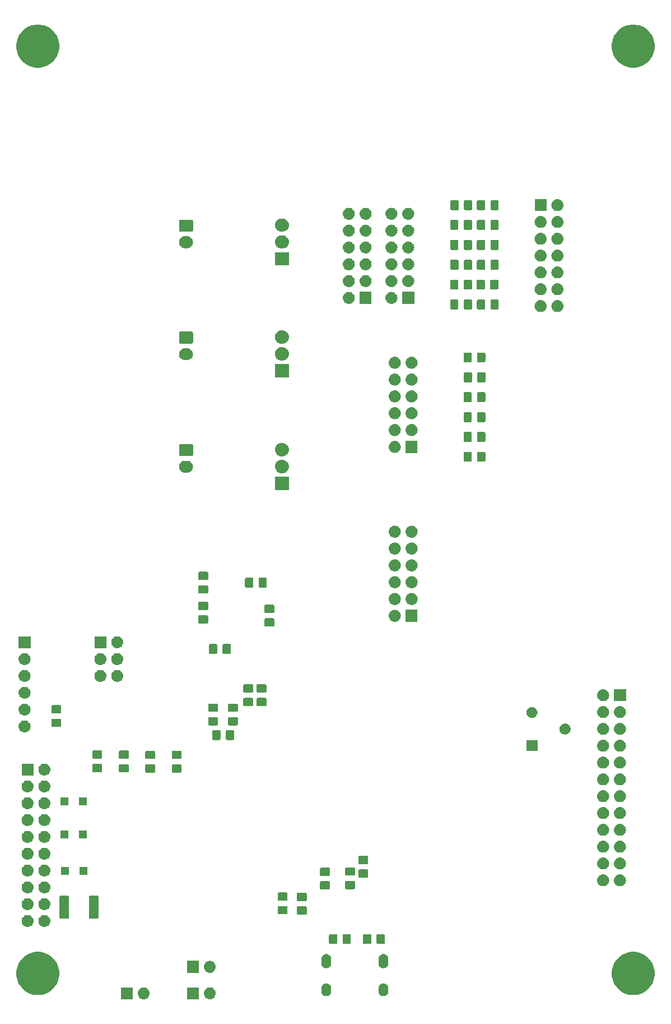
<source format=gbr>
G04 #@! TF.GenerationSoftware,KiCad,Pcbnew,(5.1.2-1)-1*
G04 #@! TF.CreationDate,2020-01-30T23:37:22-08:00*
G04 #@! TF.ProjectId,complete testboard,636f6d70-6c65-4746-9520-74657374626f,1.0*
G04 #@! TF.SameCoordinates,Original*
G04 #@! TF.FileFunction,Soldermask,Bot*
G04 #@! TF.FilePolarity,Negative*
%FSLAX46Y46*%
G04 Gerber Fmt 4.6, Leading zero omitted, Abs format (unit mm)*
G04 Created by KiCad (PCBNEW (5.1.2-1)-1) date 2020-01-30 23:37:22*
%MOMM*%
%LPD*%
G04 APERTURE LIST*
%ADD10C,0.100000*%
G04 APERTURE END LIST*
D10*
G36*
X43110443Y-195105519D02*
G01*
X43176627Y-195112037D01*
X43346466Y-195163557D01*
X43502991Y-195247222D01*
X43528855Y-195268448D01*
X43640186Y-195359814D01*
X43709619Y-195444420D01*
X43752778Y-195497009D01*
X43836443Y-195653534D01*
X43887963Y-195823373D01*
X43905359Y-196000000D01*
X43887963Y-196176627D01*
X43836443Y-196346466D01*
X43752778Y-196502991D01*
X43723448Y-196538729D01*
X43640186Y-196640186D01*
X43538729Y-196723448D01*
X43502991Y-196752778D01*
X43346466Y-196836443D01*
X43176627Y-196887963D01*
X43110443Y-196894481D01*
X43044260Y-196901000D01*
X42955740Y-196901000D01*
X42889557Y-196894481D01*
X42823373Y-196887963D01*
X42653534Y-196836443D01*
X42497009Y-196752778D01*
X42461271Y-196723448D01*
X42359814Y-196640186D01*
X42276552Y-196538729D01*
X42247222Y-196502991D01*
X42163557Y-196346466D01*
X42112037Y-196176627D01*
X42094641Y-196000000D01*
X42112037Y-195823373D01*
X42163557Y-195653534D01*
X42247222Y-195497009D01*
X42290381Y-195444420D01*
X42359814Y-195359814D01*
X42471145Y-195268448D01*
X42497009Y-195247222D01*
X42653534Y-195163557D01*
X42823373Y-195112037D01*
X42889557Y-195105519D01*
X42955740Y-195099000D01*
X43044260Y-195099000D01*
X43110443Y-195105519D01*
X43110443Y-195105519D01*
G37*
G36*
X41361000Y-196901000D02*
G01*
X39559000Y-196901000D01*
X39559000Y-195099000D01*
X41361000Y-195099000D01*
X41361000Y-196901000D01*
X41361000Y-196901000D01*
G37*
G36*
X33110443Y-195105519D02*
G01*
X33176627Y-195112037D01*
X33346466Y-195163557D01*
X33502991Y-195247222D01*
X33528855Y-195268448D01*
X33640186Y-195359814D01*
X33709619Y-195444420D01*
X33752778Y-195497009D01*
X33836443Y-195653534D01*
X33887963Y-195823373D01*
X33905359Y-196000000D01*
X33887963Y-196176627D01*
X33836443Y-196346466D01*
X33752778Y-196502991D01*
X33723448Y-196538729D01*
X33640186Y-196640186D01*
X33538729Y-196723448D01*
X33502991Y-196752778D01*
X33346466Y-196836443D01*
X33176627Y-196887963D01*
X33110443Y-196894481D01*
X33044260Y-196901000D01*
X32955740Y-196901000D01*
X32889557Y-196894481D01*
X32823373Y-196887963D01*
X32653534Y-196836443D01*
X32497009Y-196752778D01*
X32461271Y-196723448D01*
X32359814Y-196640186D01*
X32276552Y-196538729D01*
X32247222Y-196502991D01*
X32163557Y-196346466D01*
X32112037Y-196176627D01*
X32094641Y-196000000D01*
X32112037Y-195823373D01*
X32163557Y-195653534D01*
X32247222Y-195497009D01*
X32290381Y-195444420D01*
X32359814Y-195359814D01*
X32471145Y-195268448D01*
X32497009Y-195247222D01*
X32653534Y-195163557D01*
X32823373Y-195112037D01*
X32889557Y-195105519D01*
X32955740Y-195099000D01*
X33044260Y-195099000D01*
X33110443Y-195105519D01*
X33110443Y-195105519D01*
G37*
G36*
X31361000Y-196901000D02*
G01*
X29559000Y-196901000D01*
X29559000Y-195099000D01*
X31361000Y-195099000D01*
X31361000Y-196901000D01*
X31361000Y-196901000D01*
G37*
G36*
X60746927Y-194505445D02*
G01*
X60888208Y-194548302D01*
X60888210Y-194548303D01*
X61018412Y-194617898D01*
X61018414Y-194617899D01*
X61018413Y-194617899D01*
X61132541Y-194711559D01*
X61209405Y-194805220D01*
X61226202Y-194825687D01*
X61227763Y-194828608D01*
X61295798Y-194955891D01*
X61338655Y-195097172D01*
X61349500Y-195207284D01*
X61349500Y-195712715D01*
X61338655Y-195822828D01*
X61330109Y-195851000D01*
X61295797Y-195964111D01*
X61226202Y-196094313D01*
X61132541Y-196208441D01*
X61018413Y-196302102D01*
X60888211Y-196371697D01*
X60888209Y-196371698D01*
X60746928Y-196414555D01*
X60600000Y-196429026D01*
X60453073Y-196414555D01*
X60311792Y-196371698D01*
X60311790Y-196371697D01*
X60181588Y-196302102D01*
X60164233Y-196287859D01*
X60067460Y-196208441D01*
X59973799Y-196094314D01*
X59904202Y-195964109D01*
X59861345Y-195822828D01*
X59850500Y-195712716D01*
X59850500Y-195207285D01*
X59861345Y-195097173D01*
X59904202Y-194955892D01*
X59928366Y-194910685D01*
X59973798Y-194825688D01*
X59988041Y-194808332D01*
X60067459Y-194711559D01*
X60181586Y-194617899D01*
X60181585Y-194617899D01*
X60181587Y-194617898D01*
X60311789Y-194548303D01*
X60311791Y-194548302D01*
X60453072Y-194505445D01*
X60600000Y-194490974D01*
X60746927Y-194505445D01*
X60746927Y-194505445D01*
G37*
G36*
X69382927Y-194505445D02*
G01*
X69524208Y-194548302D01*
X69524210Y-194548303D01*
X69654412Y-194617898D01*
X69654414Y-194617899D01*
X69654413Y-194617899D01*
X69768541Y-194711559D01*
X69845405Y-194805220D01*
X69862202Y-194825687D01*
X69863763Y-194828608D01*
X69931798Y-194955891D01*
X69974655Y-195097172D01*
X69985500Y-195207284D01*
X69985500Y-195712715D01*
X69974655Y-195822828D01*
X69966109Y-195851000D01*
X69931797Y-195964111D01*
X69862202Y-196094313D01*
X69768541Y-196208441D01*
X69654413Y-196302102D01*
X69524211Y-196371697D01*
X69524209Y-196371698D01*
X69382928Y-196414555D01*
X69236000Y-196429026D01*
X69089073Y-196414555D01*
X68947792Y-196371698D01*
X68947790Y-196371697D01*
X68817588Y-196302102D01*
X68800233Y-196287859D01*
X68703460Y-196208441D01*
X68609799Y-196094314D01*
X68540202Y-195964109D01*
X68497345Y-195822828D01*
X68486500Y-195712716D01*
X68486500Y-195207285D01*
X68497345Y-195097173D01*
X68540202Y-194955892D01*
X68564366Y-194910685D01*
X68609798Y-194825688D01*
X68624041Y-194808332D01*
X68703459Y-194711559D01*
X68817586Y-194617899D01*
X68817585Y-194617899D01*
X68817587Y-194617898D01*
X68947789Y-194548303D01*
X68947791Y-194548302D01*
X69089072Y-194505445D01*
X69236000Y-194490974D01*
X69382927Y-194505445D01*
X69382927Y-194505445D01*
G37*
G36*
X107634239Y-189811467D02*
G01*
X107948282Y-189873934D01*
X108539926Y-190119001D01*
X109072392Y-190474784D01*
X109525216Y-190927608D01*
X109880999Y-191460074D01*
X110126066Y-192051718D01*
X110184695Y-192346466D01*
X110251000Y-192679803D01*
X110251000Y-193320197D01*
X110188533Y-193634239D01*
X110126066Y-193948282D01*
X109880999Y-194539926D01*
X109525216Y-195072392D01*
X109072392Y-195525216D01*
X108539926Y-195880999D01*
X107948282Y-196126066D01*
X107634239Y-196188533D01*
X107320197Y-196251000D01*
X106679803Y-196251000D01*
X106365761Y-196188533D01*
X106051718Y-196126066D01*
X105460074Y-195880999D01*
X104927608Y-195525216D01*
X104474784Y-195072392D01*
X104119001Y-194539926D01*
X103873934Y-193948282D01*
X103811467Y-193634239D01*
X103749000Y-193320197D01*
X103749000Y-192679803D01*
X103815305Y-192346466D01*
X103873934Y-192051718D01*
X104119001Y-191460074D01*
X104474784Y-190927608D01*
X104927608Y-190474784D01*
X105460074Y-190119001D01*
X106051718Y-189873934D01*
X106365761Y-189811467D01*
X106679803Y-189749000D01*
X107320197Y-189749000D01*
X107634239Y-189811467D01*
X107634239Y-189811467D01*
G37*
G36*
X17634239Y-189811467D02*
G01*
X17948282Y-189873934D01*
X18539926Y-190119001D01*
X19072392Y-190474784D01*
X19525216Y-190927608D01*
X19880999Y-191460074D01*
X20126066Y-192051718D01*
X20184695Y-192346466D01*
X20251000Y-192679803D01*
X20251000Y-193320197D01*
X20188533Y-193634239D01*
X20126066Y-193948282D01*
X19880999Y-194539926D01*
X19525216Y-195072392D01*
X19072392Y-195525216D01*
X18539926Y-195880999D01*
X17948282Y-196126066D01*
X17634239Y-196188533D01*
X17320197Y-196251000D01*
X16679803Y-196251000D01*
X16365761Y-196188533D01*
X16051718Y-196126066D01*
X15460074Y-195880999D01*
X14927608Y-195525216D01*
X14474784Y-195072392D01*
X14119001Y-194539926D01*
X13873934Y-193948282D01*
X13811467Y-193634239D01*
X13749000Y-193320197D01*
X13749000Y-192679803D01*
X13815305Y-192346466D01*
X13873934Y-192051718D01*
X14119001Y-191460074D01*
X14474784Y-190927608D01*
X14927608Y-190474784D01*
X15460074Y-190119001D01*
X16051718Y-189873934D01*
X16365761Y-189811467D01*
X16679803Y-189749000D01*
X17320197Y-189749000D01*
X17634239Y-189811467D01*
X17634239Y-189811467D01*
G37*
G36*
X41361000Y-192901000D02*
G01*
X39559000Y-192901000D01*
X39559000Y-191099000D01*
X41361000Y-191099000D01*
X41361000Y-192901000D01*
X41361000Y-192901000D01*
G37*
G36*
X43110442Y-191105518D02*
G01*
X43176627Y-191112037D01*
X43346466Y-191163557D01*
X43502991Y-191247222D01*
X43516762Y-191258524D01*
X43640186Y-191359814D01*
X43701475Y-191434496D01*
X43752778Y-191497009D01*
X43752779Y-191497011D01*
X43836296Y-191653258D01*
X43836443Y-191653534D01*
X43887963Y-191823373D01*
X43905359Y-192000000D01*
X43887963Y-192176627D01*
X43836443Y-192346466D01*
X43752778Y-192502991D01*
X43723448Y-192538729D01*
X43640186Y-192640186D01*
X43552065Y-192712504D01*
X43502991Y-192752778D01*
X43346466Y-192836443D01*
X43176627Y-192887963D01*
X43110442Y-192894482D01*
X43044260Y-192901000D01*
X42955740Y-192901000D01*
X42889558Y-192894482D01*
X42823373Y-192887963D01*
X42653534Y-192836443D01*
X42497009Y-192752778D01*
X42447935Y-192712504D01*
X42359814Y-192640186D01*
X42276552Y-192538729D01*
X42247222Y-192502991D01*
X42163557Y-192346466D01*
X42112037Y-192176627D01*
X42094641Y-192000000D01*
X42112037Y-191823373D01*
X42163557Y-191653534D01*
X42163705Y-191653258D01*
X42247221Y-191497011D01*
X42247222Y-191497009D01*
X42298525Y-191434496D01*
X42359814Y-191359814D01*
X42483238Y-191258524D01*
X42497009Y-191247222D01*
X42653534Y-191163557D01*
X42823373Y-191112037D01*
X42889558Y-191105518D01*
X42955740Y-191099000D01*
X43044260Y-191099000D01*
X43110442Y-191105518D01*
X43110442Y-191105518D01*
G37*
G36*
X60746927Y-190085845D02*
G01*
X60888208Y-190128702D01*
X60888210Y-190128703D01*
X61018412Y-190198298D01*
X61018414Y-190198299D01*
X61018413Y-190198299D01*
X61132541Y-190291959D01*
X61209405Y-190385620D01*
X61226202Y-190406087D01*
X61295797Y-190536289D01*
X61295798Y-190536291D01*
X61338655Y-190677572D01*
X61349500Y-190787684D01*
X61349500Y-191496316D01*
X61338655Y-191606428D01*
X61309477Y-191702615D01*
X61295797Y-191747711D01*
X61226202Y-191877913D01*
X61132541Y-191992041D01*
X61018413Y-192085702D01*
X60888211Y-192155297D01*
X60888209Y-192155298D01*
X60746928Y-192198155D01*
X60600000Y-192212626D01*
X60453073Y-192198155D01*
X60311792Y-192155298D01*
X60311790Y-192155297D01*
X60181588Y-192085702D01*
X60067460Y-191992041D01*
X59973799Y-191877913D01*
X59907535Y-191753944D01*
X59904202Y-191747709D01*
X59861345Y-191606428D01*
X59850500Y-191496316D01*
X59850500Y-190787685D01*
X59861345Y-190677573D01*
X59904202Y-190536292D01*
X59937079Y-190474784D01*
X59973798Y-190406088D01*
X60050599Y-190312504D01*
X60067459Y-190291959D01*
X60181586Y-190198299D01*
X60181585Y-190198299D01*
X60181587Y-190198298D01*
X60311789Y-190128703D01*
X60311791Y-190128702D01*
X60453072Y-190085845D01*
X60600000Y-190071374D01*
X60746927Y-190085845D01*
X60746927Y-190085845D01*
G37*
G36*
X69382927Y-190085845D02*
G01*
X69524208Y-190128702D01*
X69524210Y-190128703D01*
X69654412Y-190198298D01*
X69654414Y-190198299D01*
X69654413Y-190198299D01*
X69768541Y-190291959D01*
X69845405Y-190385620D01*
X69862202Y-190406087D01*
X69931797Y-190536289D01*
X69931798Y-190536291D01*
X69974655Y-190677572D01*
X69985500Y-190787684D01*
X69985500Y-191496316D01*
X69974655Y-191606428D01*
X69945477Y-191702615D01*
X69931797Y-191747711D01*
X69862202Y-191877913D01*
X69768541Y-191992041D01*
X69654413Y-192085702D01*
X69524211Y-192155297D01*
X69524209Y-192155298D01*
X69382928Y-192198155D01*
X69236000Y-192212626D01*
X69089073Y-192198155D01*
X68947792Y-192155298D01*
X68947790Y-192155297D01*
X68817588Y-192085702D01*
X68703460Y-191992041D01*
X68609799Y-191877913D01*
X68543535Y-191753944D01*
X68540202Y-191747709D01*
X68497345Y-191606428D01*
X68486500Y-191496316D01*
X68486500Y-190787685D01*
X68497345Y-190677573D01*
X68540202Y-190536292D01*
X68573079Y-190474784D01*
X68609798Y-190406088D01*
X68686599Y-190312504D01*
X68703459Y-190291959D01*
X68817586Y-190198299D01*
X68817585Y-190198299D01*
X68817587Y-190198298D01*
X68947789Y-190128703D01*
X68947791Y-190128702D01*
X69089072Y-190085845D01*
X69236000Y-190071374D01*
X69382927Y-190085845D01*
X69382927Y-190085845D01*
G37*
G36*
X62113674Y-187053465D02*
G01*
X62151367Y-187064899D01*
X62186103Y-187083466D01*
X62216548Y-187108452D01*
X62241534Y-187138897D01*
X62260101Y-187173633D01*
X62271535Y-187211326D01*
X62276000Y-187256661D01*
X62276000Y-188343339D01*
X62271535Y-188388674D01*
X62260101Y-188426367D01*
X62241534Y-188461103D01*
X62216548Y-188491548D01*
X62186103Y-188516534D01*
X62151367Y-188535101D01*
X62113674Y-188546535D01*
X62068339Y-188551000D01*
X61231661Y-188551000D01*
X61186326Y-188546535D01*
X61148633Y-188535101D01*
X61113897Y-188516534D01*
X61083452Y-188491548D01*
X61058466Y-188461103D01*
X61039899Y-188426367D01*
X61028465Y-188388674D01*
X61024000Y-188343339D01*
X61024000Y-187256661D01*
X61028465Y-187211326D01*
X61039899Y-187173633D01*
X61058466Y-187138897D01*
X61083452Y-187108452D01*
X61113897Y-187083466D01*
X61148633Y-187064899D01*
X61186326Y-187053465D01*
X61231661Y-187049000D01*
X62068339Y-187049000D01*
X62113674Y-187053465D01*
X62113674Y-187053465D01*
G37*
G36*
X64163674Y-187053465D02*
G01*
X64201367Y-187064899D01*
X64236103Y-187083466D01*
X64266548Y-187108452D01*
X64291534Y-187138897D01*
X64310101Y-187173633D01*
X64321535Y-187211326D01*
X64326000Y-187256661D01*
X64326000Y-188343339D01*
X64321535Y-188388674D01*
X64310101Y-188426367D01*
X64291534Y-188461103D01*
X64266548Y-188491548D01*
X64236103Y-188516534D01*
X64201367Y-188535101D01*
X64163674Y-188546535D01*
X64118339Y-188551000D01*
X63281661Y-188551000D01*
X63236326Y-188546535D01*
X63198633Y-188535101D01*
X63163897Y-188516534D01*
X63133452Y-188491548D01*
X63108466Y-188461103D01*
X63089899Y-188426367D01*
X63078465Y-188388674D01*
X63074000Y-188343339D01*
X63074000Y-187256661D01*
X63078465Y-187211326D01*
X63089899Y-187173633D01*
X63108466Y-187138897D01*
X63133452Y-187108452D01*
X63163897Y-187083466D01*
X63198633Y-187064899D01*
X63236326Y-187053465D01*
X63281661Y-187049000D01*
X64118339Y-187049000D01*
X64163674Y-187053465D01*
X64163674Y-187053465D01*
G37*
G36*
X69288674Y-187053465D02*
G01*
X69326367Y-187064899D01*
X69361103Y-187083466D01*
X69391548Y-187108452D01*
X69416534Y-187138897D01*
X69435101Y-187173633D01*
X69446535Y-187211326D01*
X69451000Y-187256661D01*
X69451000Y-188343339D01*
X69446535Y-188388674D01*
X69435101Y-188426367D01*
X69416534Y-188461103D01*
X69391548Y-188491548D01*
X69361103Y-188516534D01*
X69326367Y-188535101D01*
X69288674Y-188546535D01*
X69243339Y-188551000D01*
X68406661Y-188551000D01*
X68361326Y-188546535D01*
X68323633Y-188535101D01*
X68288897Y-188516534D01*
X68258452Y-188491548D01*
X68233466Y-188461103D01*
X68214899Y-188426367D01*
X68203465Y-188388674D01*
X68199000Y-188343339D01*
X68199000Y-187256661D01*
X68203465Y-187211326D01*
X68214899Y-187173633D01*
X68233466Y-187138897D01*
X68258452Y-187108452D01*
X68288897Y-187083466D01*
X68323633Y-187064899D01*
X68361326Y-187053465D01*
X68406661Y-187049000D01*
X69243339Y-187049000D01*
X69288674Y-187053465D01*
X69288674Y-187053465D01*
G37*
G36*
X67238674Y-187053465D02*
G01*
X67276367Y-187064899D01*
X67311103Y-187083466D01*
X67341548Y-187108452D01*
X67366534Y-187138897D01*
X67385101Y-187173633D01*
X67396535Y-187211326D01*
X67401000Y-187256661D01*
X67401000Y-188343339D01*
X67396535Y-188388674D01*
X67385101Y-188426367D01*
X67366534Y-188461103D01*
X67341548Y-188491548D01*
X67311103Y-188516534D01*
X67276367Y-188535101D01*
X67238674Y-188546535D01*
X67193339Y-188551000D01*
X66356661Y-188551000D01*
X66311326Y-188546535D01*
X66273633Y-188535101D01*
X66238897Y-188516534D01*
X66208452Y-188491548D01*
X66183466Y-188461103D01*
X66164899Y-188426367D01*
X66153465Y-188388674D01*
X66149000Y-188343339D01*
X66149000Y-187256661D01*
X66153465Y-187211326D01*
X66164899Y-187173633D01*
X66183466Y-187138897D01*
X66208452Y-187108452D01*
X66238897Y-187083466D01*
X66273633Y-187064899D01*
X66311326Y-187053465D01*
X66356661Y-187049000D01*
X67193339Y-187049000D01*
X67238674Y-187053465D01*
X67238674Y-187053465D01*
G37*
G36*
X15570442Y-184185518D02*
G01*
X15636627Y-184192037D01*
X15806466Y-184243557D01*
X15962991Y-184327222D01*
X15998729Y-184356552D01*
X16100186Y-184439814D01*
X16177468Y-184533984D01*
X16212778Y-184577009D01*
X16296443Y-184733534D01*
X16347963Y-184903373D01*
X16365359Y-185080000D01*
X16347963Y-185256627D01*
X16296443Y-185426466D01*
X16212778Y-185582991D01*
X16183448Y-185618729D01*
X16100186Y-185720186D01*
X15998729Y-185803448D01*
X15962991Y-185832778D01*
X15806466Y-185916443D01*
X15636627Y-185967963D01*
X15570442Y-185974482D01*
X15504260Y-185981000D01*
X15415740Y-185981000D01*
X15349558Y-185974482D01*
X15283373Y-185967963D01*
X15113534Y-185916443D01*
X14957009Y-185832778D01*
X14921271Y-185803448D01*
X14819814Y-185720186D01*
X14736552Y-185618729D01*
X14707222Y-185582991D01*
X14623557Y-185426466D01*
X14572037Y-185256627D01*
X14554641Y-185080000D01*
X14572037Y-184903373D01*
X14623557Y-184733534D01*
X14707222Y-184577009D01*
X14742532Y-184533984D01*
X14819814Y-184439814D01*
X14921271Y-184356552D01*
X14957009Y-184327222D01*
X15113534Y-184243557D01*
X15283373Y-184192037D01*
X15349558Y-184185518D01*
X15415740Y-184179000D01*
X15504260Y-184179000D01*
X15570442Y-184185518D01*
X15570442Y-184185518D01*
G37*
G36*
X18110442Y-184185518D02*
G01*
X18176627Y-184192037D01*
X18346466Y-184243557D01*
X18502991Y-184327222D01*
X18538729Y-184356552D01*
X18640186Y-184439814D01*
X18717468Y-184533984D01*
X18752778Y-184577009D01*
X18836443Y-184733534D01*
X18887963Y-184903373D01*
X18905359Y-185080000D01*
X18887963Y-185256627D01*
X18836443Y-185426466D01*
X18752778Y-185582991D01*
X18723448Y-185618729D01*
X18640186Y-185720186D01*
X18538729Y-185803448D01*
X18502991Y-185832778D01*
X18346466Y-185916443D01*
X18176627Y-185967963D01*
X18110442Y-185974482D01*
X18044260Y-185981000D01*
X17955740Y-185981000D01*
X17889558Y-185974482D01*
X17823373Y-185967963D01*
X17653534Y-185916443D01*
X17497009Y-185832778D01*
X17461271Y-185803448D01*
X17359814Y-185720186D01*
X17276552Y-185618729D01*
X17247222Y-185582991D01*
X17163557Y-185426466D01*
X17112037Y-185256627D01*
X17094641Y-185080000D01*
X17112037Y-184903373D01*
X17163557Y-184733534D01*
X17247222Y-184577009D01*
X17282532Y-184533984D01*
X17359814Y-184439814D01*
X17461271Y-184356552D01*
X17497009Y-184327222D01*
X17653534Y-184243557D01*
X17823373Y-184192037D01*
X17889558Y-184185518D01*
X17955740Y-184179000D01*
X18044260Y-184179000D01*
X18110442Y-184185518D01*
X18110442Y-184185518D01*
G37*
G36*
X21545781Y-181253295D02*
G01*
X21581816Y-181264227D01*
X21615024Y-181281977D01*
X21644134Y-181305866D01*
X21668023Y-181334976D01*
X21685773Y-181368184D01*
X21696705Y-181404219D01*
X21701000Y-181447831D01*
X21701000Y-184552169D01*
X21696705Y-184595781D01*
X21685773Y-184631816D01*
X21668023Y-184665024D01*
X21644134Y-184694134D01*
X21615024Y-184718023D01*
X21581816Y-184735773D01*
X21545781Y-184746705D01*
X21502169Y-184751000D01*
X20497831Y-184751000D01*
X20454219Y-184746705D01*
X20418184Y-184735773D01*
X20384976Y-184718023D01*
X20355866Y-184694134D01*
X20331977Y-184665024D01*
X20314227Y-184631816D01*
X20303295Y-184595781D01*
X20299000Y-184552169D01*
X20299000Y-181447831D01*
X20303295Y-181404219D01*
X20314227Y-181368184D01*
X20331977Y-181334976D01*
X20355866Y-181305866D01*
X20384976Y-181281977D01*
X20418184Y-181264227D01*
X20454219Y-181253295D01*
X20497831Y-181249000D01*
X21502169Y-181249000D01*
X21545781Y-181253295D01*
X21545781Y-181253295D01*
G37*
G36*
X25995781Y-181253295D02*
G01*
X26031816Y-181264227D01*
X26065024Y-181281977D01*
X26094134Y-181305866D01*
X26118023Y-181334976D01*
X26135773Y-181368184D01*
X26146705Y-181404219D01*
X26151000Y-181447831D01*
X26151000Y-184552169D01*
X26146705Y-184595781D01*
X26135773Y-184631816D01*
X26118023Y-184665024D01*
X26094134Y-184694134D01*
X26065024Y-184718023D01*
X26031816Y-184735773D01*
X25995781Y-184746705D01*
X25952169Y-184751000D01*
X24947831Y-184751000D01*
X24904219Y-184746705D01*
X24868184Y-184735773D01*
X24834976Y-184718023D01*
X24805866Y-184694134D01*
X24781977Y-184665024D01*
X24764227Y-184631816D01*
X24753295Y-184595781D01*
X24749000Y-184552169D01*
X24749000Y-181447831D01*
X24753295Y-181404219D01*
X24764227Y-181368184D01*
X24781977Y-181334976D01*
X24805866Y-181305866D01*
X24834976Y-181281977D01*
X24868184Y-181264227D01*
X24904219Y-181253295D01*
X24947831Y-181249000D01*
X25952169Y-181249000D01*
X25995781Y-181253295D01*
X25995781Y-181253295D01*
G37*
G36*
X57488674Y-182878465D02*
G01*
X57526367Y-182889899D01*
X57561103Y-182908466D01*
X57591548Y-182933452D01*
X57616534Y-182963897D01*
X57635101Y-182998633D01*
X57646535Y-183036326D01*
X57651000Y-183081661D01*
X57651000Y-183918339D01*
X57646535Y-183963674D01*
X57635101Y-184001367D01*
X57616534Y-184036103D01*
X57591548Y-184066548D01*
X57561103Y-184091534D01*
X57526367Y-184110101D01*
X57488674Y-184121535D01*
X57443339Y-184126000D01*
X56356661Y-184126000D01*
X56311326Y-184121535D01*
X56273633Y-184110101D01*
X56238897Y-184091534D01*
X56208452Y-184066548D01*
X56183466Y-184036103D01*
X56164899Y-184001367D01*
X56153465Y-183963674D01*
X56149000Y-183918339D01*
X56149000Y-183081661D01*
X56153465Y-183036326D01*
X56164899Y-182998633D01*
X56183466Y-182963897D01*
X56208452Y-182933452D01*
X56238897Y-182908466D01*
X56273633Y-182889899D01*
X56311326Y-182878465D01*
X56356661Y-182874000D01*
X57443339Y-182874000D01*
X57488674Y-182878465D01*
X57488674Y-182878465D01*
G37*
G36*
X54588674Y-182828465D02*
G01*
X54626367Y-182839899D01*
X54661103Y-182858466D01*
X54691548Y-182883452D01*
X54716534Y-182913897D01*
X54735101Y-182948633D01*
X54746535Y-182986326D01*
X54751000Y-183031661D01*
X54751000Y-183868339D01*
X54746535Y-183913674D01*
X54735101Y-183951367D01*
X54716534Y-183986103D01*
X54691548Y-184016548D01*
X54661103Y-184041534D01*
X54626367Y-184060101D01*
X54588674Y-184071535D01*
X54543339Y-184076000D01*
X53456661Y-184076000D01*
X53411326Y-184071535D01*
X53373633Y-184060101D01*
X53338897Y-184041534D01*
X53308452Y-184016548D01*
X53283466Y-183986103D01*
X53264899Y-183951367D01*
X53253465Y-183913674D01*
X53249000Y-183868339D01*
X53249000Y-183031661D01*
X53253465Y-182986326D01*
X53264899Y-182948633D01*
X53283466Y-182913897D01*
X53308452Y-182883452D01*
X53338897Y-182858466D01*
X53373633Y-182839899D01*
X53411326Y-182828465D01*
X53456661Y-182824000D01*
X54543339Y-182824000D01*
X54588674Y-182828465D01*
X54588674Y-182828465D01*
G37*
G36*
X15570443Y-181645519D02*
G01*
X15636627Y-181652037D01*
X15806466Y-181703557D01*
X15962991Y-181787222D01*
X15983224Y-181803827D01*
X16100186Y-181899814D01*
X16179354Y-181996282D01*
X16212778Y-182037009D01*
X16296443Y-182193534D01*
X16347963Y-182363373D01*
X16365359Y-182540000D01*
X16347963Y-182716627D01*
X16296443Y-182886466D01*
X16212778Y-183042991D01*
X16183448Y-183078729D01*
X16100186Y-183180186D01*
X15998729Y-183263448D01*
X15962991Y-183292778D01*
X15806466Y-183376443D01*
X15636627Y-183427963D01*
X15570442Y-183434482D01*
X15504260Y-183441000D01*
X15415740Y-183441000D01*
X15349558Y-183434482D01*
X15283373Y-183427963D01*
X15113534Y-183376443D01*
X14957009Y-183292778D01*
X14921271Y-183263448D01*
X14819814Y-183180186D01*
X14736552Y-183078729D01*
X14707222Y-183042991D01*
X14623557Y-182886466D01*
X14572037Y-182716627D01*
X14554641Y-182540000D01*
X14572037Y-182363373D01*
X14623557Y-182193534D01*
X14707222Y-182037009D01*
X14740646Y-181996282D01*
X14819814Y-181899814D01*
X14936776Y-181803827D01*
X14957009Y-181787222D01*
X15113534Y-181703557D01*
X15283373Y-181652037D01*
X15349557Y-181645519D01*
X15415740Y-181639000D01*
X15504260Y-181639000D01*
X15570443Y-181645519D01*
X15570443Y-181645519D01*
G37*
G36*
X18110443Y-181645519D02*
G01*
X18176627Y-181652037D01*
X18346466Y-181703557D01*
X18502991Y-181787222D01*
X18523224Y-181803827D01*
X18640186Y-181899814D01*
X18719354Y-181996282D01*
X18752778Y-182037009D01*
X18836443Y-182193534D01*
X18887963Y-182363373D01*
X18905359Y-182540000D01*
X18887963Y-182716627D01*
X18836443Y-182886466D01*
X18752778Y-183042991D01*
X18723448Y-183078729D01*
X18640186Y-183180186D01*
X18538729Y-183263448D01*
X18502991Y-183292778D01*
X18346466Y-183376443D01*
X18176627Y-183427963D01*
X18110442Y-183434482D01*
X18044260Y-183441000D01*
X17955740Y-183441000D01*
X17889558Y-183434482D01*
X17823373Y-183427963D01*
X17653534Y-183376443D01*
X17497009Y-183292778D01*
X17461271Y-183263448D01*
X17359814Y-183180186D01*
X17276552Y-183078729D01*
X17247222Y-183042991D01*
X17163557Y-182886466D01*
X17112037Y-182716627D01*
X17094641Y-182540000D01*
X17112037Y-182363373D01*
X17163557Y-182193534D01*
X17247222Y-182037009D01*
X17280646Y-181996282D01*
X17359814Y-181899814D01*
X17476776Y-181803827D01*
X17497009Y-181787222D01*
X17653534Y-181703557D01*
X17823373Y-181652037D01*
X17889557Y-181645519D01*
X17955740Y-181639000D01*
X18044260Y-181639000D01*
X18110443Y-181645519D01*
X18110443Y-181645519D01*
G37*
G36*
X57488674Y-180828465D02*
G01*
X57526367Y-180839899D01*
X57561103Y-180858466D01*
X57591548Y-180883452D01*
X57616534Y-180913897D01*
X57635101Y-180948633D01*
X57646535Y-180986326D01*
X57651000Y-181031661D01*
X57651000Y-181868339D01*
X57646535Y-181913674D01*
X57635101Y-181951367D01*
X57616534Y-181986103D01*
X57591548Y-182016548D01*
X57561103Y-182041534D01*
X57526367Y-182060101D01*
X57488674Y-182071535D01*
X57443339Y-182076000D01*
X56356661Y-182076000D01*
X56311326Y-182071535D01*
X56273633Y-182060101D01*
X56238897Y-182041534D01*
X56208452Y-182016548D01*
X56183466Y-181986103D01*
X56164899Y-181951367D01*
X56153465Y-181913674D01*
X56149000Y-181868339D01*
X56149000Y-181031661D01*
X56153465Y-180986326D01*
X56164899Y-180948633D01*
X56183466Y-180913897D01*
X56208452Y-180883452D01*
X56238897Y-180858466D01*
X56273633Y-180839899D01*
X56311326Y-180828465D01*
X56356661Y-180824000D01*
X57443339Y-180824000D01*
X57488674Y-180828465D01*
X57488674Y-180828465D01*
G37*
G36*
X54588674Y-180778465D02*
G01*
X54626367Y-180789899D01*
X54661103Y-180808466D01*
X54691548Y-180833452D01*
X54716534Y-180863897D01*
X54735101Y-180898633D01*
X54746535Y-180936326D01*
X54751000Y-180981661D01*
X54751000Y-181818339D01*
X54746535Y-181863674D01*
X54735101Y-181901367D01*
X54716534Y-181936103D01*
X54691548Y-181966548D01*
X54661103Y-181991534D01*
X54626367Y-182010101D01*
X54588674Y-182021535D01*
X54543339Y-182026000D01*
X53456661Y-182026000D01*
X53411326Y-182021535D01*
X53373633Y-182010101D01*
X53338897Y-181991534D01*
X53308452Y-181966548D01*
X53283466Y-181936103D01*
X53264899Y-181901367D01*
X53253465Y-181863674D01*
X53249000Y-181818339D01*
X53249000Y-180981661D01*
X53253465Y-180936326D01*
X53264899Y-180898633D01*
X53283466Y-180863897D01*
X53308452Y-180833452D01*
X53338897Y-180808466D01*
X53373633Y-180789899D01*
X53411326Y-180778465D01*
X53456661Y-180774000D01*
X54543339Y-180774000D01*
X54588674Y-180778465D01*
X54588674Y-180778465D01*
G37*
G36*
X15570443Y-179105519D02*
G01*
X15636627Y-179112037D01*
X15806466Y-179163557D01*
X15806468Y-179163558D01*
X15859711Y-179192017D01*
X15962991Y-179247222D01*
X15998729Y-179276552D01*
X16100186Y-179359814D01*
X16183448Y-179461271D01*
X16212778Y-179497009D01*
X16296443Y-179653534D01*
X16347963Y-179823373D01*
X16365359Y-180000000D01*
X16347963Y-180176627D01*
X16296443Y-180346466D01*
X16212778Y-180502991D01*
X16183448Y-180538729D01*
X16100186Y-180640186D01*
X15998729Y-180723448D01*
X15962991Y-180752778D01*
X15962989Y-180752779D01*
X15819961Y-180829230D01*
X15806466Y-180836443D01*
X15636627Y-180887963D01*
X15570443Y-180894481D01*
X15504260Y-180901000D01*
X15415740Y-180901000D01*
X15349557Y-180894481D01*
X15283373Y-180887963D01*
X15113534Y-180836443D01*
X15100040Y-180829230D01*
X14957011Y-180752779D01*
X14957009Y-180752778D01*
X14921271Y-180723448D01*
X14819814Y-180640186D01*
X14736552Y-180538729D01*
X14707222Y-180502991D01*
X14623557Y-180346466D01*
X14572037Y-180176627D01*
X14554641Y-180000000D01*
X14572037Y-179823373D01*
X14623557Y-179653534D01*
X14707222Y-179497009D01*
X14736552Y-179461271D01*
X14819814Y-179359814D01*
X14921271Y-179276552D01*
X14957009Y-179247222D01*
X15060289Y-179192017D01*
X15113532Y-179163558D01*
X15113534Y-179163557D01*
X15283373Y-179112037D01*
X15349557Y-179105519D01*
X15415740Y-179099000D01*
X15504260Y-179099000D01*
X15570443Y-179105519D01*
X15570443Y-179105519D01*
G37*
G36*
X18110443Y-179105519D02*
G01*
X18176627Y-179112037D01*
X18346466Y-179163557D01*
X18346468Y-179163558D01*
X18399711Y-179192017D01*
X18502991Y-179247222D01*
X18538729Y-179276552D01*
X18640186Y-179359814D01*
X18723448Y-179461271D01*
X18752778Y-179497009D01*
X18836443Y-179653534D01*
X18887963Y-179823373D01*
X18905359Y-180000000D01*
X18887963Y-180176627D01*
X18836443Y-180346466D01*
X18752778Y-180502991D01*
X18723448Y-180538729D01*
X18640186Y-180640186D01*
X18538729Y-180723448D01*
X18502991Y-180752778D01*
X18502989Y-180752779D01*
X18359961Y-180829230D01*
X18346466Y-180836443D01*
X18176627Y-180887963D01*
X18110443Y-180894481D01*
X18044260Y-180901000D01*
X17955740Y-180901000D01*
X17889557Y-180894481D01*
X17823373Y-180887963D01*
X17653534Y-180836443D01*
X17640040Y-180829230D01*
X17497011Y-180752779D01*
X17497009Y-180752778D01*
X17461271Y-180723448D01*
X17359814Y-180640186D01*
X17276552Y-180538729D01*
X17247222Y-180502991D01*
X17163557Y-180346466D01*
X17112037Y-180176627D01*
X17094641Y-180000000D01*
X17112037Y-179823373D01*
X17163557Y-179653534D01*
X17247222Y-179497009D01*
X17276552Y-179461271D01*
X17359814Y-179359814D01*
X17461271Y-179276552D01*
X17497009Y-179247222D01*
X17600289Y-179192017D01*
X17653532Y-179163558D01*
X17653534Y-179163557D01*
X17823373Y-179112037D01*
X17889557Y-179105519D01*
X17955740Y-179099000D01*
X18044260Y-179099000D01*
X18110443Y-179105519D01*
X18110443Y-179105519D01*
G37*
G36*
X60988674Y-179078465D02*
G01*
X61026367Y-179089899D01*
X61061103Y-179108466D01*
X61091548Y-179133452D01*
X61116534Y-179163897D01*
X61135101Y-179198633D01*
X61146535Y-179236326D01*
X61151000Y-179281661D01*
X61151000Y-180118339D01*
X61146535Y-180163674D01*
X61135101Y-180201367D01*
X61116534Y-180236103D01*
X61091548Y-180266548D01*
X61061103Y-180291534D01*
X61026367Y-180310101D01*
X60988674Y-180321535D01*
X60943339Y-180326000D01*
X59856661Y-180326000D01*
X59811326Y-180321535D01*
X59773633Y-180310101D01*
X59738897Y-180291534D01*
X59708452Y-180266548D01*
X59683466Y-180236103D01*
X59664899Y-180201367D01*
X59653465Y-180163674D01*
X59649000Y-180118339D01*
X59649000Y-179281661D01*
X59653465Y-179236326D01*
X59664899Y-179198633D01*
X59683466Y-179163897D01*
X59708452Y-179133452D01*
X59738897Y-179108466D01*
X59773633Y-179089899D01*
X59811326Y-179078465D01*
X59856661Y-179074000D01*
X60943339Y-179074000D01*
X60988674Y-179078465D01*
X60988674Y-179078465D01*
G37*
G36*
X64788674Y-179028465D02*
G01*
X64826367Y-179039899D01*
X64861103Y-179058466D01*
X64891548Y-179083452D01*
X64916534Y-179113897D01*
X64935101Y-179148633D01*
X64946535Y-179186326D01*
X64951000Y-179231661D01*
X64951000Y-180068339D01*
X64946535Y-180113674D01*
X64935101Y-180151367D01*
X64916534Y-180186103D01*
X64891548Y-180216548D01*
X64861103Y-180241534D01*
X64826367Y-180260101D01*
X64788674Y-180271535D01*
X64743339Y-180276000D01*
X63656661Y-180276000D01*
X63611326Y-180271535D01*
X63573633Y-180260101D01*
X63538897Y-180241534D01*
X63508452Y-180216548D01*
X63483466Y-180186103D01*
X63464899Y-180151367D01*
X63453465Y-180113674D01*
X63449000Y-180068339D01*
X63449000Y-179231661D01*
X63453465Y-179186326D01*
X63464899Y-179148633D01*
X63483466Y-179113897D01*
X63508452Y-179083452D01*
X63538897Y-179058466D01*
X63573633Y-179039899D01*
X63611326Y-179028465D01*
X63656661Y-179024000D01*
X64743339Y-179024000D01*
X64788674Y-179028465D01*
X64788674Y-179028465D01*
G37*
G36*
X102570442Y-178045518D02*
G01*
X102636627Y-178052037D01*
X102806466Y-178103557D01*
X102806468Y-178103558D01*
X102867355Y-178136103D01*
X102962991Y-178187222D01*
X102984997Y-178205282D01*
X103100186Y-178299814D01*
X103150399Y-178361000D01*
X103212778Y-178437009D01*
X103296443Y-178593534D01*
X103347963Y-178763373D01*
X103365359Y-178940000D01*
X103347963Y-179116627D01*
X103296443Y-179286466D01*
X103296442Y-179286468D01*
X103264529Y-179346173D01*
X103212778Y-179442991D01*
X103183448Y-179478729D01*
X103100186Y-179580186D01*
X103010812Y-179653532D01*
X102962991Y-179692778D01*
X102806466Y-179776443D01*
X102636627Y-179827963D01*
X102570442Y-179834482D01*
X102504260Y-179841000D01*
X102415740Y-179841000D01*
X102349558Y-179834482D01*
X102283373Y-179827963D01*
X102113534Y-179776443D01*
X101957009Y-179692778D01*
X101909188Y-179653532D01*
X101819814Y-179580186D01*
X101736552Y-179478729D01*
X101707222Y-179442991D01*
X101655471Y-179346173D01*
X101623558Y-179286468D01*
X101623557Y-179286466D01*
X101572037Y-179116627D01*
X101554641Y-178940000D01*
X101572037Y-178763373D01*
X101623557Y-178593534D01*
X101707222Y-178437009D01*
X101769601Y-178361000D01*
X101819814Y-178299814D01*
X101935003Y-178205282D01*
X101957009Y-178187222D01*
X102052645Y-178136103D01*
X102113532Y-178103558D01*
X102113534Y-178103557D01*
X102283373Y-178052037D01*
X102349558Y-178045518D01*
X102415740Y-178039000D01*
X102504260Y-178039000D01*
X102570442Y-178045518D01*
X102570442Y-178045518D01*
G37*
G36*
X105110442Y-178045518D02*
G01*
X105176627Y-178052037D01*
X105346466Y-178103557D01*
X105346468Y-178103558D01*
X105407355Y-178136103D01*
X105502991Y-178187222D01*
X105524997Y-178205282D01*
X105640186Y-178299814D01*
X105690399Y-178361000D01*
X105752778Y-178437009D01*
X105836443Y-178593534D01*
X105887963Y-178763373D01*
X105905359Y-178940000D01*
X105887963Y-179116627D01*
X105836443Y-179286466D01*
X105836442Y-179286468D01*
X105804529Y-179346173D01*
X105752778Y-179442991D01*
X105723448Y-179478729D01*
X105640186Y-179580186D01*
X105550812Y-179653532D01*
X105502991Y-179692778D01*
X105346466Y-179776443D01*
X105176627Y-179827963D01*
X105110442Y-179834482D01*
X105044260Y-179841000D01*
X104955740Y-179841000D01*
X104889558Y-179834482D01*
X104823373Y-179827963D01*
X104653534Y-179776443D01*
X104497009Y-179692778D01*
X104449188Y-179653532D01*
X104359814Y-179580186D01*
X104276552Y-179478729D01*
X104247222Y-179442991D01*
X104195471Y-179346173D01*
X104163558Y-179286468D01*
X104163557Y-179286466D01*
X104112037Y-179116627D01*
X104094641Y-178940000D01*
X104112037Y-178763373D01*
X104163557Y-178593534D01*
X104247222Y-178437009D01*
X104309601Y-178361000D01*
X104359814Y-178299814D01*
X104475003Y-178205282D01*
X104497009Y-178187222D01*
X104592645Y-178136103D01*
X104653532Y-178103558D01*
X104653534Y-178103557D01*
X104823373Y-178052037D01*
X104889558Y-178045518D01*
X104955740Y-178039000D01*
X105044260Y-178039000D01*
X105110442Y-178045518D01*
X105110442Y-178045518D01*
G37*
G36*
X66788674Y-177303465D02*
G01*
X66826367Y-177314899D01*
X66861103Y-177333466D01*
X66891548Y-177358452D01*
X66916534Y-177388897D01*
X66935101Y-177423633D01*
X66946535Y-177461326D01*
X66951000Y-177506661D01*
X66951000Y-178343339D01*
X66946535Y-178388674D01*
X66935101Y-178426367D01*
X66916534Y-178461103D01*
X66891548Y-178491548D01*
X66861103Y-178516534D01*
X66826367Y-178535101D01*
X66788674Y-178546535D01*
X66743339Y-178551000D01*
X65656661Y-178551000D01*
X65611326Y-178546535D01*
X65573633Y-178535101D01*
X65538897Y-178516534D01*
X65508452Y-178491548D01*
X65483466Y-178461103D01*
X65464899Y-178426367D01*
X65453465Y-178388674D01*
X65449000Y-178343339D01*
X65449000Y-177506661D01*
X65453465Y-177461326D01*
X65464899Y-177423633D01*
X65483466Y-177388897D01*
X65508452Y-177358452D01*
X65538897Y-177333466D01*
X65573633Y-177314899D01*
X65611326Y-177303465D01*
X65656661Y-177299000D01*
X66743339Y-177299000D01*
X66788674Y-177303465D01*
X66788674Y-177303465D01*
G37*
G36*
X18110442Y-176565518D02*
G01*
X18176627Y-176572037D01*
X18346466Y-176623557D01*
X18502991Y-176707222D01*
X18538729Y-176736552D01*
X18640186Y-176819814D01*
X18723448Y-176921271D01*
X18752778Y-176957009D01*
X18836443Y-177113534D01*
X18887963Y-177283373D01*
X18905359Y-177460000D01*
X18887963Y-177636627D01*
X18836443Y-177806466D01*
X18752778Y-177962991D01*
X18723448Y-177998729D01*
X18640186Y-178100186D01*
X18559322Y-178166548D01*
X18502991Y-178212778D01*
X18346466Y-178296443D01*
X18176627Y-178347963D01*
X18110442Y-178354482D01*
X18044260Y-178361000D01*
X17955740Y-178361000D01*
X17889558Y-178354482D01*
X17823373Y-178347963D01*
X17653534Y-178296443D01*
X17497009Y-178212778D01*
X17440678Y-178166548D01*
X17359814Y-178100186D01*
X17276552Y-177998729D01*
X17247222Y-177962991D01*
X17163557Y-177806466D01*
X17112037Y-177636627D01*
X17094641Y-177460000D01*
X17112037Y-177283373D01*
X17163557Y-177113534D01*
X17247222Y-176957009D01*
X17276552Y-176921271D01*
X17359814Y-176819814D01*
X17461271Y-176736552D01*
X17497009Y-176707222D01*
X17653534Y-176623557D01*
X17823373Y-176572037D01*
X17889558Y-176565518D01*
X17955740Y-176559000D01*
X18044260Y-176559000D01*
X18110442Y-176565518D01*
X18110442Y-176565518D01*
G37*
G36*
X15570442Y-176565518D02*
G01*
X15636627Y-176572037D01*
X15806466Y-176623557D01*
X15962991Y-176707222D01*
X15998729Y-176736552D01*
X16100186Y-176819814D01*
X16183448Y-176921271D01*
X16212778Y-176957009D01*
X16296443Y-177113534D01*
X16347963Y-177283373D01*
X16365359Y-177460000D01*
X16347963Y-177636627D01*
X16296443Y-177806466D01*
X16212778Y-177962991D01*
X16183448Y-177998729D01*
X16100186Y-178100186D01*
X16019322Y-178166548D01*
X15962991Y-178212778D01*
X15806466Y-178296443D01*
X15636627Y-178347963D01*
X15570442Y-178354482D01*
X15504260Y-178361000D01*
X15415740Y-178361000D01*
X15349558Y-178354482D01*
X15283373Y-178347963D01*
X15113534Y-178296443D01*
X14957009Y-178212778D01*
X14900678Y-178166548D01*
X14819814Y-178100186D01*
X14736552Y-177998729D01*
X14707222Y-177962991D01*
X14623557Y-177806466D01*
X14572037Y-177636627D01*
X14554641Y-177460000D01*
X14572037Y-177283373D01*
X14623557Y-177113534D01*
X14707222Y-176957009D01*
X14736552Y-176921271D01*
X14819814Y-176819814D01*
X14921271Y-176736552D01*
X14957009Y-176707222D01*
X15113534Y-176623557D01*
X15283373Y-176572037D01*
X15349558Y-176565518D01*
X15415740Y-176559000D01*
X15504260Y-176559000D01*
X15570442Y-176565518D01*
X15570442Y-176565518D01*
G37*
G36*
X60988674Y-177028465D02*
G01*
X61026367Y-177039899D01*
X61061103Y-177058466D01*
X61091548Y-177083452D01*
X61116534Y-177113897D01*
X61135101Y-177148633D01*
X61146535Y-177186326D01*
X61151000Y-177231661D01*
X61151000Y-178068339D01*
X61146535Y-178113674D01*
X61135101Y-178151367D01*
X61116534Y-178186103D01*
X61091548Y-178216548D01*
X61061103Y-178241534D01*
X61026367Y-178260101D01*
X60988674Y-178271535D01*
X60943339Y-178276000D01*
X59856661Y-178276000D01*
X59811326Y-178271535D01*
X59773633Y-178260101D01*
X59738897Y-178241534D01*
X59708452Y-178216548D01*
X59683466Y-178186103D01*
X59664899Y-178151367D01*
X59653465Y-178113674D01*
X59649000Y-178068339D01*
X59649000Y-177231661D01*
X59653465Y-177186326D01*
X59664899Y-177148633D01*
X59683466Y-177113897D01*
X59708452Y-177083452D01*
X59738897Y-177058466D01*
X59773633Y-177039899D01*
X59811326Y-177028465D01*
X59856661Y-177024000D01*
X60943339Y-177024000D01*
X60988674Y-177028465D01*
X60988674Y-177028465D01*
G37*
G36*
X64788674Y-176978465D02*
G01*
X64826367Y-176989899D01*
X64861103Y-177008466D01*
X64891548Y-177033452D01*
X64916534Y-177063897D01*
X64935101Y-177098633D01*
X64946535Y-177136326D01*
X64951000Y-177181661D01*
X64951000Y-178018339D01*
X64946535Y-178063674D01*
X64935101Y-178101367D01*
X64916534Y-178136103D01*
X64891548Y-178166548D01*
X64861103Y-178191534D01*
X64826367Y-178210101D01*
X64788674Y-178221535D01*
X64743339Y-178226000D01*
X63656661Y-178226000D01*
X63611326Y-178221535D01*
X63573633Y-178210101D01*
X63538897Y-178191534D01*
X63508452Y-178166548D01*
X63483466Y-178136103D01*
X63464899Y-178101367D01*
X63453465Y-178063674D01*
X63449000Y-178018339D01*
X63449000Y-177181661D01*
X63453465Y-177136326D01*
X63464899Y-177098633D01*
X63483466Y-177063897D01*
X63508452Y-177033452D01*
X63538897Y-177008466D01*
X63573633Y-176989899D01*
X63611326Y-176978465D01*
X63656661Y-176974000D01*
X64743339Y-176974000D01*
X64788674Y-176978465D01*
X64788674Y-176978465D01*
G37*
G36*
X21701000Y-178101000D02*
G01*
X20499000Y-178101000D01*
X20499000Y-176899000D01*
X21701000Y-176899000D01*
X21701000Y-178101000D01*
X21701000Y-178101000D01*
G37*
G36*
X24501000Y-178101000D02*
G01*
X23299000Y-178101000D01*
X23299000Y-176899000D01*
X24501000Y-176899000D01*
X24501000Y-178101000D01*
X24501000Y-178101000D01*
G37*
G36*
X105110442Y-175505518D02*
G01*
X105176627Y-175512037D01*
X105346466Y-175563557D01*
X105502991Y-175647222D01*
X105534131Y-175672778D01*
X105640186Y-175759814D01*
X105690399Y-175821000D01*
X105752778Y-175897009D01*
X105836443Y-176053534D01*
X105887963Y-176223373D01*
X105905359Y-176400000D01*
X105887963Y-176576627D01*
X105836443Y-176746466D01*
X105752778Y-176902991D01*
X105723448Y-176938729D01*
X105640186Y-177040186D01*
X105538729Y-177123448D01*
X105502991Y-177152778D01*
X105502989Y-177152779D01*
X105355413Y-177231661D01*
X105346466Y-177236443D01*
X105176627Y-177287963D01*
X105110442Y-177294482D01*
X105044260Y-177301000D01*
X104955740Y-177301000D01*
X104889558Y-177294482D01*
X104823373Y-177287963D01*
X104653534Y-177236443D01*
X104644588Y-177231661D01*
X104497011Y-177152779D01*
X104497009Y-177152778D01*
X104461271Y-177123448D01*
X104359814Y-177040186D01*
X104276552Y-176938729D01*
X104247222Y-176902991D01*
X104163557Y-176746466D01*
X104112037Y-176576627D01*
X104094641Y-176400000D01*
X104112037Y-176223373D01*
X104163557Y-176053534D01*
X104247222Y-175897009D01*
X104309601Y-175821000D01*
X104359814Y-175759814D01*
X104465869Y-175672778D01*
X104497009Y-175647222D01*
X104653534Y-175563557D01*
X104823373Y-175512037D01*
X104889558Y-175505518D01*
X104955740Y-175499000D01*
X105044260Y-175499000D01*
X105110442Y-175505518D01*
X105110442Y-175505518D01*
G37*
G36*
X102570442Y-175505518D02*
G01*
X102636627Y-175512037D01*
X102806466Y-175563557D01*
X102962991Y-175647222D01*
X102994131Y-175672778D01*
X103100186Y-175759814D01*
X103150399Y-175821000D01*
X103212778Y-175897009D01*
X103296443Y-176053534D01*
X103347963Y-176223373D01*
X103365359Y-176400000D01*
X103347963Y-176576627D01*
X103296443Y-176746466D01*
X103212778Y-176902991D01*
X103183448Y-176938729D01*
X103100186Y-177040186D01*
X102998729Y-177123448D01*
X102962991Y-177152778D01*
X102962989Y-177152779D01*
X102815413Y-177231661D01*
X102806466Y-177236443D01*
X102636627Y-177287963D01*
X102570442Y-177294482D01*
X102504260Y-177301000D01*
X102415740Y-177301000D01*
X102349558Y-177294482D01*
X102283373Y-177287963D01*
X102113534Y-177236443D01*
X102104588Y-177231661D01*
X101957011Y-177152779D01*
X101957009Y-177152778D01*
X101921271Y-177123448D01*
X101819814Y-177040186D01*
X101736552Y-176938729D01*
X101707222Y-176902991D01*
X101623557Y-176746466D01*
X101572037Y-176576627D01*
X101554641Y-176400000D01*
X101572037Y-176223373D01*
X101623557Y-176053534D01*
X101707222Y-175897009D01*
X101769601Y-175821000D01*
X101819814Y-175759814D01*
X101925869Y-175672778D01*
X101957009Y-175647222D01*
X102113534Y-175563557D01*
X102283373Y-175512037D01*
X102349558Y-175505518D01*
X102415740Y-175499000D01*
X102504260Y-175499000D01*
X102570442Y-175505518D01*
X102570442Y-175505518D01*
G37*
G36*
X66788674Y-175253465D02*
G01*
X66826367Y-175264899D01*
X66861103Y-175283466D01*
X66891548Y-175308452D01*
X66916534Y-175338897D01*
X66935101Y-175373633D01*
X66946535Y-175411326D01*
X66951000Y-175456661D01*
X66951000Y-176293339D01*
X66946535Y-176338674D01*
X66935101Y-176376367D01*
X66916534Y-176411103D01*
X66891548Y-176441548D01*
X66861103Y-176466534D01*
X66826367Y-176485101D01*
X66788674Y-176496535D01*
X66743339Y-176501000D01*
X65656661Y-176501000D01*
X65611326Y-176496535D01*
X65573633Y-176485101D01*
X65538897Y-176466534D01*
X65508452Y-176441548D01*
X65483466Y-176411103D01*
X65464899Y-176376367D01*
X65453465Y-176338674D01*
X65449000Y-176293339D01*
X65449000Y-175456661D01*
X65453465Y-175411326D01*
X65464899Y-175373633D01*
X65483466Y-175338897D01*
X65508452Y-175308452D01*
X65538897Y-175283466D01*
X65573633Y-175264899D01*
X65611326Y-175253465D01*
X65656661Y-175249000D01*
X66743339Y-175249000D01*
X66788674Y-175253465D01*
X66788674Y-175253465D01*
G37*
G36*
X15570443Y-174025519D02*
G01*
X15636627Y-174032037D01*
X15806466Y-174083557D01*
X15962991Y-174167222D01*
X15998729Y-174196552D01*
X16100186Y-174279814D01*
X16183448Y-174381271D01*
X16212778Y-174417009D01*
X16296443Y-174573534D01*
X16347963Y-174743373D01*
X16365359Y-174920000D01*
X16347963Y-175096627D01*
X16296443Y-175266466D01*
X16212778Y-175422991D01*
X16185146Y-175456661D01*
X16100186Y-175560186D01*
X15998729Y-175643448D01*
X15962991Y-175672778D01*
X15806466Y-175756443D01*
X15636627Y-175807963D01*
X15570443Y-175814481D01*
X15504260Y-175821000D01*
X15415740Y-175821000D01*
X15349557Y-175814481D01*
X15283373Y-175807963D01*
X15113534Y-175756443D01*
X14957009Y-175672778D01*
X14921271Y-175643448D01*
X14819814Y-175560186D01*
X14734854Y-175456661D01*
X14707222Y-175422991D01*
X14623557Y-175266466D01*
X14572037Y-175096627D01*
X14554641Y-174920000D01*
X14572037Y-174743373D01*
X14623557Y-174573534D01*
X14707222Y-174417009D01*
X14736552Y-174381271D01*
X14819814Y-174279814D01*
X14921271Y-174196552D01*
X14957009Y-174167222D01*
X15113534Y-174083557D01*
X15283373Y-174032037D01*
X15349557Y-174025519D01*
X15415740Y-174019000D01*
X15504260Y-174019000D01*
X15570443Y-174025519D01*
X15570443Y-174025519D01*
G37*
G36*
X18110443Y-174025519D02*
G01*
X18176627Y-174032037D01*
X18346466Y-174083557D01*
X18502991Y-174167222D01*
X18538729Y-174196552D01*
X18640186Y-174279814D01*
X18723448Y-174381271D01*
X18752778Y-174417009D01*
X18836443Y-174573534D01*
X18887963Y-174743373D01*
X18905359Y-174920000D01*
X18887963Y-175096627D01*
X18836443Y-175266466D01*
X18752778Y-175422991D01*
X18725146Y-175456661D01*
X18640186Y-175560186D01*
X18538729Y-175643448D01*
X18502991Y-175672778D01*
X18346466Y-175756443D01*
X18176627Y-175807963D01*
X18110443Y-175814481D01*
X18044260Y-175821000D01*
X17955740Y-175821000D01*
X17889557Y-175814481D01*
X17823373Y-175807963D01*
X17653534Y-175756443D01*
X17497009Y-175672778D01*
X17461271Y-175643448D01*
X17359814Y-175560186D01*
X17274854Y-175456661D01*
X17247222Y-175422991D01*
X17163557Y-175266466D01*
X17112037Y-175096627D01*
X17094641Y-174920000D01*
X17112037Y-174743373D01*
X17163557Y-174573534D01*
X17247222Y-174417009D01*
X17276552Y-174381271D01*
X17359814Y-174279814D01*
X17461271Y-174196552D01*
X17497009Y-174167222D01*
X17653534Y-174083557D01*
X17823373Y-174032037D01*
X17889557Y-174025519D01*
X17955740Y-174019000D01*
X18044260Y-174019000D01*
X18110443Y-174025519D01*
X18110443Y-174025519D01*
G37*
G36*
X105110443Y-172965519D02*
G01*
X105176627Y-172972037D01*
X105346466Y-173023557D01*
X105502991Y-173107222D01*
X105534131Y-173132778D01*
X105640186Y-173219814D01*
X105690399Y-173281000D01*
X105752778Y-173357009D01*
X105836443Y-173513534D01*
X105887963Y-173683373D01*
X105905359Y-173860000D01*
X105887963Y-174036627D01*
X105836443Y-174206466D01*
X105752778Y-174362991D01*
X105723448Y-174398729D01*
X105640186Y-174500186D01*
X105550812Y-174573532D01*
X105502991Y-174612778D01*
X105346466Y-174696443D01*
X105176627Y-174747963D01*
X105110443Y-174754481D01*
X105044260Y-174761000D01*
X104955740Y-174761000D01*
X104889557Y-174754481D01*
X104823373Y-174747963D01*
X104653534Y-174696443D01*
X104497009Y-174612778D01*
X104449188Y-174573532D01*
X104359814Y-174500186D01*
X104276552Y-174398729D01*
X104247222Y-174362991D01*
X104163557Y-174206466D01*
X104112037Y-174036627D01*
X104094641Y-173860000D01*
X104112037Y-173683373D01*
X104163557Y-173513534D01*
X104247222Y-173357009D01*
X104309601Y-173281000D01*
X104359814Y-173219814D01*
X104465869Y-173132778D01*
X104497009Y-173107222D01*
X104653534Y-173023557D01*
X104823373Y-172972037D01*
X104889557Y-172965519D01*
X104955740Y-172959000D01*
X105044260Y-172959000D01*
X105110443Y-172965519D01*
X105110443Y-172965519D01*
G37*
G36*
X102570443Y-172965519D02*
G01*
X102636627Y-172972037D01*
X102806466Y-173023557D01*
X102962991Y-173107222D01*
X102994131Y-173132778D01*
X103100186Y-173219814D01*
X103150399Y-173281000D01*
X103212778Y-173357009D01*
X103296443Y-173513534D01*
X103347963Y-173683373D01*
X103365359Y-173860000D01*
X103347963Y-174036627D01*
X103296443Y-174206466D01*
X103212778Y-174362991D01*
X103183448Y-174398729D01*
X103100186Y-174500186D01*
X103010812Y-174573532D01*
X102962991Y-174612778D01*
X102806466Y-174696443D01*
X102636627Y-174747963D01*
X102570443Y-174754481D01*
X102504260Y-174761000D01*
X102415740Y-174761000D01*
X102349557Y-174754481D01*
X102283373Y-174747963D01*
X102113534Y-174696443D01*
X101957009Y-174612778D01*
X101909188Y-174573532D01*
X101819814Y-174500186D01*
X101736552Y-174398729D01*
X101707222Y-174362991D01*
X101623557Y-174206466D01*
X101572037Y-174036627D01*
X101554641Y-173860000D01*
X101572037Y-173683373D01*
X101623557Y-173513534D01*
X101707222Y-173357009D01*
X101769601Y-173281000D01*
X101819814Y-173219814D01*
X101925869Y-173132778D01*
X101957009Y-173107222D01*
X102113534Y-173023557D01*
X102283373Y-172972037D01*
X102349557Y-172965519D01*
X102415740Y-172959000D01*
X102504260Y-172959000D01*
X102570443Y-172965519D01*
X102570443Y-172965519D01*
G37*
G36*
X18110443Y-171485519D02*
G01*
X18176627Y-171492037D01*
X18346466Y-171543557D01*
X18502991Y-171627222D01*
X18538729Y-171656552D01*
X18640186Y-171739814D01*
X18723448Y-171841271D01*
X18752778Y-171877009D01*
X18836443Y-172033534D01*
X18887963Y-172203373D01*
X18905359Y-172380000D01*
X18887963Y-172556627D01*
X18836443Y-172726466D01*
X18752778Y-172882991D01*
X18723448Y-172918729D01*
X18640186Y-173020186D01*
X18538729Y-173103448D01*
X18502991Y-173132778D01*
X18346466Y-173216443D01*
X18176627Y-173267963D01*
X18110443Y-173274481D01*
X18044260Y-173281000D01*
X17955740Y-173281000D01*
X17889557Y-173274481D01*
X17823373Y-173267963D01*
X17653534Y-173216443D01*
X17497009Y-173132778D01*
X17461271Y-173103448D01*
X17359814Y-173020186D01*
X17276552Y-172918729D01*
X17247222Y-172882991D01*
X17163557Y-172726466D01*
X17112037Y-172556627D01*
X17094641Y-172380000D01*
X17112037Y-172203373D01*
X17163557Y-172033534D01*
X17247222Y-171877009D01*
X17276552Y-171841271D01*
X17359814Y-171739814D01*
X17461271Y-171656552D01*
X17497009Y-171627222D01*
X17653534Y-171543557D01*
X17823373Y-171492037D01*
X17889557Y-171485519D01*
X17955740Y-171479000D01*
X18044260Y-171479000D01*
X18110443Y-171485519D01*
X18110443Y-171485519D01*
G37*
G36*
X15570443Y-171485519D02*
G01*
X15636627Y-171492037D01*
X15806466Y-171543557D01*
X15962991Y-171627222D01*
X15998729Y-171656552D01*
X16100186Y-171739814D01*
X16183448Y-171841271D01*
X16212778Y-171877009D01*
X16296443Y-172033534D01*
X16347963Y-172203373D01*
X16365359Y-172380000D01*
X16347963Y-172556627D01*
X16296443Y-172726466D01*
X16212778Y-172882991D01*
X16183448Y-172918729D01*
X16100186Y-173020186D01*
X15998729Y-173103448D01*
X15962991Y-173132778D01*
X15806466Y-173216443D01*
X15636627Y-173267963D01*
X15570443Y-173274481D01*
X15504260Y-173281000D01*
X15415740Y-173281000D01*
X15349557Y-173274481D01*
X15283373Y-173267963D01*
X15113534Y-173216443D01*
X14957009Y-173132778D01*
X14921271Y-173103448D01*
X14819814Y-173020186D01*
X14736552Y-172918729D01*
X14707222Y-172882991D01*
X14623557Y-172726466D01*
X14572037Y-172556627D01*
X14554641Y-172380000D01*
X14572037Y-172203373D01*
X14623557Y-172033534D01*
X14707222Y-171877009D01*
X14736552Y-171841271D01*
X14819814Y-171739814D01*
X14921271Y-171656552D01*
X14957009Y-171627222D01*
X15113534Y-171543557D01*
X15283373Y-171492037D01*
X15349557Y-171485519D01*
X15415740Y-171479000D01*
X15504260Y-171479000D01*
X15570443Y-171485519D01*
X15570443Y-171485519D01*
G37*
G36*
X24401000Y-172601000D02*
G01*
X23199000Y-172601000D01*
X23199000Y-171399000D01*
X24401000Y-171399000D01*
X24401000Y-172601000D01*
X24401000Y-172601000D01*
G37*
G36*
X21601000Y-172601000D02*
G01*
X20399000Y-172601000D01*
X20399000Y-171399000D01*
X21601000Y-171399000D01*
X21601000Y-172601000D01*
X21601000Y-172601000D01*
G37*
G36*
X105110442Y-170425518D02*
G01*
X105176627Y-170432037D01*
X105346466Y-170483557D01*
X105502991Y-170567222D01*
X105534131Y-170592778D01*
X105640186Y-170679814D01*
X105690399Y-170741000D01*
X105752778Y-170817009D01*
X105836443Y-170973534D01*
X105887963Y-171143373D01*
X105905359Y-171320000D01*
X105887963Y-171496627D01*
X105836443Y-171666466D01*
X105752778Y-171822991D01*
X105723448Y-171858729D01*
X105640186Y-171960186D01*
X105550812Y-172033532D01*
X105502991Y-172072778D01*
X105346466Y-172156443D01*
X105176627Y-172207963D01*
X105110442Y-172214482D01*
X105044260Y-172221000D01*
X104955740Y-172221000D01*
X104889558Y-172214482D01*
X104823373Y-172207963D01*
X104653534Y-172156443D01*
X104497009Y-172072778D01*
X104449188Y-172033532D01*
X104359814Y-171960186D01*
X104276552Y-171858729D01*
X104247222Y-171822991D01*
X104163557Y-171666466D01*
X104112037Y-171496627D01*
X104094641Y-171320000D01*
X104112037Y-171143373D01*
X104163557Y-170973534D01*
X104247222Y-170817009D01*
X104309601Y-170741000D01*
X104359814Y-170679814D01*
X104465869Y-170592778D01*
X104497009Y-170567222D01*
X104653534Y-170483557D01*
X104823373Y-170432037D01*
X104889558Y-170425518D01*
X104955740Y-170419000D01*
X105044260Y-170419000D01*
X105110442Y-170425518D01*
X105110442Y-170425518D01*
G37*
G36*
X102570442Y-170425518D02*
G01*
X102636627Y-170432037D01*
X102806466Y-170483557D01*
X102962991Y-170567222D01*
X102994131Y-170592778D01*
X103100186Y-170679814D01*
X103150399Y-170741000D01*
X103212778Y-170817009D01*
X103296443Y-170973534D01*
X103347963Y-171143373D01*
X103365359Y-171320000D01*
X103347963Y-171496627D01*
X103296443Y-171666466D01*
X103212778Y-171822991D01*
X103183448Y-171858729D01*
X103100186Y-171960186D01*
X103010812Y-172033532D01*
X102962991Y-172072778D01*
X102806466Y-172156443D01*
X102636627Y-172207963D01*
X102570442Y-172214482D01*
X102504260Y-172221000D01*
X102415740Y-172221000D01*
X102349558Y-172214482D01*
X102283373Y-172207963D01*
X102113534Y-172156443D01*
X101957009Y-172072778D01*
X101909188Y-172033532D01*
X101819814Y-171960186D01*
X101736552Y-171858729D01*
X101707222Y-171822991D01*
X101623557Y-171666466D01*
X101572037Y-171496627D01*
X101554641Y-171320000D01*
X101572037Y-171143373D01*
X101623557Y-170973534D01*
X101707222Y-170817009D01*
X101769601Y-170741000D01*
X101819814Y-170679814D01*
X101925869Y-170592778D01*
X101957009Y-170567222D01*
X102113534Y-170483557D01*
X102283373Y-170432037D01*
X102349558Y-170425518D01*
X102415740Y-170419000D01*
X102504260Y-170419000D01*
X102570442Y-170425518D01*
X102570442Y-170425518D01*
G37*
G36*
X15570443Y-168945519D02*
G01*
X15636627Y-168952037D01*
X15806466Y-169003557D01*
X15962991Y-169087222D01*
X15998729Y-169116552D01*
X16100186Y-169199814D01*
X16183448Y-169301271D01*
X16212778Y-169337009D01*
X16296443Y-169493534D01*
X16347963Y-169663373D01*
X16365359Y-169840000D01*
X16347963Y-170016627D01*
X16296443Y-170186466D01*
X16212778Y-170342991D01*
X16183448Y-170378729D01*
X16100186Y-170480186D01*
X15998729Y-170563448D01*
X15962991Y-170592778D01*
X15806466Y-170676443D01*
X15636627Y-170727963D01*
X15570443Y-170734481D01*
X15504260Y-170741000D01*
X15415740Y-170741000D01*
X15349557Y-170734481D01*
X15283373Y-170727963D01*
X15113534Y-170676443D01*
X14957009Y-170592778D01*
X14921271Y-170563448D01*
X14819814Y-170480186D01*
X14736552Y-170378729D01*
X14707222Y-170342991D01*
X14623557Y-170186466D01*
X14572037Y-170016627D01*
X14554641Y-169840000D01*
X14572037Y-169663373D01*
X14623557Y-169493534D01*
X14707222Y-169337009D01*
X14736552Y-169301271D01*
X14819814Y-169199814D01*
X14921271Y-169116552D01*
X14957009Y-169087222D01*
X15113534Y-169003557D01*
X15283373Y-168952037D01*
X15349557Y-168945519D01*
X15415740Y-168939000D01*
X15504260Y-168939000D01*
X15570443Y-168945519D01*
X15570443Y-168945519D01*
G37*
G36*
X18110443Y-168945519D02*
G01*
X18176627Y-168952037D01*
X18346466Y-169003557D01*
X18502991Y-169087222D01*
X18538729Y-169116552D01*
X18640186Y-169199814D01*
X18723448Y-169301271D01*
X18752778Y-169337009D01*
X18836443Y-169493534D01*
X18887963Y-169663373D01*
X18905359Y-169840000D01*
X18887963Y-170016627D01*
X18836443Y-170186466D01*
X18752778Y-170342991D01*
X18723448Y-170378729D01*
X18640186Y-170480186D01*
X18538729Y-170563448D01*
X18502991Y-170592778D01*
X18346466Y-170676443D01*
X18176627Y-170727963D01*
X18110443Y-170734481D01*
X18044260Y-170741000D01*
X17955740Y-170741000D01*
X17889557Y-170734481D01*
X17823373Y-170727963D01*
X17653534Y-170676443D01*
X17497009Y-170592778D01*
X17461271Y-170563448D01*
X17359814Y-170480186D01*
X17276552Y-170378729D01*
X17247222Y-170342991D01*
X17163557Y-170186466D01*
X17112037Y-170016627D01*
X17094641Y-169840000D01*
X17112037Y-169663373D01*
X17163557Y-169493534D01*
X17247222Y-169337009D01*
X17276552Y-169301271D01*
X17359814Y-169199814D01*
X17461271Y-169116552D01*
X17497009Y-169087222D01*
X17653534Y-169003557D01*
X17823373Y-168952037D01*
X17889557Y-168945519D01*
X17955740Y-168939000D01*
X18044260Y-168939000D01*
X18110443Y-168945519D01*
X18110443Y-168945519D01*
G37*
G36*
X102570443Y-167885519D02*
G01*
X102636627Y-167892037D01*
X102806466Y-167943557D01*
X102962991Y-168027222D01*
X102994131Y-168052778D01*
X103100186Y-168139814D01*
X103150399Y-168201000D01*
X103212778Y-168277009D01*
X103296443Y-168433534D01*
X103347963Y-168603373D01*
X103365359Y-168780000D01*
X103347963Y-168956627D01*
X103296443Y-169126466D01*
X103212778Y-169282991D01*
X103183448Y-169318729D01*
X103100186Y-169420186D01*
X103010812Y-169493532D01*
X102962991Y-169532778D01*
X102806466Y-169616443D01*
X102636627Y-169667963D01*
X102570442Y-169674482D01*
X102504260Y-169681000D01*
X102415740Y-169681000D01*
X102349558Y-169674482D01*
X102283373Y-169667963D01*
X102113534Y-169616443D01*
X101957009Y-169532778D01*
X101909188Y-169493532D01*
X101819814Y-169420186D01*
X101736552Y-169318729D01*
X101707222Y-169282991D01*
X101623557Y-169126466D01*
X101572037Y-168956627D01*
X101554641Y-168780000D01*
X101572037Y-168603373D01*
X101623557Y-168433534D01*
X101707222Y-168277009D01*
X101769601Y-168201000D01*
X101819814Y-168139814D01*
X101925869Y-168052778D01*
X101957009Y-168027222D01*
X102113534Y-167943557D01*
X102283373Y-167892037D01*
X102349557Y-167885519D01*
X102415740Y-167879000D01*
X102504260Y-167879000D01*
X102570443Y-167885519D01*
X102570443Y-167885519D01*
G37*
G36*
X105110443Y-167885519D02*
G01*
X105176627Y-167892037D01*
X105346466Y-167943557D01*
X105502991Y-168027222D01*
X105534131Y-168052778D01*
X105640186Y-168139814D01*
X105690399Y-168201000D01*
X105752778Y-168277009D01*
X105836443Y-168433534D01*
X105887963Y-168603373D01*
X105905359Y-168780000D01*
X105887963Y-168956627D01*
X105836443Y-169126466D01*
X105752778Y-169282991D01*
X105723448Y-169318729D01*
X105640186Y-169420186D01*
X105550812Y-169493532D01*
X105502991Y-169532778D01*
X105346466Y-169616443D01*
X105176627Y-169667963D01*
X105110442Y-169674482D01*
X105044260Y-169681000D01*
X104955740Y-169681000D01*
X104889558Y-169674482D01*
X104823373Y-169667963D01*
X104653534Y-169616443D01*
X104497009Y-169532778D01*
X104449188Y-169493532D01*
X104359814Y-169420186D01*
X104276552Y-169318729D01*
X104247222Y-169282991D01*
X104163557Y-169126466D01*
X104112037Y-168956627D01*
X104094641Y-168780000D01*
X104112037Y-168603373D01*
X104163557Y-168433534D01*
X104247222Y-168277009D01*
X104309601Y-168201000D01*
X104359814Y-168139814D01*
X104465869Y-168052778D01*
X104497009Y-168027222D01*
X104653534Y-167943557D01*
X104823373Y-167892037D01*
X104889557Y-167885519D01*
X104955740Y-167879000D01*
X105044260Y-167879000D01*
X105110443Y-167885519D01*
X105110443Y-167885519D01*
G37*
G36*
X18110442Y-166405518D02*
G01*
X18176627Y-166412037D01*
X18346466Y-166463557D01*
X18502991Y-166547222D01*
X18538729Y-166576552D01*
X18640186Y-166659814D01*
X18723448Y-166761271D01*
X18752778Y-166797009D01*
X18836443Y-166953534D01*
X18887963Y-167123373D01*
X18905359Y-167300000D01*
X18887963Y-167476627D01*
X18836443Y-167646466D01*
X18752778Y-167802991D01*
X18723448Y-167838729D01*
X18640186Y-167940186D01*
X18538729Y-168023448D01*
X18502991Y-168052778D01*
X18346466Y-168136443D01*
X18176627Y-168187963D01*
X18110443Y-168194481D01*
X18044260Y-168201000D01*
X17955740Y-168201000D01*
X17889557Y-168194481D01*
X17823373Y-168187963D01*
X17653534Y-168136443D01*
X17497009Y-168052778D01*
X17461271Y-168023448D01*
X17359814Y-167940186D01*
X17276552Y-167838729D01*
X17247222Y-167802991D01*
X17163557Y-167646466D01*
X17112037Y-167476627D01*
X17094641Y-167300000D01*
X17112037Y-167123373D01*
X17163557Y-166953534D01*
X17247222Y-166797009D01*
X17276552Y-166761271D01*
X17359814Y-166659814D01*
X17461271Y-166576552D01*
X17497009Y-166547222D01*
X17653534Y-166463557D01*
X17823373Y-166412037D01*
X17889558Y-166405518D01*
X17955740Y-166399000D01*
X18044260Y-166399000D01*
X18110442Y-166405518D01*
X18110442Y-166405518D01*
G37*
G36*
X15570442Y-166405518D02*
G01*
X15636627Y-166412037D01*
X15806466Y-166463557D01*
X15962991Y-166547222D01*
X15998729Y-166576552D01*
X16100186Y-166659814D01*
X16183448Y-166761271D01*
X16212778Y-166797009D01*
X16296443Y-166953534D01*
X16347963Y-167123373D01*
X16365359Y-167300000D01*
X16347963Y-167476627D01*
X16296443Y-167646466D01*
X16212778Y-167802991D01*
X16183448Y-167838729D01*
X16100186Y-167940186D01*
X15998729Y-168023448D01*
X15962991Y-168052778D01*
X15806466Y-168136443D01*
X15636627Y-168187963D01*
X15570443Y-168194481D01*
X15504260Y-168201000D01*
X15415740Y-168201000D01*
X15349557Y-168194481D01*
X15283373Y-168187963D01*
X15113534Y-168136443D01*
X14957009Y-168052778D01*
X14921271Y-168023448D01*
X14819814Y-167940186D01*
X14736552Y-167838729D01*
X14707222Y-167802991D01*
X14623557Y-167646466D01*
X14572037Y-167476627D01*
X14554641Y-167300000D01*
X14572037Y-167123373D01*
X14623557Y-166953534D01*
X14707222Y-166797009D01*
X14736552Y-166761271D01*
X14819814Y-166659814D01*
X14921271Y-166576552D01*
X14957009Y-166547222D01*
X15113534Y-166463557D01*
X15283373Y-166412037D01*
X15349558Y-166405518D01*
X15415740Y-166399000D01*
X15504260Y-166399000D01*
X15570442Y-166405518D01*
X15570442Y-166405518D01*
G37*
G36*
X21601000Y-167601000D02*
G01*
X20399000Y-167601000D01*
X20399000Y-166399000D01*
X21601000Y-166399000D01*
X21601000Y-167601000D01*
X21601000Y-167601000D01*
G37*
G36*
X24401000Y-167601000D02*
G01*
X23199000Y-167601000D01*
X23199000Y-166399000D01*
X24401000Y-166399000D01*
X24401000Y-167601000D01*
X24401000Y-167601000D01*
G37*
G36*
X105110443Y-165345519D02*
G01*
X105176627Y-165352037D01*
X105346466Y-165403557D01*
X105502991Y-165487222D01*
X105534131Y-165512778D01*
X105640186Y-165599814D01*
X105690399Y-165661000D01*
X105752778Y-165737009D01*
X105836443Y-165893534D01*
X105887963Y-166063373D01*
X105905359Y-166240000D01*
X105887963Y-166416627D01*
X105836443Y-166586466D01*
X105752778Y-166742991D01*
X105723448Y-166778729D01*
X105640186Y-166880186D01*
X105550812Y-166953532D01*
X105502991Y-166992778D01*
X105346466Y-167076443D01*
X105176627Y-167127963D01*
X105110443Y-167134481D01*
X105044260Y-167141000D01*
X104955740Y-167141000D01*
X104889557Y-167134481D01*
X104823373Y-167127963D01*
X104653534Y-167076443D01*
X104497009Y-166992778D01*
X104449188Y-166953532D01*
X104359814Y-166880186D01*
X104276552Y-166778729D01*
X104247222Y-166742991D01*
X104163557Y-166586466D01*
X104112037Y-166416627D01*
X104094641Y-166240000D01*
X104112037Y-166063373D01*
X104163557Y-165893534D01*
X104247222Y-165737009D01*
X104309601Y-165661000D01*
X104359814Y-165599814D01*
X104465869Y-165512778D01*
X104497009Y-165487222D01*
X104653534Y-165403557D01*
X104823373Y-165352037D01*
X104889557Y-165345519D01*
X104955740Y-165339000D01*
X105044260Y-165339000D01*
X105110443Y-165345519D01*
X105110443Y-165345519D01*
G37*
G36*
X102570443Y-165345519D02*
G01*
X102636627Y-165352037D01*
X102806466Y-165403557D01*
X102962991Y-165487222D01*
X102994131Y-165512778D01*
X103100186Y-165599814D01*
X103150399Y-165661000D01*
X103212778Y-165737009D01*
X103296443Y-165893534D01*
X103347963Y-166063373D01*
X103365359Y-166240000D01*
X103347963Y-166416627D01*
X103296443Y-166586466D01*
X103212778Y-166742991D01*
X103183448Y-166778729D01*
X103100186Y-166880186D01*
X103010812Y-166953532D01*
X102962991Y-166992778D01*
X102806466Y-167076443D01*
X102636627Y-167127963D01*
X102570443Y-167134481D01*
X102504260Y-167141000D01*
X102415740Y-167141000D01*
X102349557Y-167134481D01*
X102283373Y-167127963D01*
X102113534Y-167076443D01*
X101957009Y-166992778D01*
X101909188Y-166953532D01*
X101819814Y-166880186D01*
X101736552Y-166778729D01*
X101707222Y-166742991D01*
X101623557Y-166586466D01*
X101572037Y-166416627D01*
X101554641Y-166240000D01*
X101572037Y-166063373D01*
X101623557Y-165893534D01*
X101707222Y-165737009D01*
X101769601Y-165661000D01*
X101819814Y-165599814D01*
X101925869Y-165512778D01*
X101957009Y-165487222D01*
X102113534Y-165403557D01*
X102283373Y-165352037D01*
X102349557Y-165345519D01*
X102415740Y-165339000D01*
X102504260Y-165339000D01*
X102570443Y-165345519D01*
X102570443Y-165345519D01*
G37*
G36*
X18110442Y-163865518D02*
G01*
X18176627Y-163872037D01*
X18346466Y-163923557D01*
X18502991Y-164007222D01*
X18538729Y-164036552D01*
X18640186Y-164119814D01*
X18723448Y-164221271D01*
X18752778Y-164257009D01*
X18836443Y-164413534D01*
X18887963Y-164583373D01*
X18905359Y-164760000D01*
X18887963Y-164936627D01*
X18836443Y-165106466D01*
X18752778Y-165262991D01*
X18723448Y-165298729D01*
X18640186Y-165400186D01*
X18538729Y-165483448D01*
X18502991Y-165512778D01*
X18346466Y-165596443D01*
X18176627Y-165647963D01*
X18110443Y-165654481D01*
X18044260Y-165661000D01*
X17955740Y-165661000D01*
X17889557Y-165654481D01*
X17823373Y-165647963D01*
X17653534Y-165596443D01*
X17497009Y-165512778D01*
X17461271Y-165483448D01*
X17359814Y-165400186D01*
X17276552Y-165298729D01*
X17247222Y-165262991D01*
X17163557Y-165106466D01*
X17112037Y-164936627D01*
X17094641Y-164760000D01*
X17112037Y-164583373D01*
X17163557Y-164413534D01*
X17247222Y-164257009D01*
X17276552Y-164221271D01*
X17359814Y-164119814D01*
X17461271Y-164036552D01*
X17497009Y-164007222D01*
X17653534Y-163923557D01*
X17823373Y-163872037D01*
X17889558Y-163865518D01*
X17955740Y-163859000D01*
X18044260Y-163859000D01*
X18110442Y-163865518D01*
X18110442Y-163865518D01*
G37*
G36*
X15570442Y-163865518D02*
G01*
X15636627Y-163872037D01*
X15806466Y-163923557D01*
X15962991Y-164007222D01*
X15998729Y-164036552D01*
X16100186Y-164119814D01*
X16183448Y-164221271D01*
X16212778Y-164257009D01*
X16296443Y-164413534D01*
X16347963Y-164583373D01*
X16365359Y-164760000D01*
X16347963Y-164936627D01*
X16296443Y-165106466D01*
X16212778Y-165262991D01*
X16183448Y-165298729D01*
X16100186Y-165400186D01*
X15998729Y-165483448D01*
X15962991Y-165512778D01*
X15806466Y-165596443D01*
X15636627Y-165647963D01*
X15570443Y-165654481D01*
X15504260Y-165661000D01*
X15415740Y-165661000D01*
X15349557Y-165654481D01*
X15283373Y-165647963D01*
X15113534Y-165596443D01*
X14957009Y-165512778D01*
X14921271Y-165483448D01*
X14819814Y-165400186D01*
X14736552Y-165298729D01*
X14707222Y-165262991D01*
X14623557Y-165106466D01*
X14572037Y-164936627D01*
X14554641Y-164760000D01*
X14572037Y-164583373D01*
X14623557Y-164413534D01*
X14707222Y-164257009D01*
X14736552Y-164221271D01*
X14819814Y-164119814D01*
X14921271Y-164036552D01*
X14957009Y-164007222D01*
X15113534Y-163923557D01*
X15283373Y-163872037D01*
X15349558Y-163865518D01*
X15415740Y-163859000D01*
X15504260Y-163859000D01*
X15570442Y-163865518D01*
X15570442Y-163865518D01*
G37*
G36*
X102570443Y-162805519D02*
G01*
X102636627Y-162812037D01*
X102806466Y-162863557D01*
X102962991Y-162947222D01*
X102994131Y-162972778D01*
X103100186Y-163059814D01*
X103150399Y-163121000D01*
X103212778Y-163197009D01*
X103296443Y-163353534D01*
X103347963Y-163523373D01*
X103365359Y-163700000D01*
X103347963Y-163876627D01*
X103296443Y-164046466D01*
X103212778Y-164202991D01*
X103183448Y-164238729D01*
X103100186Y-164340186D01*
X103010812Y-164413532D01*
X102962991Y-164452778D01*
X102806466Y-164536443D01*
X102636627Y-164587963D01*
X102570442Y-164594482D01*
X102504260Y-164601000D01*
X102415740Y-164601000D01*
X102349558Y-164594482D01*
X102283373Y-164587963D01*
X102113534Y-164536443D01*
X101957009Y-164452778D01*
X101909188Y-164413532D01*
X101819814Y-164340186D01*
X101736552Y-164238729D01*
X101707222Y-164202991D01*
X101623557Y-164046466D01*
X101572037Y-163876627D01*
X101554641Y-163700000D01*
X101572037Y-163523373D01*
X101623557Y-163353534D01*
X101707222Y-163197009D01*
X101769601Y-163121000D01*
X101819814Y-163059814D01*
X101925869Y-162972778D01*
X101957009Y-162947222D01*
X102113534Y-162863557D01*
X102283373Y-162812037D01*
X102349557Y-162805519D01*
X102415740Y-162799000D01*
X102504260Y-162799000D01*
X102570443Y-162805519D01*
X102570443Y-162805519D01*
G37*
G36*
X105110443Y-162805519D02*
G01*
X105176627Y-162812037D01*
X105346466Y-162863557D01*
X105502991Y-162947222D01*
X105534131Y-162972778D01*
X105640186Y-163059814D01*
X105690399Y-163121000D01*
X105752778Y-163197009D01*
X105836443Y-163353534D01*
X105887963Y-163523373D01*
X105905359Y-163700000D01*
X105887963Y-163876627D01*
X105836443Y-164046466D01*
X105752778Y-164202991D01*
X105723448Y-164238729D01*
X105640186Y-164340186D01*
X105550812Y-164413532D01*
X105502991Y-164452778D01*
X105346466Y-164536443D01*
X105176627Y-164587963D01*
X105110442Y-164594482D01*
X105044260Y-164601000D01*
X104955740Y-164601000D01*
X104889558Y-164594482D01*
X104823373Y-164587963D01*
X104653534Y-164536443D01*
X104497009Y-164452778D01*
X104449188Y-164413532D01*
X104359814Y-164340186D01*
X104276552Y-164238729D01*
X104247222Y-164202991D01*
X104163557Y-164046466D01*
X104112037Y-163876627D01*
X104094641Y-163700000D01*
X104112037Y-163523373D01*
X104163557Y-163353534D01*
X104247222Y-163197009D01*
X104309601Y-163121000D01*
X104359814Y-163059814D01*
X104465869Y-162972778D01*
X104497009Y-162947222D01*
X104653534Y-162863557D01*
X104823373Y-162812037D01*
X104889557Y-162805519D01*
X104955740Y-162799000D01*
X105044260Y-162799000D01*
X105110443Y-162805519D01*
X105110443Y-162805519D01*
G37*
G36*
X18110442Y-161325518D02*
G01*
X18176627Y-161332037D01*
X18346466Y-161383557D01*
X18502991Y-161467222D01*
X18522767Y-161483452D01*
X18640186Y-161579814D01*
X18715161Y-161671173D01*
X18752778Y-161717009D01*
X18836443Y-161873534D01*
X18887963Y-162043373D01*
X18905359Y-162220000D01*
X18887963Y-162396627D01*
X18836443Y-162566466D01*
X18752778Y-162722991D01*
X18723448Y-162758729D01*
X18640186Y-162860186D01*
X18538729Y-162943448D01*
X18502991Y-162972778D01*
X18346466Y-163056443D01*
X18176627Y-163107963D01*
X18110442Y-163114482D01*
X18044260Y-163121000D01*
X17955740Y-163121000D01*
X17889558Y-163114482D01*
X17823373Y-163107963D01*
X17653534Y-163056443D01*
X17497009Y-162972778D01*
X17461271Y-162943448D01*
X17359814Y-162860186D01*
X17276552Y-162758729D01*
X17247222Y-162722991D01*
X17163557Y-162566466D01*
X17112037Y-162396627D01*
X17094641Y-162220000D01*
X17112037Y-162043373D01*
X17163557Y-161873534D01*
X17247222Y-161717009D01*
X17284839Y-161671173D01*
X17359814Y-161579814D01*
X17477233Y-161483452D01*
X17497009Y-161467222D01*
X17653534Y-161383557D01*
X17823373Y-161332037D01*
X17889558Y-161325518D01*
X17955740Y-161319000D01*
X18044260Y-161319000D01*
X18110442Y-161325518D01*
X18110442Y-161325518D01*
G37*
G36*
X16361000Y-163121000D02*
G01*
X14559000Y-163121000D01*
X14559000Y-161319000D01*
X16361000Y-161319000D01*
X16361000Y-163121000D01*
X16361000Y-163121000D01*
G37*
G36*
X38588674Y-161428465D02*
G01*
X38626367Y-161439899D01*
X38661103Y-161458466D01*
X38691548Y-161483452D01*
X38716534Y-161513897D01*
X38735101Y-161548633D01*
X38746535Y-161586326D01*
X38751000Y-161631661D01*
X38751000Y-162468339D01*
X38746535Y-162513674D01*
X38735101Y-162551367D01*
X38716534Y-162586103D01*
X38691548Y-162616548D01*
X38661103Y-162641534D01*
X38626367Y-162660101D01*
X38588674Y-162671535D01*
X38543339Y-162676000D01*
X37456661Y-162676000D01*
X37411326Y-162671535D01*
X37373633Y-162660101D01*
X37338897Y-162641534D01*
X37308452Y-162616548D01*
X37283466Y-162586103D01*
X37264899Y-162551367D01*
X37253465Y-162513674D01*
X37249000Y-162468339D01*
X37249000Y-161631661D01*
X37253465Y-161586326D01*
X37264899Y-161548633D01*
X37283466Y-161513897D01*
X37308452Y-161483452D01*
X37338897Y-161458466D01*
X37373633Y-161439899D01*
X37411326Y-161428465D01*
X37456661Y-161424000D01*
X38543339Y-161424000D01*
X38588674Y-161428465D01*
X38588674Y-161428465D01*
G37*
G36*
X34588674Y-161428465D02*
G01*
X34626367Y-161439899D01*
X34661103Y-161458466D01*
X34691548Y-161483452D01*
X34716534Y-161513897D01*
X34735101Y-161548633D01*
X34746535Y-161586326D01*
X34751000Y-161631661D01*
X34751000Y-162468339D01*
X34746535Y-162513674D01*
X34735101Y-162551367D01*
X34716534Y-162586103D01*
X34691548Y-162616548D01*
X34661103Y-162641534D01*
X34626367Y-162660101D01*
X34588674Y-162671535D01*
X34543339Y-162676000D01*
X33456661Y-162676000D01*
X33411326Y-162671535D01*
X33373633Y-162660101D01*
X33338897Y-162641534D01*
X33308452Y-162616548D01*
X33283466Y-162586103D01*
X33264899Y-162551367D01*
X33253465Y-162513674D01*
X33249000Y-162468339D01*
X33249000Y-161631661D01*
X33253465Y-161586326D01*
X33264899Y-161548633D01*
X33283466Y-161513897D01*
X33308452Y-161483452D01*
X33338897Y-161458466D01*
X33373633Y-161439899D01*
X33411326Y-161428465D01*
X33456661Y-161424000D01*
X34543339Y-161424000D01*
X34588674Y-161428465D01*
X34588674Y-161428465D01*
G37*
G36*
X30588674Y-161403465D02*
G01*
X30626367Y-161414899D01*
X30661103Y-161433466D01*
X30691548Y-161458452D01*
X30716534Y-161488897D01*
X30735101Y-161523633D01*
X30746535Y-161561326D01*
X30751000Y-161606661D01*
X30751000Y-162443339D01*
X30746535Y-162488674D01*
X30735101Y-162526367D01*
X30716534Y-162561103D01*
X30691548Y-162591548D01*
X30661103Y-162616534D01*
X30626367Y-162635101D01*
X30588674Y-162646535D01*
X30543339Y-162651000D01*
X29456661Y-162651000D01*
X29411326Y-162646535D01*
X29373633Y-162635101D01*
X29338897Y-162616534D01*
X29308452Y-162591548D01*
X29283466Y-162561103D01*
X29264899Y-162526367D01*
X29253465Y-162488674D01*
X29249000Y-162443339D01*
X29249000Y-161606661D01*
X29253465Y-161561326D01*
X29264899Y-161523633D01*
X29283466Y-161488897D01*
X29308452Y-161458452D01*
X29338897Y-161433466D01*
X29373633Y-161414899D01*
X29411326Y-161403465D01*
X29456661Y-161399000D01*
X30543339Y-161399000D01*
X30588674Y-161403465D01*
X30588674Y-161403465D01*
G37*
G36*
X26563674Y-161378465D02*
G01*
X26601367Y-161389899D01*
X26636103Y-161408466D01*
X26666548Y-161433452D01*
X26691534Y-161463897D01*
X26710101Y-161498633D01*
X26721535Y-161536326D01*
X26726000Y-161581661D01*
X26726000Y-162418339D01*
X26721535Y-162463674D01*
X26710101Y-162501367D01*
X26691534Y-162536103D01*
X26666548Y-162566548D01*
X26636103Y-162591534D01*
X26601367Y-162610101D01*
X26563674Y-162621535D01*
X26518339Y-162626000D01*
X25431661Y-162626000D01*
X25386326Y-162621535D01*
X25348633Y-162610101D01*
X25313897Y-162591534D01*
X25283452Y-162566548D01*
X25258466Y-162536103D01*
X25239899Y-162501367D01*
X25228465Y-162463674D01*
X25224000Y-162418339D01*
X25224000Y-161581661D01*
X25228465Y-161536326D01*
X25239899Y-161498633D01*
X25258466Y-161463897D01*
X25283452Y-161433452D01*
X25313897Y-161408466D01*
X25348633Y-161389899D01*
X25386326Y-161378465D01*
X25431661Y-161374000D01*
X26518339Y-161374000D01*
X26563674Y-161378465D01*
X26563674Y-161378465D01*
G37*
G36*
X102570442Y-160265518D02*
G01*
X102636627Y-160272037D01*
X102806466Y-160323557D01*
X102806468Y-160323558D01*
X102863097Y-160353827D01*
X102962991Y-160407222D01*
X102976537Y-160418339D01*
X103100186Y-160519814D01*
X103183037Y-160620770D01*
X103212778Y-160657009D01*
X103296443Y-160813534D01*
X103347963Y-160983373D01*
X103365359Y-161160000D01*
X103347963Y-161336627D01*
X103296443Y-161506466D01*
X103296442Y-161506468D01*
X103264078Y-161567017D01*
X103212778Y-161662991D01*
X103206063Y-161671173D01*
X103100186Y-161800186D01*
X103010812Y-161873532D01*
X102962991Y-161912778D01*
X102806466Y-161996443D01*
X102636627Y-162047963D01*
X102570443Y-162054481D01*
X102504260Y-162061000D01*
X102415740Y-162061000D01*
X102349557Y-162054481D01*
X102283373Y-162047963D01*
X102113534Y-161996443D01*
X101957009Y-161912778D01*
X101909188Y-161873532D01*
X101819814Y-161800186D01*
X101713937Y-161671173D01*
X101707222Y-161662991D01*
X101655922Y-161567017D01*
X101623558Y-161506468D01*
X101623557Y-161506466D01*
X101572037Y-161336627D01*
X101554641Y-161160000D01*
X101572037Y-160983373D01*
X101623557Y-160813534D01*
X101707222Y-160657009D01*
X101736963Y-160620770D01*
X101819814Y-160519814D01*
X101943463Y-160418339D01*
X101957009Y-160407222D01*
X102056903Y-160353827D01*
X102113532Y-160323558D01*
X102113534Y-160323557D01*
X102283373Y-160272037D01*
X102349558Y-160265518D01*
X102415740Y-160259000D01*
X102504260Y-160259000D01*
X102570442Y-160265518D01*
X102570442Y-160265518D01*
G37*
G36*
X105110442Y-160265518D02*
G01*
X105176627Y-160272037D01*
X105346466Y-160323557D01*
X105346468Y-160323558D01*
X105403097Y-160353827D01*
X105502991Y-160407222D01*
X105516537Y-160418339D01*
X105640186Y-160519814D01*
X105723037Y-160620770D01*
X105752778Y-160657009D01*
X105836443Y-160813534D01*
X105887963Y-160983373D01*
X105905359Y-161160000D01*
X105887963Y-161336627D01*
X105836443Y-161506466D01*
X105836442Y-161506468D01*
X105804078Y-161567017D01*
X105752778Y-161662991D01*
X105746063Y-161671173D01*
X105640186Y-161800186D01*
X105550812Y-161873532D01*
X105502991Y-161912778D01*
X105346466Y-161996443D01*
X105176627Y-162047963D01*
X105110443Y-162054481D01*
X105044260Y-162061000D01*
X104955740Y-162061000D01*
X104889557Y-162054481D01*
X104823373Y-162047963D01*
X104653534Y-161996443D01*
X104497009Y-161912778D01*
X104449188Y-161873532D01*
X104359814Y-161800186D01*
X104253937Y-161671173D01*
X104247222Y-161662991D01*
X104195922Y-161567017D01*
X104163558Y-161506468D01*
X104163557Y-161506466D01*
X104112037Y-161336627D01*
X104094641Y-161160000D01*
X104112037Y-160983373D01*
X104163557Y-160813534D01*
X104247222Y-160657009D01*
X104276963Y-160620770D01*
X104359814Y-160519814D01*
X104483463Y-160418339D01*
X104497009Y-160407222D01*
X104596903Y-160353827D01*
X104653532Y-160323558D01*
X104653534Y-160323557D01*
X104823373Y-160272037D01*
X104889558Y-160265518D01*
X104955740Y-160259000D01*
X105044260Y-160259000D01*
X105110442Y-160265518D01*
X105110442Y-160265518D01*
G37*
G36*
X38588674Y-159378465D02*
G01*
X38626367Y-159389899D01*
X38661103Y-159408466D01*
X38691548Y-159433452D01*
X38716534Y-159463897D01*
X38735101Y-159498633D01*
X38746535Y-159536326D01*
X38751000Y-159581661D01*
X38751000Y-160418339D01*
X38746535Y-160463674D01*
X38735101Y-160501367D01*
X38716534Y-160536103D01*
X38691548Y-160566548D01*
X38661103Y-160591534D01*
X38626367Y-160610101D01*
X38588674Y-160621535D01*
X38543339Y-160626000D01*
X37456661Y-160626000D01*
X37411326Y-160621535D01*
X37373633Y-160610101D01*
X37338897Y-160591534D01*
X37308452Y-160566548D01*
X37283466Y-160536103D01*
X37264899Y-160501367D01*
X37253465Y-160463674D01*
X37249000Y-160418339D01*
X37249000Y-159581661D01*
X37253465Y-159536326D01*
X37264899Y-159498633D01*
X37283466Y-159463897D01*
X37308452Y-159433452D01*
X37338897Y-159408466D01*
X37373633Y-159389899D01*
X37411326Y-159378465D01*
X37456661Y-159374000D01*
X38543339Y-159374000D01*
X38588674Y-159378465D01*
X38588674Y-159378465D01*
G37*
G36*
X34588674Y-159378465D02*
G01*
X34626367Y-159389899D01*
X34661103Y-159408466D01*
X34691548Y-159433452D01*
X34716534Y-159463897D01*
X34735101Y-159498633D01*
X34746535Y-159536326D01*
X34751000Y-159581661D01*
X34751000Y-160418339D01*
X34746535Y-160463674D01*
X34735101Y-160501367D01*
X34716534Y-160536103D01*
X34691548Y-160566548D01*
X34661103Y-160591534D01*
X34626367Y-160610101D01*
X34588674Y-160621535D01*
X34543339Y-160626000D01*
X33456661Y-160626000D01*
X33411326Y-160621535D01*
X33373633Y-160610101D01*
X33338897Y-160591534D01*
X33308452Y-160566548D01*
X33283466Y-160536103D01*
X33264899Y-160501367D01*
X33253465Y-160463674D01*
X33249000Y-160418339D01*
X33249000Y-159581661D01*
X33253465Y-159536326D01*
X33264899Y-159498633D01*
X33283466Y-159463897D01*
X33308452Y-159433452D01*
X33338897Y-159408466D01*
X33373633Y-159389899D01*
X33411326Y-159378465D01*
X33456661Y-159374000D01*
X34543339Y-159374000D01*
X34588674Y-159378465D01*
X34588674Y-159378465D01*
G37*
G36*
X30588674Y-159353465D02*
G01*
X30626367Y-159364899D01*
X30661103Y-159383466D01*
X30691548Y-159408452D01*
X30716534Y-159438897D01*
X30735101Y-159473633D01*
X30746535Y-159511326D01*
X30751000Y-159556661D01*
X30751000Y-160393339D01*
X30746535Y-160438674D01*
X30735101Y-160476367D01*
X30716534Y-160511103D01*
X30691548Y-160541548D01*
X30661103Y-160566534D01*
X30626367Y-160585101D01*
X30588674Y-160596535D01*
X30543339Y-160601000D01*
X29456661Y-160601000D01*
X29411326Y-160596535D01*
X29373633Y-160585101D01*
X29338897Y-160566534D01*
X29308452Y-160541548D01*
X29283466Y-160511103D01*
X29264899Y-160476367D01*
X29253465Y-160438674D01*
X29249000Y-160393339D01*
X29249000Y-159556661D01*
X29253465Y-159511326D01*
X29264899Y-159473633D01*
X29283466Y-159438897D01*
X29308452Y-159408452D01*
X29338897Y-159383466D01*
X29373633Y-159364899D01*
X29411326Y-159353465D01*
X29456661Y-159349000D01*
X30543339Y-159349000D01*
X30588674Y-159353465D01*
X30588674Y-159353465D01*
G37*
G36*
X26563674Y-159328465D02*
G01*
X26601367Y-159339899D01*
X26636103Y-159358466D01*
X26666548Y-159383452D01*
X26691534Y-159413897D01*
X26710101Y-159448633D01*
X26721535Y-159486326D01*
X26726000Y-159531661D01*
X26726000Y-160368339D01*
X26721535Y-160413674D01*
X26710101Y-160451367D01*
X26691534Y-160486103D01*
X26666548Y-160516548D01*
X26636103Y-160541534D01*
X26601367Y-160560101D01*
X26563674Y-160571535D01*
X26518339Y-160576000D01*
X25431661Y-160576000D01*
X25386326Y-160571535D01*
X25348633Y-160560101D01*
X25313897Y-160541534D01*
X25283452Y-160516548D01*
X25258466Y-160486103D01*
X25239899Y-160451367D01*
X25228465Y-160413674D01*
X25224000Y-160368339D01*
X25224000Y-159531661D01*
X25228465Y-159486326D01*
X25239899Y-159448633D01*
X25258466Y-159413897D01*
X25283452Y-159383452D01*
X25313897Y-159358466D01*
X25348633Y-159339899D01*
X25386326Y-159328465D01*
X25431661Y-159324000D01*
X26518339Y-159324000D01*
X26563674Y-159328465D01*
X26563674Y-159328465D01*
G37*
G36*
X102570442Y-157725518D02*
G01*
X102636627Y-157732037D01*
X102806466Y-157783557D01*
X102962991Y-157867222D01*
X102998729Y-157896552D01*
X103100186Y-157979814D01*
X103183448Y-158081271D01*
X103212778Y-158117009D01*
X103296443Y-158273534D01*
X103347963Y-158443373D01*
X103365359Y-158620000D01*
X103347963Y-158796627D01*
X103296443Y-158966466D01*
X103212778Y-159122991D01*
X103183448Y-159158729D01*
X103100186Y-159260186D01*
X103016054Y-159329230D01*
X102962991Y-159372778D01*
X102806466Y-159456443D01*
X102636627Y-159507963D01*
X102570443Y-159514481D01*
X102504260Y-159521000D01*
X102415740Y-159521000D01*
X102349557Y-159514481D01*
X102283373Y-159507963D01*
X102113534Y-159456443D01*
X101957009Y-159372778D01*
X101903946Y-159329230D01*
X101819814Y-159260186D01*
X101736552Y-159158729D01*
X101707222Y-159122991D01*
X101623557Y-158966466D01*
X101572037Y-158796627D01*
X101554641Y-158620000D01*
X101572037Y-158443373D01*
X101623557Y-158273534D01*
X101707222Y-158117009D01*
X101736552Y-158081271D01*
X101819814Y-157979814D01*
X101921271Y-157896552D01*
X101957009Y-157867222D01*
X102113534Y-157783557D01*
X102283373Y-157732037D01*
X102349558Y-157725518D01*
X102415740Y-157719000D01*
X102504260Y-157719000D01*
X102570442Y-157725518D01*
X102570442Y-157725518D01*
G37*
G36*
X105110442Y-157725518D02*
G01*
X105176627Y-157732037D01*
X105346466Y-157783557D01*
X105502991Y-157867222D01*
X105538729Y-157896552D01*
X105640186Y-157979814D01*
X105723448Y-158081271D01*
X105752778Y-158117009D01*
X105836443Y-158273534D01*
X105887963Y-158443373D01*
X105905359Y-158620000D01*
X105887963Y-158796627D01*
X105836443Y-158966466D01*
X105752778Y-159122991D01*
X105723448Y-159158729D01*
X105640186Y-159260186D01*
X105556054Y-159329230D01*
X105502991Y-159372778D01*
X105346466Y-159456443D01*
X105176627Y-159507963D01*
X105110443Y-159514481D01*
X105044260Y-159521000D01*
X104955740Y-159521000D01*
X104889557Y-159514481D01*
X104823373Y-159507963D01*
X104653534Y-159456443D01*
X104497009Y-159372778D01*
X104443946Y-159329230D01*
X104359814Y-159260186D01*
X104276552Y-159158729D01*
X104247222Y-159122991D01*
X104163557Y-158966466D01*
X104112037Y-158796627D01*
X104094641Y-158620000D01*
X104112037Y-158443373D01*
X104163557Y-158273534D01*
X104247222Y-158117009D01*
X104276552Y-158081271D01*
X104359814Y-157979814D01*
X104461271Y-157896552D01*
X104497009Y-157867222D01*
X104653534Y-157783557D01*
X104823373Y-157732037D01*
X104889558Y-157725518D01*
X104955740Y-157719000D01*
X105044260Y-157719000D01*
X105110442Y-157725518D01*
X105110442Y-157725518D01*
G37*
G36*
X92526000Y-159426000D02*
G01*
X90874000Y-159426000D01*
X90874000Y-157774000D01*
X92526000Y-157774000D01*
X92526000Y-159426000D01*
X92526000Y-159426000D01*
G37*
G36*
X44463674Y-156253465D02*
G01*
X44501367Y-156264899D01*
X44536103Y-156283466D01*
X44566548Y-156308452D01*
X44591534Y-156338897D01*
X44610101Y-156373633D01*
X44621535Y-156411326D01*
X44626000Y-156456661D01*
X44626000Y-157543339D01*
X44621535Y-157588674D01*
X44610101Y-157626367D01*
X44591534Y-157661103D01*
X44566548Y-157691548D01*
X44536103Y-157716534D01*
X44501367Y-157735101D01*
X44463674Y-157746535D01*
X44418339Y-157751000D01*
X43581661Y-157751000D01*
X43536326Y-157746535D01*
X43498633Y-157735101D01*
X43463897Y-157716534D01*
X43433452Y-157691548D01*
X43408466Y-157661103D01*
X43389899Y-157626367D01*
X43378465Y-157588674D01*
X43374000Y-157543339D01*
X43374000Y-156456661D01*
X43378465Y-156411326D01*
X43389899Y-156373633D01*
X43408466Y-156338897D01*
X43433452Y-156308452D01*
X43463897Y-156283466D01*
X43498633Y-156264899D01*
X43536326Y-156253465D01*
X43581661Y-156249000D01*
X44418339Y-156249000D01*
X44463674Y-156253465D01*
X44463674Y-156253465D01*
G37*
G36*
X46513674Y-156253465D02*
G01*
X46551367Y-156264899D01*
X46586103Y-156283466D01*
X46616548Y-156308452D01*
X46641534Y-156338897D01*
X46660101Y-156373633D01*
X46671535Y-156411326D01*
X46676000Y-156456661D01*
X46676000Y-157543339D01*
X46671535Y-157588674D01*
X46660101Y-157626367D01*
X46641534Y-157661103D01*
X46616548Y-157691548D01*
X46586103Y-157716534D01*
X46551367Y-157735101D01*
X46513674Y-157746535D01*
X46468339Y-157751000D01*
X45631661Y-157751000D01*
X45586326Y-157746535D01*
X45548633Y-157735101D01*
X45513897Y-157716534D01*
X45483452Y-157691548D01*
X45458466Y-157661103D01*
X45439899Y-157626367D01*
X45428465Y-157588674D01*
X45424000Y-157543339D01*
X45424000Y-156456661D01*
X45428465Y-156411326D01*
X45439899Y-156373633D01*
X45458466Y-156338897D01*
X45483452Y-156308452D01*
X45513897Y-156283466D01*
X45548633Y-156264899D01*
X45586326Y-156253465D01*
X45631661Y-156249000D01*
X46468339Y-156249000D01*
X46513674Y-156253465D01*
X46513674Y-156253465D01*
G37*
G36*
X102570442Y-155185518D02*
G01*
X102636627Y-155192037D01*
X102806466Y-155243557D01*
X102962991Y-155327222D01*
X102982629Y-155343339D01*
X103100186Y-155439814D01*
X103173236Y-155528827D01*
X103212778Y-155577009D01*
X103296443Y-155733534D01*
X103347963Y-155903373D01*
X103365359Y-156080000D01*
X103347963Y-156256627D01*
X103296443Y-156426466D01*
X103212778Y-156582991D01*
X103197998Y-156601000D01*
X103100186Y-156720186D01*
X102998729Y-156803448D01*
X102962991Y-156832778D01*
X102806466Y-156916443D01*
X102636627Y-156967963D01*
X102570442Y-156974482D01*
X102504260Y-156981000D01*
X102415740Y-156981000D01*
X102349558Y-156974482D01*
X102283373Y-156967963D01*
X102113534Y-156916443D01*
X101957009Y-156832778D01*
X101921271Y-156803448D01*
X101819814Y-156720186D01*
X101722002Y-156601000D01*
X101707222Y-156582991D01*
X101623557Y-156426466D01*
X101572037Y-156256627D01*
X101554641Y-156080000D01*
X101572037Y-155903373D01*
X101623557Y-155733534D01*
X101707222Y-155577009D01*
X101746764Y-155528827D01*
X101819814Y-155439814D01*
X101937371Y-155343339D01*
X101957009Y-155327222D01*
X102113534Y-155243557D01*
X102283373Y-155192037D01*
X102349558Y-155185518D01*
X102415740Y-155179000D01*
X102504260Y-155179000D01*
X102570442Y-155185518D01*
X102570442Y-155185518D01*
G37*
G36*
X105110442Y-155185518D02*
G01*
X105176627Y-155192037D01*
X105346466Y-155243557D01*
X105502991Y-155327222D01*
X105522629Y-155343339D01*
X105640186Y-155439814D01*
X105713236Y-155528827D01*
X105752778Y-155577009D01*
X105836443Y-155733534D01*
X105887963Y-155903373D01*
X105905359Y-156080000D01*
X105887963Y-156256627D01*
X105836443Y-156426466D01*
X105752778Y-156582991D01*
X105737998Y-156601000D01*
X105640186Y-156720186D01*
X105538729Y-156803448D01*
X105502991Y-156832778D01*
X105346466Y-156916443D01*
X105176627Y-156967963D01*
X105110442Y-156974482D01*
X105044260Y-156981000D01*
X104955740Y-156981000D01*
X104889558Y-156974482D01*
X104823373Y-156967963D01*
X104653534Y-156916443D01*
X104497009Y-156832778D01*
X104461271Y-156803448D01*
X104359814Y-156720186D01*
X104262002Y-156601000D01*
X104247222Y-156582991D01*
X104163557Y-156426466D01*
X104112037Y-156256627D01*
X104094641Y-156080000D01*
X104112037Y-155903373D01*
X104163557Y-155733534D01*
X104247222Y-155577009D01*
X104286764Y-155528827D01*
X104359814Y-155439814D01*
X104477371Y-155343339D01*
X104497009Y-155327222D01*
X104653534Y-155243557D01*
X104823373Y-155192037D01*
X104889558Y-155185518D01*
X104955740Y-155179000D01*
X105044260Y-155179000D01*
X105110442Y-155185518D01*
X105110442Y-155185518D01*
G37*
G36*
X96940935Y-155305742D02*
G01*
X97091258Y-155368008D01*
X97226545Y-155458404D01*
X97341596Y-155573455D01*
X97431992Y-155708742D01*
X97494258Y-155859065D01*
X97526000Y-156018646D01*
X97526000Y-156181354D01*
X97494258Y-156340935D01*
X97431992Y-156491258D01*
X97341596Y-156626545D01*
X97226545Y-156741596D01*
X97091258Y-156831992D01*
X96940935Y-156894258D01*
X96781354Y-156926000D01*
X96618646Y-156926000D01*
X96459065Y-156894258D01*
X96308742Y-156831992D01*
X96173455Y-156741596D01*
X96058404Y-156626545D01*
X95968008Y-156491258D01*
X95905742Y-156340935D01*
X95874000Y-156181354D01*
X95874000Y-156018646D01*
X95905742Y-155859065D01*
X95968008Y-155708742D01*
X96058404Y-155573455D01*
X96173455Y-155458404D01*
X96308742Y-155368008D01*
X96459065Y-155305742D01*
X96618646Y-155274000D01*
X96781354Y-155274000D01*
X96940935Y-155305742D01*
X96940935Y-155305742D01*
G37*
G36*
X15110442Y-154805518D02*
G01*
X15176627Y-154812037D01*
X15346466Y-154863557D01*
X15502991Y-154947222D01*
X15538729Y-154976552D01*
X15640186Y-155059814D01*
X15723448Y-155161271D01*
X15752778Y-155197009D01*
X15836443Y-155353534D01*
X15887963Y-155523373D01*
X15905359Y-155700000D01*
X15887963Y-155876627D01*
X15836443Y-156046466D01*
X15752778Y-156202991D01*
X15723448Y-156238729D01*
X15640186Y-156340186D01*
X15553500Y-156411326D01*
X15502991Y-156452778D01*
X15346466Y-156536443D01*
X15176627Y-156587963D01*
X15110443Y-156594481D01*
X15044260Y-156601000D01*
X14955740Y-156601000D01*
X14889557Y-156594481D01*
X14823373Y-156587963D01*
X14653534Y-156536443D01*
X14497009Y-156452778D01*
X14446500Y-156411326D01*
X14359814Y-156340186D01*
X14276552Y-156238729D01*
X14247222Y-156202991D01*
X14163557Y-156046466D01*
X14112037Y-155876627D01*
X14094641Y-155700000D01*
X14112037Y-155523373D01*
X14163557Y-155353534D01*
X14247222Y-155197009D01*
X14276552Y-155161271D01*
X14359814Y-155059814D01*
X14461271Y-154976552D01*
X14497009Y-154947222D01*
X14653534Y-154863557D01*
X14823373Y-154812037D01*
X14889558Y-154805518D01*
X14955740Y-154799000D01*
X15044260Y-154799000D01*
X15110442Y-154805518D01*
X15110442Y-154805518D01*
G37*
G36*
X20388674Y-154553465D02*
G01*
X20426367Y-154564899D01*
X20461103Y-154583466D01*
X20491548Y-154608452D01*
X20516534Y-154638897D01*
X20535101Y-154673633D01*
X20546535Y-154711326D01*
X20551000Y-154756661D01*
X20551000Y-155593339D01*
X20546535Y-155638674D01*
X20535101Y-155676367D01*
X20516534Y-155711103D01*
X20491548Y-155741548D01*
X20461103Y-155766534D01*
X20426367Y-155785101D01*
X20388674Y-155796535D01*
X20343339Y-155801000D01*
X19256661Y-155801000D01*
X19211326Y-155796535D01*
X19173633Y-155785101D01*
X19138897Y-155766534D01*
X19108452Y-155741548D01*
X19083466Y-155711103D01*
X19064899Y-155676367D01*
X19053465Y-155638674D01*
X19049000Y-155593339D01*
X19049000Y-154756661D01*
X19053465Y-154711326D01*
X19064899Y-154673633D01*
X19083466Y-154638897D01*
X19108452Y-154608452D01*
X19138897Y-154583466D01*
X19173633Y-154564899D01*
X19211326Y-154553465D01*
X19256661Y-154549000D01*
X20343339Y-154549000D01*
X20388674Y-154553465D01*
X20388674Y-154553465D01*
G37*
G36*
X44088674Y-154303465D02*
G01*
X44126367Y-154314899D01*
X44161103Y-154333466D01*
X44191548Y-154358452D01*
X44216534Y-154388897D01*
X44235101Y-154423633D01*
X44246535Y-154461326D01*
X44251000Y-154506661D01*
X44251000Y-155343339D01*
X44246535Y-155388674D01*
X44235101Y-155426367D01*
X44216534Y-155461103D01*
X44191548Y-155491548D01*
X44161103Y-155516534D01*
X44126367Y-155535101D01*
X44088674Y-155546535D01*
X44043339Y-155551000D01*
X42956661Y-155551000D01*
X42911326Y-155546535D01*
X42873633Y-155535101D01*
X42838897Y-155516534D01*
X42808452Y-155491548D01*
X42783466Y-155461103D01*
X42764899Y-155426367D01*
X42753465Y-155388674D01*
X42749000Y-155343339D01*
X42749000Y-154506661D01*
X42753465Y-154461326D01*
X42764899Y-154423633D01*
X42783466Y-154388897D01*
X42808452Y-154358452D01*
X42838897Y-154333466D01*
X42873633Y-154314899D01*
X42911326Y-154303465D01*
X42956661Y-154299000D01*
X44043339Y-154299000D01*
X44088674Y-154303465D01*
X44088674Y-154303465D01*
G37*
G36*
X47088674Y-154303465D02*
G01*
X47126367Y-154314899D01*
X47161103Y-154333466D01*
X47191548Y-154358452D01*
X47216534Y-154388897D01*
X47235101Y-154423633D01*
X47246535Y-154461326D01*
X47251000Y-154506661D01*
X47251000Y-155343339D01*
X47246535Y-155388674D01*
X47235101Y-155426367D01*
X47216534Y-155461103D01*
X47191548Y-155491548D01*
X47161103Y-155516534D01*
X47126367Y-155535101D01*
X47088674Y-155546535D01*
X47043339Y-155551000D01*
X45956661Y-155551000D01*
X45911326Y-155546535D01*
X45873633Y-155535101D01*
X45838897Y-155516534D01*
X45808452Y-155491548D01*
X45783466Y-155461103D01*
X45764899Y-155426367D01*
X45753465Y-155388674D01*
X45749000Y-155343339D01*
X45749000Y-154506661D01*
X45753465Y-154461326D01*
X45764899Y-154423633D01*
X45783466Y-154388897D01*
X45808452Y-154358452D01*
X45838897Y-154333466D01*
X45873633Y-154314899D01*
X45911326Y-154303465D01*
X45956661Y-154299000D01*
X47043339Y-154299000D01*
X47088674Y-154303465D01*
X47088674Y-154303465D01*
G37*
G36*
X102570443Y-152645519D02*
G01*
X102636627Y-152652037D01*
X102806466Y-152703557D01*
X102962991Y-152787222D01*
X102995050Y-152813532D01*
X103100186Y-152899814D01*
X103183448Y-153001271D01*
X103212778Y-153037009D01*
X103296443Y-153193534D01*
X103347963Y-153363373D01*
X103365359Y-153540000D01*
X103347963Y-153716627D01*
X103296443Y-153886466D01*
X103212778Y-154042991D01*
X103197998Y-154061000D01*
X103100186Y-154180186D01*
X102998729Y-154263448D01*
X102962991Y-154292778D01*
X102806466Y-154376443D01*
X102636627Y-154427963D01*
X102570442Y-154434482D01*
X102504260Y-154441000D01*
X102415740Y-154441000D01*
X102349558Y-154434482D01*
X102283373Y-154427963D01*
X102113534Y-154376443D01*
X101957009Y-154292778D01*
X101921271Y-154263448D01*
X101819814Y-154180186D01*
X101722002Y-154061000D01*
X101707222Y-154042991D01*
X101623557Y-153886466D01*
X101572037Y-153716627D01*
X101554641Y-153540000D01*
X101572037Y-153363373D01*
X101623557Y-153193534D01*
X101707222Y-153037009D01*
X101736552Y-153001271D01*
X101819814Y-152899814D01*
X101924950Y-152813532D01*
X101957009Y-152787222D01*
X102113534Y-152703557D01*
X102283373Y-152652037D01*
X102349557Y-152645519D01*
X102415740Y-152639000D01*
X102504260Y-152639000D01*
X102570443Y-152645519D01*
X102570443Y-152645519D01*
G37*
G36*
X105110443Y-152645519D02*
G01*
X105176627Y-152652037D01*
X105346466Y-152703557D01*
X105502991Y-152787222D01*
X105535050Y-152813532D01*
X105640186Y-152899814D01*
X105723448Y-153001271D01*
X105752778Y-153037009D01*
X105836443Y-153193534D01*
X105887963Y-153363373D01*
X105905359Y-153540000D01*
X105887963Y-153716627D01*
X105836443Y-153886466D01*
X105752778Y-154042991D01*
X105737998Y-154061000D01*
X105640186Y-154180186D01*
X105538729Y-154263448D01*
X105502991Y-154292778D01*
X105346466Y-154376443D01*
X105176627Y-154427963D01*
X105110442Y-154434482D01*
X105044260Y-154441000D01*
X104955740Y-154441000D01*
X104889558Y-154434482D01*
X104823373Y-154427963D01*
X104653534Y-154376443D01*
X104497009Y-154292778D01*
X104461271Y-154263448D01*
X104359814Y-154180186D01*
X104262002Y-154061000D01*
X104247222Y-154042991D01*
X104163557Y-153886466D01*
X104112037Y-153716627D01*
X104094641Y-153540000D01*
X104112037Y-153363373D01*
X104163557Y-153193534D01*
X104247222Y-153037009D01*
X104276552Y-153001271D01*
X104359814Y-152899814D01*
X104464950Y-152813532D01*
X104497009Y-152787222D01*
X104653534Y-152703557D01*
X104823373Y-152652037D01*
X104889557Y-152645519D01*
X104955740Y-152639000D01*
X105044260Y-152639000D01*
X105110443Y-152645519D01*
X105110443Y-152645519D01*
G37*
G36*
X91940935Y-152805742D02*
G01*
X92091258Y-152868008D01*
X92226545Y-152958404D01*
X92341596Y-153073455D01*
X92431992Y-153208742D01*
X92494258Y-153359065D01*
X92526000Y-153518646D01*
X92526000Y-153681354D01*
X92494258Y-153840935D01*
X92431992Y-153991258D01*
X92341596Y-154126545D01*
X92226545Y-154241596D01*
X92091258Y-154331992D01*
X91940935Y-154394258D01*
X91781354Y-154426000D01*
X91618646Y-154426000D01*
X91459065Y-154394258D01*
X91308742Y-154331992D01*
X91173455Y-154241596D01*
X91058404Y-154126545D01*
X90968008Y-153991258D01*
X90905742Y-153840935D01*
X90874000Y-153681354D01*
X90874000Y-153518646D01*
X90905742Y-153359065D01*
X90968008Y-153208742D01*
X91058404Y-153073455D01*
X91173455Y-152958404D01*
X91308742Y-152868008D01*
X91459065Y-152805742D01*
X91618646Y-152774000D01*
X91781354Y-152774000D01*
X91940935Y-152805742D01*
X91940935Y-152805742D01*
G37*
G36*
X15104153Y-152264899D02*
G01*
X15176627Y-152272037D01*
X15346466Y-152323557D01*
X15346468Y-152323558D01*
X15375165Y-152338897D01*
X15502991Y-152407222D01*
X15514926Y-152417017D01*
X15640186Y-152519814D01*
X15710203Y-152605131D01*
X15752778Y-152657009D01*
X15758127Y-152667017D01*
X15815312Y-152774000D01*
X15836443Y-152813534D01*
X15887963Y-152983373D01*
X15905359Y-153160000D01*
X15887963Y-153336627D01*
X15836443Y-153506466D01*
X15752778Y-153662991D01*
X15729342Y-153691548D01*
X15640186Y-153800186D01*
X15538729Y-153883448D01*
X15502991Y-153912778D01*
X15346466Y-153996443D01*
X15176627Y-154047963D01*
X15110442Y-154054482D01*
X15044260Y-154061000D01*
X14955740Y-154061000D01*
X14889558Y-154054482D01*
X14823373Y-154047963D01*
X14653534Y-153996443D01*
X14497009Y-153912778D01*
X14461271Y-153883448D01*
X14359814Y-153800186D01*
X14270658Y-153691548D01*
X14247222Y-153662991D01*
X14163557Y-153506466D01*
X14112037Y-153336627D01*
X14094641Y-153160000D01*
X14112037Y-152983373D01*
X14163557Y-152813534D01*
X14184689Y-152774000D01*
X14241873Y-152667017D01*
X14247222Y-152657009D01*
X14289797Y-152605131D01*
X14359814Y-152519814D01*
X14485074Y-152417017D01*
X14497009Y-152407222D01*
X14624835Y-152338897D01*
X14653532Y-152323558D01*
X14653534Y-152323557D01*
X14823373Y-152272037D01*
X14895847Y-152264899D01*
X14955740Y-152259000D01*
X15044260Y-152259000D01*
X15104153Y-152264899D01*
X15104153Y-152264899D01*
G37*
G36*
X20388674Y-152503465D02*
G01*
X20426367Y-152514899D01*
X20461103Y-152533466D01*
X20491548Y-152558452D01*
X20516534Y-152588897D01*
X20535101Y-152623633D01*
X20546535Y-152661326D01*
X20551000Y-152706661D01*
X20551000Y-153543339D01*
X20546535Y-153588674D01*
X20535101Y-153626367D01*
X20516534Y-153661103D01*
X20491548Y-153691548D01*
X20461103Y-153716534D01*
X20426367Y-153735101D01*
X20388674Y-153746535D01*
X20343339Y-153751000D01*
X19256661Y-153751000D01*
X19211326Y-153746535D01*
X19173633Y-153735101D01*
X19138897Y-153716534D01*
X19108452Y-153691548D01*
X19083466Y-153661103D01*
X19064899Y-153626367D01*
X19053465Y-153588674D01*
X19049000Y-153543339D01*
X19049000Y-152706661D01*
X19053465Y-152661326D01*
X19064899Y-152623633D01*
X19083466Y-152588897D01*
X19108452Y-152558452D01*
X19138897Y-152533466D01*
X19173633Y-152514899D01*
X19211326Y-152503465D01*
X19256661Y-152499000D01*
X20343339Y-152499000D01*
X20388674Y-152503465D01*
X20388674Y-152503465D01*
G37*
G36*
X47088674Y-152253465D02*
G01*
X47126367Y-152264899D01*
X47161103Y-152283466D01*
X47191548Y-152308452D01*
X47216534Y-152338897D01*
X47235101Y-152373633D01*
X47246535Y-152411326D01*
X47251000Y-152456661D01*
X47251000Y-153293339D01*
X47246535Y-153338674D01*
X47235101Y-153376367D01*
X47216534Y-153411103D01*
X47191548Y-153441548D01*
X47161103Y-153466534D01*
X47126367Y-153485101D01*
X47088674Y-153496535D01*
X47043339Y-153501000D01*
X45956661Y-153501000D01*
X45911326Y-153496535D01*
X45873633Y-153485101D01*
X45838897Y-153466534D01*
X45808452Y-153441548D01*
X45783466Y-153411103D01*
X45764899Y-153376367D01*
X45753465Y-153338674D01*
X45749000Y-153293339D01*
X45749000Y-152456661D01*
X45753465Y-152411326D01*
X45764899Y-152373633D01*
X45783466Y-152338897D01*
X45808452Y-152308452D01*
X45838897Y-152283466D01*
X45873633Y-152264899D01*
X45911326Y-152253465D01*
X45956661Y-152249000D01*
X47043339Y-152249000D01*
X47088674Y-152253465D01*
X47088674Y-152253465D01*
G37*
G36*
X44088674Y-152253465D02*
G01*
X44126367Y-152264899D01*
X44161103Y-152283466D01*
X44191548Y-152308452D01*
X44216534Y-152338897D01*
X44235101Y-152373633D01*
X44246535Y-152411326D01*
X44251000Y-152456661D01*
X44251000Y-153293339D01*
X44246535Y-153338674D01*
X44235101Y-153376367D01*
X44216534Y-153411103D01*
X44191548Y-153441548D01*
X44161103Y-153466534D01*
X44126367Y-153485101D01*
X44088674Y-153496535D01*
X44043339Y-153501000D01*
X42956661Y-153501000D01*
X42911326Y-153496535D01*
X42873633Y-153485101D01*
X42838897Y-153466534D01*
X42808452Y-153441548D01*
X42783466Y-153411103D01*
X42764899Y-153376367D01*
X42753465Y-153338674D01*
X42749000Y-153293339D01*
X42749000Y-152456661D01*
X42753465Y-152411326D01*
X42764899Y-152373633D01*
X42783466Y-152338897D01*
X42808452Y-152308452D01*
X42838897Y-152283466D01*
X42873633Y-152264899D01*
X42911326Y-152253465D01*
X42956661Y-152249000D01*
X44043339Y-152249000D01*
X44088674Y-152253465D01*
X44088674Y-152253465D01*
G37*
G36*
X49388674Y-151403465D02*
G01*
X49426367Y-151414899D01*
X49461103Y-151433466D01*
X49491548Y-151458452D01*
X49516534Y-151488897D01*
X49535101Y-151523633D01*
X49546535Y-151561326D01*
X49551000Y-151606661D01*
X49551000Y-152443339D01*
X49546535Y-152488674D01*
X49535101Y-152526367D01*
X49516534Y-152561103D01*
X49491548Y-152591548D01*
X49461103Y-152616534D01*
X49426367Y-152635101D01*
X49388674Y-152646535D01*
X49343339Y-152651000D01*
X48256661Y-152651000D01*
X48211326Y-152646535D01*
X48173633Y-152635101D01*
X48138897Y-152616534D01*
X48108452Y-152591548D01*
X48083466Y-152561103D01*
X48064899Y-152526367D01*
X48053465Y-152488674D01*
X48049000Y-152443339D01*
X48049000Y-151606661D01*
X48053465Y-151561326D01*
X48064899Y-151523633D01*
X48083466Y-151488897D01*
X48108452Y-151458452D01*
X48138897Y-151433466D01*
X48173633Y-151414899D01*
X48211326Y-151403465D01*
X48256661Y-151399000D01*
X49343339Y-151399000D01*
X49388674Y-151403465D01*
X49388674Y-151403465D01*
G37*
G36*
X51388674Y-151403465D02*
G01*
X51426367Y-151414899D01*
X51461103Y-151433466D01*
X51491548Y-151458452D01*
X51516534Y-151488897D01*
X51535101Y-151523633D01*
X51546535Y-151561326D01*
X51551000Y-151606661D01*
X51551000Y-152443339D01*
X51546535Y-152488674D01*
X51535101Y-152526367D01*
X51516534Y-152561103D01*
X51491548Y-152591548D01*
X51461103Y-152616534D01*
X51426367Y-152635101D01*
X51388674Y-152646535D01*
X51343339Y-152651000D01*
X50256661Y-152651000D01*
X50211326Y-152646535D01*
X50173633Y-152635101D01*
X50138897Y-152616534D01*
X50108452Y-152591548D01*
X50083466Y-152561103D01*
X50064899Y-152526367D01*
X50053465Y-152488674D01*
X50049000Y-152443339D01*
X50049000Y-151606661D01*
X50053465Y-151561326D01*
X50064899Y-151523633D01*
X50083466Y-151488897D01*
X50108452Y-151458452D01*
X50138897Y-151433466D01*
X50173633Y-151414899D01*
X50211326Y-151403465D01*
X50256661Y-151399000D01*
X51343339Y-151399000D01*
X51388674Y-151403465D01*
X51388674Y-151403465D01*
G37*
G36*
X105901000Y-151901000D02*
G01*
X104099000Y-151901000D01*
X104099000Y-150099000D01*
X105901000Y-150099000D01*
X105901000Y-151901000D01*
X105901000Y-151901000D01*
G37*
G36*
X102570442Y-150105518D02*
G01*
X102636627Y-150112037D01*
X102806466Y-150163557D01*
X102962991Y-150247222D01*
X102995050Y-150273532D01*
X103100186Y-150359814D01*
X103183448Y-150461271D01*
X103212778Y-150497009D01*
X103296443Y-150653534D01*
X103347963Y-150823373D01*
X103365359Y-151000000D01*
X103347963Y-151176627D01*
X103296443Y-151346466D01*
X103212778Y-151502991D01*
X103198850Y-151519962D01*
X103100186Y-151640186D01*
X102998729Y-151723448D01*
X102962991Y-151752778D01*
X102806466Y-151836443D01*
X102636627Y-151887963D01*
X102570443Y-151894481D01*
X102504260Y-151901000D01*
X102415740Y-151901000D01*
X102349557Y-151894481D01*
X102283373Y-151887963D01*
X102113534Y-151836443D01*
X101957009Y-151752778D01*
X101921271Y-151723448D01*
X101819814Y-151640186D01*
X101721150Y-151519962D01*
X101707222Y-151502991D01*
X101623557Y-151346466D01*
X101572037Y-151176627D01*
X101554641Y-151000000D01*
X101572037Y-150823373D01*
X101623557Y-150653534D01*
X101707222Y-150497009D01*
X101736552Y-150461271D01*
X101819814Y-150359814D01*
X101924950Y-150273532D01*
X101957009Y-150247222D01*
X102113534Y-150163557D01*
X102283373Y-150112037D01*
X102349558Y-150105518D01*
X102415740Y-150099000D01*
X102504260Y-150099000D01*
X102570442Y-150105518D01*
X102570442Y-150105518D01*
G37*
G36*
X15110443Y-149725519D02*
G01*
X15176627Y-149732037D01*
X15346466Y-149783557D01*
X15502991Y-149867222D01*
X15538729Y-149896552D01*
X15640186Y-149979814D01*
X15723448Y-150081271D01*
X15752778Y-150117009D01*
X15836443Y-150273534D01*
X15887963Y-150443373D01*
X15905359Y-150620000D01*
X15887963Y-150796627D01*
X15836443Y-150966466D01*
X15752778Y-151122991D01*
X15723448Y-151158729D01*
X15640186Y-151260186D01*
X15538729Y-151343448D01*
X15502991Y-151372778D01*
X15346466Y-151456443D01*
X15176627Y-151507963D01*
X15110442Y-151514482D01*
X15044260Y-151521000D01*
X14955740Y-151521000D01*
X14889558Y-151514482D01*
X14823373Y-151507963D01*
X14653534Y-151456443D01*
X14497009Y-151372778D01*
X14461271Y-151343448D01*
X14359814Y-151260186D01*
X14276552Y-151158729D01*
X14247222Y-151122991D01*
X14163557Y-150966466D01*
X14112037Y-150796627D01*
X14094641Y-150620000D01*
X14112037Y-150443373D01*
X14163557Y-150273534D01*
X14247222Y-150117009D01*
X14276552Y-150081271D01*
X14359814Y-149979814D01*
X14461271Y-149896552D01*
X14497009Y-149867222D01*
X14653534Y-149783557D01*
X14823373Y-149732037D01*
X14889557Y-149725519D01*
X14955740Y-149719000D01*
X15044260Y-149719000D01*
X15110443Y-149725519D01*
X15110443Y-149725519D01*
G37*
G36*
X51388674Y-149353465D02*
G01*
X51426367Y-149364899D01*
X51461103Y-149383466D01*
X51491548Y-149408452D01*
X51516534Y-149438897D01*
X51535101Y-149473633D01*
X51546535Y-149511326D01*
X51551000Y-149556661D01*
X51551000Y-150393339D01*
X51546535Y-150438674D01*
X51535101Y-150476367D01*
X51516534Y-150511103D01*
X51491548Y-150541548D01*
X51461103Y-150566534D01*
X51426367Y-150585101D01*
X51388674Y-150596535D01*
X51343339Y-150601000D01*
X50256661Y-150601000D01*
X50211326Y-150596535D01*
X50173633Y-150585101D01*
X50138897Y-150566534D01*
X50108452Y-150541548D01*
X50083466Y-150511103D01*
X50064899Y-150476367D01*
X50053465Y-150438674D01*
X50049000Y-150393339D01*
X50049000Y-149556661D01*
X50053465Y-149511326D01*
X50064899Y-149473633D01*
X50083466Y-149438897D01*
X50108452Y-149408452D01*
X50138897Y-149383466D01*
X50173633Y-149364899D01*
X50211326Y-149353465D01*
X50256661Y-149349000D01*
X51343339Y-149349000D01*
X51388674Y-149353465D01*
X51388674Y-149353465D01*
G37*
G36*
X49388674Y-149353465D02*
G01*
X49426367Y-149364899D01*
X49461103Y-149383466D01*
X49491548Y-149408452D01*
X49516534Y-149438897D01*
X49535101Y-149473633D01*
X49546535Y-149511326D01*
X49551000Y-149556661D01*
X49551000Y-150393339D01*
X49546535Y-150438674D01*
X49535101Y-150476367D01*
X49516534Y-150511103D01*
X49491548Y-150541548D01*
X49461103Y-150566534D01*
X49426367Y-150585101D01*
X49388674Y-150596535D01*
X49343339Y-150601000D01*
X48256661Y-150601000D01*
X48211326Y-150596535D01*
X48173633Y-150585101D01*
X48138897Y-150566534D01*
X48108452Y-150541548D01*
X48083466Y-150511103D01*
X48064899Y-150476367D01*
X48053465Y-150438674D01*
X48049000Y-150393339D01*
X48049000Y-149556661D01*
X48053465Y-149511326D01*
X48064899Y-149473633D01*
X48083466Y-149438897D01*
X48108452Y-149408452D01*
X48138897Y-149383466D01*
X48173633Y-149364899D01*
X48211326Y-149353465D01*
X48256661Y-149349000D01*
X49343339Y-149349000D01*
X49388674Y-149353465D01*
X49388674Y-149353465D01*
G37*
G36*
X29110442Y-147185518D02*
G01*
X29176627Y-147192037D01*
X29346466Y-147243557D01*
X29502991Y-147327222D01*
X29538729Y-147356552D01*
X29640186Y-147439814D01*
X29723448Y-147541271D01*
X29752778Y-147577009D01*
X29836443Y-147733534D01*
X29887963Y-147903373D01*
X29905359Y-148080000D01*
X29887963Y-148256627D01*
X29836443Y-148426466D01*
X29752778Y-148582991D01*
X29723448Y-148618729D01*
X29640186Y-148720186D01*
X29538729Y-148803448D01*
X29502991Y-148832778D01*
X29346466Y-148916443D01*
X29176627Y-148967963D01*
X29110443Y-148974481D01*
X29044260Y-148981000D01*
X28955740Y-148981000D01*
X28889557Y-148974481D01*
X28823373Y-148967963D01*
X28653534Y-148916443D01*
X28497009Y-148832778D01*
X28461271Y-148803448D01*
X28359814Y-148720186D01*
X28276552Y-148618729D01*
X28247222Y-148582991D01*
X28163557Y-148426466D01*
X28112037Y-148256627D01*
X28094641Y-148080000D01*
X28112037Y-147903373D01*
X28163557Y-147733534D01*
X28247222Y-147577009D01*
X28276552Y-147541271D01*
X28359814Y-147439814D01*
X28461271Y-147356552D01*
X28497009Y-147327222D01*
X28653534Y-147243557D01*
X28823373Y-147192037D01*
X28889558Y-147185518D01*
X28955740Y-147179000D01*
X29044260Y-147179000D01*
X29110442Y-147185518D01*
X29110442Y-147185518D01*
G37*
G36*
X26570442Y-147185518D02*
G01*
X26636627Y-147192037D01*
X26806466Y-147243557D01*
X26962991Y-147327222D01*
X26998729Y-147356552D01*
X27100186Y-147439814D01*
X27183448Y-147541271D01*
X27212778Y-147577009D01*
X27296443Y-147733534D01*
X27347963Y-147903373D01*
X27365359Y-148080000D01*
X27347963Y-148256627D01*
X27296443Y-148426466D01*
X27212778Y-148582991D01*
X27183448Y-148618729D01*
X27100186Y-148720186D01*
X26998729Y-148803448D01*
X26962991Y-148832778D01*
X26806466Y-148916443D01*
X26636627Y-148967963D01*
X26570443Y-148974481D01*
X26504260Y-148981000D01*
X26415740Y-148981000D01*
X26349557Y-148974481D01*
X26283373Y-148967963D01*
X26113534Y-148916443D01*
X25957009Y-148832778D01*
X25921271Y-148803448D01*
X25819814Y-148720186D01*
X25736552Y-148618729D01*
X25707222Y-148582991D01*
X25623557Y-148426466D01*
X25572037Y-148256627D01*
X25554641Y-148080000D01*
X25572037Y-147903373D01*
X25623557Y-147733534D01*
X25707222Y-147577009D01*
X25736552Y-147541271D01*
X25819814Y-147439814D01*
X25921271Y-147356552D01*
X25957009Y-147327222D01*
X26113534Y-147243557D01*
X26283373Y-147192037D01*
X26349558Y-147185518D01*
X26415740Y-147179000D01*
X26504260Y-147179000D01*
X26570442Y-147185518D01*
X26570442Y-147185518D01*
G37*
G36*
X15110442Y-147185518D02*
G01*
X15176627Y-147192037D01*
X15346466Y-147243557D01*
X15502991Y-147327222D01*
X15538729Y-147356552D01*
X15640186Y-147439814D01*
X15723448Y-147541271D01*
X15752778Y-147577009D01*
X15836443Y-147733534D01*
X15887963Y-147903373D01*
X15905359Y-148080000D01*
X15887963Y-148256627D01*
X15836443Y-148426466D01*
X15752778Y-148582991D01*
X15723448Y-148618729D01*
X15640186Y-148720186D01*
X15538729Y-148803448D01*
X15502991Y-148832778D01*
X15346466Y-148916443D01*
X15176627Y-148967963D01*
X15110443Y-148974481D01*
X15044260Y-148981000D01*
X14955740Y-148981000D01*
X14889557Y-148974481D01*
X14823373Y-148967963D01*
X14653534Y-148916443D01*
X14497009Y-148832778D01*
X14461271Y-148803448D01*
X14359814Y-148720186D01*
X14276552Y-148618729D01*
X14247222Y-148582991D01*
X14163557Y-148426466D01*
X14112037Y-148256627D01*
X14094641Y-148080000D01*
X14112037Y-147903373D01*
X14163557Y-147733534D01*
X14247222Y-147577009D01*
X14276552Y-147541271D01*
X14359814Y-147439814D01*
X14461271Y-147356552D01*
X14497009Y-147327222D01*
X14653534Y-147243557D01*
X14823373Y-147192037D01*
X14889558Y-147185518D01*
X14955740Y-147179000D01*
X15044260Y-147179000D01*
X15110442Y-147185518D01*
X15110442Y-147185518D01*
G37*
G36*
X29110442Y-144645518D02*
G01*
X29176627Y-144652037D01*
X29346466Y-144703557D01*
X29502991Y-144787222D01*
X29538729Y-144816552D01*
X29640186Y-144899814D01*
X29723448Y-145001271D01*
X29752778Y-145037009D01*
X29836443Y-145193534D01*
X29887963Y-145363373D01*
X29905359Y-145540000D01*
X29887963Y-145716627D01*
X29836443Y-145886466D01*
X29752778Y-146042991D01*
X29723448Y-146078729D01*
X29640186Y-146180186D01*
X29538729Y-146263448D01*
X29502991Y-146292778D01*
X29346466Y-146376443D01*
X29176627Y-146427963D01*
X29110442Y-146434482D01*
X29044260Y-146441000D01*
X28955740Y-146441000D01*
X28889558Y-146434482D01*
X28823373Y-146427963D01*
X28653534Y-146376443D01*
X28497009Y-146292778D01*
X28461271Y-146263448D01*
X28359814Y-146180186D01*
X28276552Y-146078729D01*
X28247222Y-146042991D01*
X28163557Y-145886466D01*
X28112037Y-145716627D01*
X28094641Y-145540000D01*
X28112037Y-145363373D01*
X28163557Y-145193534D01*
X28247222Y-145037009D01*
X28276552Y-145001271D01*
X28359814Y-144899814D01*
X28461271Y-144816552D01*
X28497009Y-144787222D01*
X28653534Y-144703557D01*
X28823373Y-144652037D01*
X28889558Y-144645518D01*
X28955740Y-144639000D01*
X29044260Y-144639000D01*
X29110442Y-144645518D01*
X29110442Y-144645518D01*
G37*
G36*
X15110442Y-144645518D02*
G01*
X15176627Y-144652037D01*
X15346466Y-144703557D01*
X15502991Y-144787222D01*
X15538729Y-144816552D01*
X15640186Y-144899814D01*
X15723448Y-145001271D01*
X15752778Y-145037009D01*
X15836443Y-145193534D01*
X15887963Y-145363373D01*
X15905359Y-145540000D01*
X15887963Y-145716627D01*
X15836443Y-145886466D01*
X15752778Y-146042991D01*
X15723448Y-146078729D01*
X15640186Y-146180186D01*
X15538729Y-146263448D01*
X15502991Y-146292778D01*
X15346466Y-146376443D01*
X15176627Y-146427963D01*
X15110442Y-146434482D01*
X15044260Y-146441000D01*
X14955740Y-146441000D01*
X14889558Y-146434482D01*
X14823373Y-146427963D01*
X14653534Y-146376443D01*
X14497009Y-146292778D01*
X14461271Y-146263448D01*
X14359814Y-146180186D01*
X14276552Y-146078729D01*
X14247222Y-146042991D01*
X14163557Y-145886466D01*
X14112037Y-145716627D01*
X14094641Y-145540000D01*
X14112037Y-145363373D01*
X14163557Y-145193534D01*
X14247222Y-145037009D01*
X14276552Y-145001271D01*
X14359814Y-144899814D01*
X14461271Y-144816552D01*
X14497009Y-144787222D01*
X14653534Y-144703557D01*
X14823373Y-144652037D01*
X14889558Y-144645518D01*
X14955740Y-144639000D01*
X15044260Y-144639000D01*
X15110442Y-144645518D01*
X15110442Y-144645518D01*
G37*
G36*
X26570442Y-144645518D02*
G01*
X26636627Y-144652037D01*
X26806466Y-144703557D01*
X26962991Y-144787222D01*
X26998729Y-144816552D01*
X27100186Y-144899814D01*
X27183448Y-145001271D01*
X27212778Y-145037009D01*
X27296443Y-145193534D01*
X27347963Y-145363373D01*
X27365359Y-145540000D01*
X27347963Y-145716627D01*
X27296443Y-145886466D01*
X27212778Y-146042991D01*
X27183448Y-146078729D01*
X27100186Y-146180186D01*
X26998729Y-146263448D01*
X26962991Y-146292778D01*
X26806466Y-146376443D01*
X26636627Y-146427963D01*
X26570442Y-146434482D01*
X26504260Y-146441000D01*
X26415740Y-146441000D01*
X26349558Y-146434482D01*
X26283373Y-146427963D01*
X26113534Y-146376443D01*
X25957009Y-146292778D01*
X25921271Y-146263448D01*
X25819814Y-146180186D01*
X25736552Y-146078729D01*
X25707222Y-146042991D01*
X25623557Y-145886466D01*
X25572037Y-145716627D01*
X25554641Y-145540000D01*
X25572037Y-145363373D01*
X25623557Y-145193534D01*
X25707222Y-145037009D01*
X25736552Y-145001271D01*
X25819814Y-144899814D01*
X25921271Y-144816552D01*
X25957009Y-144787222D01*
X26113534Y-144703557D01*
X26283373Y-144652037D01*
X26349558Y-144645518D01*
X26415740Y-144639000D01*
X26504260Y-144639000D01*
X26570442Y-144645518D01*
X26570442Y-144645518D01*
G37*
G36*
X43963674Y-143253465D02*
G01*
X44001367Y-143264899D01*
X44036103Y-143283466D01*
X44066548Y-143308452D01*
X44091534Y-143338897D01*
X44110101Y-143373633D01*
X44121535Y-143411326D01*
X44126000Y-143456661D01*
X44126000Y-144543339D01*
X44121535Y-144588674D01*
X44110101Y-144626367D01*
X44091534Y-144661103D01*
X44066548Y-144691548D01*
X44036103Y-144716534D01*
X44001367Y-144735101D01*
X43963674Y-144746535D01*
X43918339Y-144751000D01*
X43081661Y-144751000D01*
X43036326Y-144746535D01*
X42998633Y-144735101D01*
X42963897Y-144716534D01*
X42933452Y-144691548D01*
X42908466Y-144661103D01*
X42889899Y-144626367D01*
X42878465Y-144588674D01*
X42874000Y-144543339D01*
X42874000Y-143456661D01*
X42878465Y-143411326D01*
X42889899Y-143373633D01*
X42908466Y-143338897D01*
X42933452Y-143308452D01*
X42963897Y-143283466D01*
X42998633Y-143264899D01*
X43036326Y-143253465D01*
X43081661Y-143249000D01*
X43918339Y-143249000D01*
X43963674Y-143253465D01*
X43963674Y-143253465D01*
G37*
G36*
X46013674Y-143253465D02*
G01*
X46051367Y-143264899D01*
X46086103Y-143283466D01*
X46116548Y-143308452D01*
X46141534Y-143338897D01*
X46160101Y-143373633D01*
X46171535Y-143411326D01*
X46176000Y-143456661D01*
X46176000Y-144543339D01*
X46171535Y-144588674D01*
X46160101Y-144626367D01*
X46141534Y-144661103D01*
X46116548Y-144691548D01*
X46086103Y-144716534D01*
X46051367Y-144735101D01*
X46013674Y-144746535D01*
X45968339Y-144751000D01*
X45131661Y-144751000D01*
X45086326Y-144746535D01*
X45048633Y-144735101D01*
X45013897Y-144716534D01*
X44983452Y-144691548D01*
X44958466Y-144661103D01*
X44939899Y-144626367D01*
X44928465Y-144588674D01*
X44924000Y-144543339D01*
X44924000Y-143456661D01*
X44928465Y-143411326D01*
X44939899Y-143373633D01*
X44958466Y-143338897D01*
X44983452Y-143308452D01*
X45013897Y-143283466D01*
X45048633Y-143264899D01*
X45086326Y-143253465D01*
X45131661Y-143249000D01*
X45968339Y-143249000D01*
X46013674Y-143253465D01*
X46013674Y-143253465D01*
G37*
G36*
X29110443Y-142105519D02*
G01*
X29176627Y-142112037D01*
X29346466Y-142163557D01*
X29502991Y-142247222D01*
X29538729Y-142276552D01*
X29640186Y-142359814D01*
X29723448Y-142461271D01*
X29752778Y-142497009D01*
X29836443Y-142653534D01*
X29887963Y-142823373D01*
X29905359Y-143000000D01*
X29887963Y-143176627D01*
X29836443Y-143346466D01*
X29752778Y-143502991D01*
X29737856Y-143521173D01*
X29640186Y-143640186D01*
X29538729Y-143723448D01*
X29502991Y-143752778D01*
X29346466Y-143836443D01*
X29176627Y-143887963D01*
X29110442Y-143894482D01*
X29044260Y-143901000D01*
X28955740Y-143901000D01*
X28889558Y-143894482D01*
X28823373Y-143887963D01*
X28653534Y-143836443D01*
X28497009Y-143752778D01*
X28461271Y-143723448D01*
X28359814Y-143640186D01*
X28262144Y-143521173D01*
X28247222Y-143502991D01*
X28163557Y-143346466D01*
X28112037Y-143176627D01*
X28094641Y-143000000D01*
X28112037Y-142823373D01*
X28163557Y-142653534D01*
X28247222Y-142497009D01*
X28276552Y-142461271D01*
X28359814Y-142359814D01*
X28461271Y-142276552D01*
X28497009Y-142247222D01*
X28653534Y-142163557D01*
X28823373Y-142112037D01*
X28889557Y-142105519D01*
X28955740Y-142099000D01*
X29044260Y-142099000D01*
X29110443Y-142105519D01*
X29110443Y-142105519D01*
G37*
G36*
X27361000Y-143901000D02*
G01*
X25559000Y-143901000D01*
X25559000Y-142099000D01*
X27361000Y-142099000D01*
X27361000Y-143901000D01*
X27361000Y-143901000D01*
G37*
G36*
X15901000Y-143901000D02*
G01*
X14099000Y-143901000D01*
X14099000Y-142099000D01*
X15901000Y-142099000D01*
X15901000Y-143901000D01*
X15901000Y-143901000D01*
G37*
G36*
X52588674Y-139378465D02*
G01*
X52626367Y-139389899D01*
X52661103Y-139408466D01*
X52691548Y-139433452D01*
X52716534Y-139463897D01*
X52735101Y-139498633D01*
X52746535Y-139536326D01*
X52751000Y-139581661D01*
X52751000Y-140418339D01*
X52746535Y-140463674D01*
X52735101Y-140501367D01*
X52716534Y-140536103D01*
X52691548Y-140566548D01*
X52661103Y-140591534D01*
X52626367Y-140610101D01*
X52588674Y-140621535D01*
X52543339Y-140626000D01*
X51456661Y-140626000D01*
X51411326Y-140621535D01*
X51373633Y-140610101D01*
X51338897Y-140591534D01*
X51308452Y-140566548D01*
X51283466Y-140536103D01*
X51264899Y-140501367D01*
X51253465Y-140463674D01*
X51249000Y-140418339D01*
X51249000Y-139581661D01*
X51253465Y-139536326D01*
X51264899Y-139498633D01*
X51283466Y-139463897D01*
X51308452Y-139433452D01*
X51338897Y-139408466D01*
X51373633Y-139389899D01*
X51411326Y-139378465D01*
X51456661Y-139374000D01*
X52543339Y-139374000D01*
X52588674Y-139378465D01*
X52588674Y-139378465D01*
G37*
G36*
X42588674Y-138928465D02*
G01*
X42626367Y-138939899D01*
X42661103Y-138958466D01*
X42691548Y-138983452D01*
X42716534Y-139013897D01*
X42735101Y-139048633D01*
X42746535Y-139086326D01*
X42751000Y-139131661D01*
X42751000Y-139968339D01*
X42746535Y-140013674D01*
X42735101Y-140051367D01*
X42716534Y-140086103D01*
X42691548Y-140116548D01*
X42661103Y-140141534D01*
X42626367Y-140160101D01*
X42588674Y-140171535D01*
X42543339Y-140176000D01*
X41456661Y-140176000D01*
X41411326Y-140171535D01*
X41373633Y-140160101D01*
X41338897Y-140141534D01*
X41308452Y-140116548D01*
X41283466Y-140086103D01*
X41264899Y-140051367D01*
X41253465Y-140013674D01*
X41249000Y-139968339D01*
X41249000Y-139131661D01*
X41253465Y-139086326D01*
X41264899Y-139048633D01*
X41283466Y-139013897D01*
X41308452Y-138983452D01*
X41338897Y-138958466D01*
X41373633Y-138939899D01*
X41411326Y-138928465D01*
X41456661Y-138924000D01*
X42543339Y-138924000D01*
X42588674Y-138928465D01*
X42588674Y-138928465D01*
G37*
G36*
X71068041Y-138105282D02*
G01*
X71136627Y-138112037D01*
X71306466Y-138163557D01*
X71462991Y-138247222D01*
X71498729Y-138276552D01*
X71600186Y-138359814D01*
X71675320Y-138451367D01*
X71712778Y-138497009D01*
X71796443Y-138653534D01*
X71847963Y-138823373D01*
X71865359Y-139000000D01*
X71847963Y-139176627D01*
X71796443Y-139346466D01*
X71712778Y-139502991D01*
X71685420Y-139536326D01*
X71600186Y-139640186D01*
X71498729Y-139723448D01*
X71462991Y-139752778D01*
X71306466Y-139836443D01*
X71136627Y-139887963D01*
X71070443Y-139894481D01*
X71004260Y-139901000D01*
X70915740Y-139901000D01*
X70849557Y-139894481D01*
X70783373Y-139887963D01*
X70613534Y-139836443D01*
X70457009Y-139752778D01*
X70421271Y-139723448D01*
X70319814Y-139640186D01*
X70234580Y-139536326D01*
X70207222Y-139502991D01*
X70123557Y-139346466D01*
X70072037Y-139176627D01*
X70054641Y-139000000D01*
X70072037Y-138823373D01*
X70123557Y-138653534D01*
X70207222Y-138497009D01*
X70244680Y-138451367D01*
X70319814Y-138359814D01*
X70421271Y-138276552D01*
X70457009Y-138247222D01*
X70613534Y-138163557D01*
X70783373Y-138112037D01*
X70851959Y-138105282D01*
X70915740Y-138099000D01*
X71004260Y-138099000D01*
X71068041Y-138105282D01*
X71068041Y-138105282D01*
G37*
G36*
X74401000Y-139901000D02*
G01*
X72599000Y-139901000D01*
X72599000Y-138099000D01*
X74401000Y-138099000D01*
X74401000Y-139901000D01*
X74401000Y-139901000D01*
G37*
G36*
X52588674Y-137328465D02*
G01*
X52626367Y-137339899D01*
X52661103Y-137358466D01*
X52691548Y-137383452D01*
X52716534Y-137413897D01*
X52735101Y-137448633D01*
X52746535Y-137486326D01*
X52751000Y-137531661D01*
X52751000Y-138368339D01*
X52746535Y-138413674D01*
X52735101Y-138451367D01*
X52716534Y-138486103D01*
X52691548Y-138516548D01*
X52661103Y-138541534D01*
X52626367Y-138560101D01*
X52588674Y-138571535D01*
X52543339Y-138576000D01*
X51456661Y-138576000D01*
X51411326Y-138571535D01*
X51373633Y-138560101D01*
X51338897Y-138541534D01*
X51308452Y-138516548D01*
X51283466Y-138486103D01*
X51264899Y-138451367D01*
X51253465Y-138413674D01*
X51249000Y-138368339D01*
X51249000Y-137531661D01*
X51253465Y-137486326D01*
X51264899Y-137448633D01*
X51283466Y-137413897D01*
X51308452Y-137383452D01*
X51338897Y-137358466D01*
X51373633Y-137339899D01*
X51411326Y-137328465D01*
X51456661Y-137324000D01*
X52543339Y-137324000D01*
X52588674Y-137328465D01*
X52588674Y-137328465D01*
G37*
G36*
X42588674Y-136878465D02*
G01*
X42626367Y-136889899D01*
X42661103Y-136908466D01*
X42691548Y-136933452D01*
X42716534Y-136963897D01*
X42735101Y-136998633D01*
X42746535Y-137036326D01*
X42751000Y-137081661D01*
X42751000Y-137918339D01*
X42746535Y-137963674D01*
X42735101Y-138001367D01*
X42716534Y-138036103D01*
X42691548Y-138066548D01*
X42661103Y-138091534D01*
X42626367Y-138110101D01*
X42588674Y-138121535D01*
X42543339Y-138126000D01*
X41456661Y-138126000D01*
X41411326Y-138121535D01*
X41373633Y-138110101D01*
X41338897Y-138091534D01*
X41308452Y-138066548D01*
X41283466Y-138036103D01*
X41264899Y-138001367D01*
X41253465Y-137963674D01*
X41249000Y-137918339D01*
X41249000Y-137081661D01*
X41253465Y-137036326D01*
X41264899Y-136998633D01*
X41283466Y-136963897D01*
X41308452Y-136933452D01*
X41338897Y-136908466D01*
X41373633Y-136889899D01*
X41411326Y-136878465D01*
X41456661Y-136874000D01*
X42543339Y-136874000D01*
X42588674Y-136878465D01*
X42588674Y-136878465D01*
G37*
G36*
X71070443Y-135565519D02*
G01*
X71136627Y-135572037D01*
X71306466Y-135623557D01*
X71306468Y-135623558D01*
X71357808Y-135651000D01*
X71462991Y-135707222D01*
X71498729Y-135736552D01*
X71600186Y-135819814D01*
X71683448Y-135921271D01*
X71712778Y-135957009D01*
X71796443Y-136113534D01*
X71847963Y-136283373D01*
X71865359Y-136460000D01*
X71847963Y-136636627D01*
X71796443Y-136806466D01*
X71712778Y-136962991D01*
X71712034Y-136963897D01*
X71600186Y-137100186D01*
X71498729Y-137183448D01*
X71462991Y-137212778D01*
X71306466Y-137296443D01*
X71136627Y-137347963D01*
X71070443Y-137354481D01*
X71004260Y-137361000D01*
X70915740Y-137361000D01*
X70849557Y-137354481D01*
X70783373Y-137347963D01*
X70613534Y-137296443D01*
X70457009Y-137212778D01*
X70421271Y-137183448D01*
X70319814Y-137100186D01*
X70207966Y-136963897D01*
X70207222Y-136962991D01*
X70123557Y-136806466D01*
X70072037Y-136636627D01*
X70054641Y-136460000D01*
X70072037Y-136283373D01*
X70123557Y-136113534D01*
X70207222Y-135957009D01*
X70236552Y-135921271D01*
X70319814Y-135819814D01*
X70421271Y-135736552D01*
X70457009Y-135707222D01*
X70562192Y-135651000D01*
X70613532Y-135623558D01*
X70613534Y-135623557D01*
X70783373Y-135572037D01*
X70849557Y-135565519D01*
X70915740Y-135559000D01*
X71004260Y-135559000D01*
X71070443Y-135565519D01*
X71070443Y-135565519D01*
G37*
G36*
X73610443Y-135565519D02*
G01*
X73676627Y-135572037D01*
X73846466Y-135623557D01*
X73846468Y-135623558D01*
X73897808Y-135651000D01*
X74002991Y-135707222D01*
X74038729Y-135736552D01*
X74140186Y-135819814D01*
X74223448Y-135921271D01*
X74252778Y-135957009D01*
X74336443Y-136113534D01*
X74387963Y-136283373D01*
X74405359Y-136460000D01*
X74387963Y-136636627D01*
X74336443Y-136806466D01*
X74252778Y-136962991D01*
X74252034Y-136963897D01*
X74140186Y-137100186D01*
X74038729Y-137183448D01*
X74002991Y-137212778D01*
X73846466Y-137296443D01*
X73676627Y-137347963D01*
X73610443Y-137354481D01*
X73544260Y-137361000D01*
X73455740Y-137361000D01*
X73389557Y-137354481D01*
X73323373Y-137347963D01*
X73153534Y-137296443D01*
X72997009Y-137212778D01*
X72961271Y-137183448D01*
X72859814Y-137100186D01*
X72747966Y-136963897D01*
X72747222Y-136962991D01*
X72663557Y-136806466D01*
X72612037Y-136636627D01*
X72594641Y-136460000D01*
X72612037Y-136283373D01*
X72663557Y-136113534D01*
X72747222Y-135957009D01*
X72776552Y-135921271D01*
X72859814Y-135819814D01*
X72961271Y-135736552D01*
X72997009Y-135707222D01*
X73102192Y-135651000D01*
X73153532Y-135623558D01*
X73153534Y-135623557D01*
X73323373Y-135572037D01*
X73389557Y-135565519D01*
X73455740Y-135559000D01*
X73544260Y-135559000D01*
X73610443Y-135565519D01*
X73610443Y-135565519D01*
G37*
G36*
X42588674Y-134403465D02*
G01*
X42626367Y-134414899D01*
X42661103Y-134433466D01*
X42691548Y-134458452D01*
X42716534Y-134488897D01*
X42735101Y-134523633D01*
X42746535Y-134561326D01*
X42751000Y-134606661D01*
X42751000Y-135443339D01*
X42746535Y-135488674D01*
X42735101Y-135526367D01*
X42716534Y-135561103D01*
X42691548Y-135591548D01*
X42661103Y-135616534D01*
X42626367Y-135635101D01*
X42588674Y-135646535D01*
X42543339Y-135651000D01*
X41456661Y-135651000D01*
X41411326Y-135646535D01*
X41373633Y-135635101D01*
X41338897Y-135616534D01*
X41308452Y-135591548D01*
X41283466Y-135561103D01*
X41264899Y-135526367D01*
X41253465Y-135488674D01*
X41249000Y-135443339D01*
X41249000Y-134606661D01*
X41253465Y-134561326D01*
X41264899Y-134523633D01*
X41283466Y-134488897D01*
X41308452Y-134458452D01*
X41338897Y-134433466D01*
X41373633Y-134414899D01*
X41411326Y-134403465D01*
X41456661Y-134399000D01*
X42543339Y-134399000D01*
X42588674Y-134403465D01*
X42588674Y-134403465D01*
G37*
G36*
X71070443Y-133025519D02*
G01*
X71136627Y-133032037D01*
X71306466Y-133083557D01*
X71462991Y-133167222D01*
X71498729Y-133196552D01*
X71600186Y-133279814D01*
X71648673Y-133338897D01*
X71712778Y-133417009D01*
X71796443Y-133573534D01*
X71847963Y-133743373D01*
X71865359Y-133920000D01*
X71847963Y-134096627D01*
X71796443Y-134266466D01*
X71712778Y-134422991D01*
X71704181Y-134433466D01*
X71600186Y-134560186D01*
X71498729Y-134643448D01*
X71462991Y-134672778D01*
X71462989Y-134672779D01*
X71325003Y-134746535D01*
X71306466Y-134756443D01*
X71136627Y-134807963D01*
X71070442Y-134814482D01*
X71004260Y-134821000D01*
X70915740Y-134821000D01*
X70849558Y-134814482D01*
X70783373Y-134807963D01*
X70613534Y-134756443D01*
X70594998Y-134746535D01*
X70457011Y-134672779D01*
X70457009Y-134672778D01*
X70421271Y-134643448D01*
X70319814Y-134560186D01*
X70215819Y-134433466D01*
X70207222Y-134422991D01*
X70123557Y-134266466D01*
X70072037Y-134096627D01*
X70054641Y-133920000D01*
X70072037Y-133743373D01*
X70123557Y-133573534D01*
X70207222Y-133417009D01*
X70271327Y-133338897D01*
X70319814Y-133279814D01*
X70421271Y-133196552D01*
X70457009Y-133167222D01*
X70613534Y-133083557D01*
X70783373Y-133032037D01*
X70849557Y-133025519D01*
X70915740Y-133019000D01*
X71004260Y-133019000D01*
X71070443Y-133025519D01*
X71070443Y-133025519D01*
G37*
G36*
X73610443Y-133025519D02*
G01*
X73676627Y-133032037D01*
X73846466Y-133083557D01*
X74002991Y-133167222D01*
X74038729Y-133196552D01*
X74140186Y-133279814D01*
X74188673Y-133338897D01*
X74252778Y-133417009D01*
X74336443Y-133573534D01*
X74387963Y-133743373D01*
X74405359Y-133920000D01*
X74387963Y-134096627D01*
X74336443Y-134266466D01*
X74252778Y-134422991D01*
X74244181Y-134433466D01*
X74140186Y-134560186D01*
X74038729Y-134643448D01*
X74002991Y-134672778D01*
X74002989Y-134672779D01*
X73865003Y-134746535D01*
X73846466Y-134756443D01*
X73676627Y-134807963D01*
X73610442Y-134814482D01*
X73544260Y-134821000D01*
X73455740Y-134821000D01*
X73389558Y-134814482D01*
X73323373Y-134807963D01*
X73153534Y-134756443D01*
X73134998Y-134746535D01*
X72997011Y-134672779D01*
X72997009Y-134672778D01*
X72961271Y-134643448D01*
X72859814Y-134560186D01*
X72755819Y-134433466D01*
X72747222Y-134422991D01*
X72663557Y-134266466D01*
X72612037Y-134096627D01*
X72594641Y-133920000D01*
X72612037Y-133743373D01*
X72663557Y-133573534D01*
X72747222Y-133417009D01*
X72811327Y-133338897D01*
X72859814Y-133279814D01*
X72961271Y-133196552D01*
X72997009Y-133167222D01*
X73153534Y-133083557D01*
X73323373Y-133032037D01*
X73389557Y-133025519D01*
X73455740Y-133019000D01*
X73544260Y-133019000D01*
X73610443Y-133025519D01*
X73610443Y-133025519D01*
G37*
G36*
X49413674Y-133253465D02*
G01*
X49451367Y-133264899D01*
X49486103Y-133283466D01*
X49516548Y-133308452D01*
X49541534Y-133338897D01*
X49560101Y-133373633D01*
X49571535Y-133411326D01*
X49576000Y-133456661D01*
X49576000Y-134543339D01*
X49571535Y-134588674D01*
X49560101Y-134626367D01*
X49541534Y-134661103D01*
X49516548Y-134691548D01*
X49486103Y-134716534D01*
X49451367Y-134735101D01*
X49413674Y-134746535D01*
X49368339Y-134751000D01*
X48531661Y-134751000D01*
X48486326Y-134746535D01*
X48448633Y-134735101D01*
X48413897Y-134716534D01*
X48383452Y-134691548D01*
X48358466Y-134661103D01*
X48339899Y-134626367D01*
X48328465Y-134588674D01*
X48324000Y-134543339D01*
X48324000Y-133456661D01*
X48328465Y-133411326D01*
X48339899Y-133373633D01*
X48358466Y-133338897D01*
X48383452Y-133308452D01*
X48413897Y-133283466D01*
X48448633Y-133264899D01*
X48486326Y-133253465D01*
X48531661Y-133249000D01*
X49368339Y-133249000D01*
X49413674Y-133253465D01*
X49413674Y-133253465D01*
G37*
G36*
X51463674Y-133253465D02*
G01*
X51501367Y-133264899D01*
X51536103Y-133283466D01*
X51566548Y-133308452D01*
X51591534Y-133338897D01*
X51610101Y-133373633D01*
X51621535Y-133411326D01*
X51626000Y-133456661D01*
X51626000Y-134543339D01*
X51621535Y-134588674D01*
X51610101Y-134626367D01*
X51591534Y-134661103D01*
X51566548Y-134691548D01*
X51536103Y-134716534D01*
X51501367Y-134735101D01*
X51463674Y-134746535D01*
X51418339Y-134751000D01*
X50581661Y-134751000D01*
X50536326Y-134746535D01*
X50498633Y-134735101D01*
X50463897Y-134716534D01*
X50433452Y-134691548D01*
X50408466Y-134661103D01*
X50389899Y-134626367D01*
X50378465Y-134588674D01*
X50374000Y-134543339D01*
X50374000Y-133456661D01*
X50378465Y-133411326D01*
X50389899Y-133373633D01*
X50408466Y-133338897D01*
X50433452Y-133308452D01*
X50463897Y-133283466D01*
X50498633Y-133264899D01*
X50536326Y-133253465D01*
X50581661Y-133249000D01*
X51418339Y-133249000D01*
X51463674Y-133253465D01*
X51463674Y-133253465D01*
G37*
G36*
X42588674Y-132353465D02*
G01*
X42626367Y-132364899D01*
X42661103Y-132383466D01*
X42691548Y-132408452D01*
X42716534Y-132438897D01*
X42735101Y-132473633D01*
X42746535Y-132511326D01*
X42751000Y-132556661D01*
X42751000Y-133393339D01*
X42746535Y-133438674D01*
X42735101Y-133476367D01*
X42716534Y-133511103D01*
X42691548Y-133541548D01*
X42661103Y-133566534D01*
X42626367Y-133585101D01*
X42588674Y-133596535D01*
X42543339Y-133601000D01*
X41456661Y-133601000D01*
X41411326Y-133596535D01*
X41373633Y-133585101D01*
X41338897Y-133566534D01*
X41308452Y-133541548D01*
X41283466Y-133511103D01*
X41264899Y-133476367D01*
X41253465Y-133438674D01*
X41249000Y-133393339D01*
X41249000Y-132556661D01*
X41253465Y-132511326D01*
X41264899Y-132473633D01*
X41283466Y-132438897D01*
X41308452Y-132408452D01*
X41338897Y-132383466D01*
X41373633Y-132364899D01*
X41411326Y-132353465D01*
X41456661Y-132349000D01*
X42543339Y-132349000D01*
X42588674Y-132353465D01*
X42588674Y-132353465D01*
G37*
G36*
X73610442Y-130485518D02*
G01*
X73676627Y-130492037D01*
X73846466Y-130543557D01*
X74002991Y-130627222D01*
X74038729Y-130656552D01*
X74140186Y-130739814D01*
X74223448Y-130841271D01*
X74252778Y-130877009D01*
X74336443Y-131033534D01*
X74387963Y-131203373D01*
X74405359Y-131380000D01*
X74387963Y-131556627D01*
X74336443Y-131726466D01*
X74252778Y-131882991D01*
X74223448Y-131918729D01*
X74140186Y-132020186D01*
X74038729Y-132103448D01*
X74002991Y-132132778D01*
X73846466Y-132216443D01*
X73676627Y-132267963D01*
X73610443Y-132274481D01*
X73544260Y-132281000D01*
X73455740Y-132281000D01*
X73389557Y-132274481D01*
X73323373Y-132267963D01*
X73153534Y-132216443D01*
X72997009Y-132132778D01*
X72961271Y-132103448D01*
X72859814Y-132020186D01*
X72776552Y-131918729D01*
X72747222Y-131882991D01*
X72663557Y-131726466D01*
X72612037Y-131556627D01*
X72594641Y-131380000D01*
X72612037Y-131203373D01*
X72663557Y-131033534D01*
X72747222Y-130877009D01*
X72776552Y-130841271D01*
X72859814Y-130739814D01*
X72961271Y-130656552D01*
X72997009Y-130627222D01*
X73153534Y-130543557D01*
X73323373Y-130492037D01*
X73389558Y-130485518D01*
X73455740Y-130479000D01*
X73544260Y-130479000D01*
X73610442Y-130485518D01*
X73610442Y-130485518D01*
G37*
G36*
X71070442Y-130485518D02*
G01*
X71136627Y-130492037D01*
X71306466Y-130543557D01*
X71462991Y-130627222D01*
X71498729Y-130656552D01*
X71600186Y-130739814D01*
X71683448Y-130841271D01*
X71712778Y-130877009D01*
X71796443Y-131033534D01*
X71847963Y-131203373D01*
X71865359Y-131380000D01*
X71847963Y-131556627D01*
X71796443Y-131726466D01*
X71712778Y-131882991D01*
X71683448Y-131918729D01*
X71600186Y-132020186D01*
X71498729Y-132103448D01*
X71462991Y-132132778D01*
X71306466Y-132216443D01*
X71136627Y-132267963D01*
X71070443Y-132274481D01*
X71004260Y-132281000D01*
X70915740Y-132281000D01*
X70849557Y-132274481D01*
X70783373Y-132267963D01*
X70613534Y-132216443D01*
X70457009Y-132132778D01*
X70421271Y-132103448D01*
X70319814Y-132020186D01*
X70236552Y-131918729D01*
X70207222Y-131882991D01*
X70123557Y-131726466D01*
X70072037Y-131556627D01*
X70054641Y-131380000D01*
X70072037Y-131203373D01*
X70123557Y-131033534D01*
X70207222Y-130877009D01*
X70236552Y-130841271D01*
X70319814Y-130739814D01*
X70421271Y-130656552D01*
X70457009Y-130627222D01*
X70613534Y-130543557D01*
X70783373Y-130492037D01*
X70849558Y-130485518D01*
X70915740Y-130479000D01*
X71004260Y-130479000D01*
X71070442Y-130485518D01*
X71070442Y-130485518D01*
G37*
G36*
X71070442Y-127945518D02*
G01*
X71136627Y-127952037D01*
X71306466Y-128003557D01*
X71462991Y-128087222D01*
X71498729Y-128116552D01*
X71600186Y-128199814D01*
X71683448Y-128301271D01*
X71712778Y-128337009D01*
X71796443Y-128493534D01*
X71847963Y-128663373D01*
X71865359Y-128840000D01*
X71847963Y-129016627D01*
X71796443Y-129186466D01*
X71712778Y-129342991D01*
X71683448Y-129378729D01*
X71600186Y-129480186D01*
X71498729Y-129563448D01*
X71462991Y-129592778D01*
X71306466Y-129676443D01*
X71136627Y-129727963D01*
X71070443Y-129734481D01*
X71004260Y-129741000D01*
X70915740Y-129741000D01*
X70849557Y-129734481D01*
X70783373Y-129727963D01*
X70613534Y-129676443D01*
X70457009Y-129592778D01*
X70421271Y-129563448D01*
X70319814Y-129480186D01*
X70236552Y-129378729D01*
X70207222Y-129342991D01*
X70123557Y-129186466D01*
X70072037Y-129016627D01*
X70054641Y-128840000D01*
X70072037Y-128663373D01*
X70123557Y-128493534D01*
X70207222Y-128337009D01*
X70236552Y-128301271D01*
X70319814Y-128199814D01*
X70421271Y-128116552D01*
X70457009Y-128087222D01*
X70613534Y-128003557D01*
X70783373Y-127952037D01*
X70849558Y-127945518D01*
X70915740Y-127939000D01*
X71004260Y-127939000D01*
X71070442Y-127945518D01*
X71070442Y-127945518D01*
G37*
G36*
X73610442Y-127945518D02*
G01*
X73676627Y-127952037D01*
X73846466Y-128003557D01*
X74002991Y-128087222D01*
X74038729Y-128116552D01*
X74140186Y-128199814D01*
X74223448Y-128301271D01*
X74252778Y-128337009D01*
X74336443Y-128493534D01*
X74387963Y-128663373D01*
X74405359Y-128840000D01*
X74387963Y-129016627D01*
X74336443Y-129186466D01*
X74252778Y-129342991D01*
X74223448Y-129378729D01*
X74140186Y-129480186D01*
X74038729Y-129563448D01*
X74002991Y-129592778D01*
X73846466Y-129676443D01*
X73676627Y-129727963D01*
X73610443Y-129734481D01*
X73544260Y-129741000D01*
X73455740Y-129741000D01*
X73389557Y-129734481D01*
X73323373Y-129727963D01*
X73153534Y-129676443D01*
X72997009Y-129592778D01*
X72961271Y-129563448D01*
X72859814Y-129480186D01*
X72776552Y-129378729D01*
X72747222Y-129342991D01*
X72663557Y-129186466D01*
X72612037Y-129016627D01*
X72594641Y-128840000D01*
X72612037Y-128663373D01*
X72663557Y-128493534D01*
X72747222Y-128337009D01*
X72776552Y-128301271D01*
X72859814Y-128199814D01*
X72961271Y-128116552D01*
X72997009Y-128087222D01*
X73153534Y-128003557D01*
X73323373Y-127952037D01*
X73389558Y-127945518D01*
X73455740Y-127939000D01*
X73544260Y-127939000D01*
X73610442Y-127945518D01*
X73610442Y-127945518D01*
G37*
G36*
X71070442Y-125405518D02*
G01*
X71136627Y-125412037D01*
X71306466Y-125463557D01*
X71462991Y-125547222D01*
X71498729Y-125576552D01*
X71600186Y-125659814D01*
X71683448Y-125761271D01*
X71712778Y-125797009D01*
X71796443Y-125953534D01*
X71847963Y-126123373D01*
X71865359Y-126300000D01*
X71847963Y-126476627D01*
X71796443Y-126646466D01*
X71712778Y-126802991D01*
X71683448Y-126838729D01*
X71600186Y-126940186D01*
X71498729Y-127023448D01*
X71462991Y-127052778D01*
X71306466Y-127136443D01*
X71136627Y-127187963D01*
X71070442Y-127194482D01*
X71004260Y-127201000D01*
X70915740Y-127201000D01*
X70849558Y-127194482D01*
X70783373Y-127187963D01*
X70613534Y-127136443D01*
X70457009Y-127052778D01*
X70421271Y-127023448D01*
X70319814Y-126940186D01*
X70236552Y-126838729D01*
X70207222Y-126802991D01*
X70123557Y-126646466D01*
X70072037Y-126476627D01*
X70054641Y-126300000D01*
X70072037Y-126123373D01*
X70123557Y-125953534D01*
X70207222Y-125797009D01*
X70236552Y-125761271D01*
X70319814Y-125659814D01*
X70421271Y-125576552D01*
X70457009Y-125547222D01*
X70613534Y-125463557D01*
X70783373Y-125412037D01*
X70849558Y-125405518D01*
X70915740Y-125399000D01*
X71004260Y-125399000D01*
X71070442Y-125405518D01*
X71070442Y-125405518D01*
G37*
G36*
X73610442Y-125405518D02*
G01*
X73676627Y-125412037D01*
X73846466Y-125463557D01*
X74002991Y-125547222D01*
X74038729Y-125576552D01*
X74140186Y-125659814D01*
X74223448Y-125761271D01*
X74252778Y-125797009D01*
X74336443Y-125953534D01*
X74387963Y-126123373D01*
X74405359Y-126300000D01*
X74387963Y-126476627D01*
X74336443Y-126646466D01*
X74252778Y-126802991D01*
X74223448Y-126838729D01*
X74140186Y-126940186D01*
X74038729Y-127023448D01*
X74002991Y-127052778D01*
X73846466Y-127136443D01*
X73676627Y-127187963D01*
X73610442Y-127194482D01*
X73544260Y-127201000D01*
X73455740Y-127201000D01*
X73389558Y-127194482D01*
X73323373Y-127187963D01*
X73153534Y-127136443D01*
X72997009Y-127052778D01*
X72961271Y-127023448D01*
X72859814Y-126940186D01*
X72776552Y-126838729D01*
X72747222Y-126802991D01*
X72663557Y-126646466D01*
X72612037Y-126476627D01*
X72594641Y-126300000D01*
X72612037Y-126123373D01*
X72663557Y-125953534D01*
X72747222Y-125797009D01*
X72776552Y-125761271D01*
X72859814Y-125659814D01*
X72961271Y-125576552D01*
X72997009Y-125547222D01*
X73153534Y-125463557D01*
X73323373Y-125412037D01*
X73389558Y-125405518D01*
X73455740Y-125399000D01*
X73544260Y-125399000D01*
X73610442Y-125405518D01*
X73610442Y-125405518D01*
G37*
G36*
X54951000Y-120003500D02*
G01*
X52849000Y-120003500D01*
X52849000Y-117996500D01*
X54951000Y-117996500D01*
X54951000Y-120003500D01*
X54951000Y-120003500D01*
G37*
G36*
X54045936Y-115461340D02*
G01*
X54144220Y-115471020D01*
X54333381Y-115528401D01*
X54507712Y-115621583D01*
X54660515Y-115746985D01*
X54785917Y-115899788D01*
X54879099Y-116074119D01*
X54936480Y-116263280D01*
X54955855Y-116460000D01*
X54936480Y-116656720D01*
X54879099Y-116845881D01*
X54785917Y-117020212D01*
X54660515Y-117173015D01*
X54507712Y-117298417D01*
X54436572Y-117336442D01*
X54340184Y-117387963D01*
X54333381Y-117391599D01*
X54144220Y-117448980D01*
X54045936Y-117458660D01*
X53996795Y-117463500D01*
X53803205Y-117463500D01*
X53754064Y-117458660D01*
X53655780Y-117448980D01*
X53466619Y-117391599D01*
X53459817Y-117387963D01*
X53363428Y-117336442D01*
X53292288Y-117298417D01*
X53139485Y-117173015D01*
X53014083Y-117020212D01*
X52920901Y-116845881D01*
X52863520Y-116656720D01*
X52844145Y-116460000D01*
X52863520Y-116263280D01*
X52920901Y-116074119D01*
X53014083Y-115899788D01*
X53139485Y-115746985D01*
X53292288Y-115621583D01*
X53466619Y-115528401D01*
X53655780Y-115471020D01*
X53754064Y-115461340D01*
X53803205Y-115456500D01*
X53996795Y-115456500D01*
X54045936Y-115461340D01*
X54045936Y-115461340D01*
G37*
G36*
X39660443Y-115605519D02*
G01*
X39726627Y-115612037D01*
X39896466Y-115663557D01*
X40052991Y-115747222D01*
X40057594Y-115751000D01*
X40190186Y-115859814D01*
X40273448Y-115961271D01*
X40302778Y-115997009D01*
X40386443Y-116153534D01*
X40437963Y-116323373D01*
X40455359Y-116500000D01*
X40437963Y-116676627D01*
X40386443Y-116846466D01*
X40302778Y-117002991D01*
X40288645Y-117020212D01*
X40190186Y-117140186D01*
X40088729Y-117223448D01*
X40052991Y-117252778D01*
X39896466Y-117336443D01*
X39726627Y-117387963D01*
X39689709Y-117391599D01*
X39594260Y-117401000D01*
X39205740Y-117401000D01*
X39110291Y-117391599D01*
X39073373Y-117387963D01*
X38903534Y-117336443D01*
X38747009Y-117252778D01*
X38711271Y-117223448D01*
X38609814Y-117140186D01*
X38511355Y-117020212D01*
X38497222Y-117002991D01*
X38413557Y-116846466D01*
X38362037Y-116676627D01*
X38344641Y-116500000D01*
X38362037Y-116323373D01*
X38413557Y-116153534D01*
X38497222Y-115997009D01*
X38526552Y-115961271D01*
X38609814Y-115859814D01*
X38742406Y-115751000D01*
X38747009Y-115747222D01*
X38903534Y-115663557D01*
X39073373Y-115612037D01*
X39139557Y-115605519D01*
X39205740Y-115599000D01*
X39594260Y-115599000D01*
X39660443Y-115605519D01*
X39660443Y-115605519D01*
G37*
G36*
X82438674Y-114253465D02*
G01*
X82476367Y-114264899D01*
X82511103Y-114283466D01*
X82541548Y-114308452D01*
X82566534Y-114338897D01*
X82585101Y-114373633D01*
X82596535Y-114411326D01*
X82601000Y-114456661D01*
X82601000Y-115543339D01*
X82596535Y-115588674D01*
X82585101Y-115626367D01*
X82566534Y-115661103D01*
X82541548Y-115691548D01*
X82511103Y-115716534D01*
X82476367Y-115735101D01*
X82438674Y-115746535D01*
X82393339Y-115751000D01*
X81556661Y-115751000D01*
X81511326Y-115746535D01*
X81473633Y-115735101D01*
X81438897Y-115716534D01*
X81408452Y-115691548D01*
X81383466Y-115661103D01*
X81364899Y-115626367D01*
X81353465Y-115588674D01*
X81349000Y-115543339D01*
X81349000Y-114456661D01*
X81353465Y-114411326D01*
X81364899Y-114373633D01*
X81383466Y-114338897D01*
X81408452Y-114308452D01*
X81438897Y-114283466D01*
X81473633Y-114264899D01*
X81511326Y-114253465D01*
X81556661Y-114249000D01*
X82393339Y-114249000D01*
X82438674Y-114253465D01*
X82438674Y-114253465D01*
G37*
G36*
X84488674Y-114253465D02*
G01*
X84526367Y-114264899D01*
X84561103Y-114283466D01*
X84591548Y-114308452D01*
X84616534Y-114338897D01*
X84635101Y-114373633D01*
X84646535Y-114411326D01*
X84651000Y-114456661D01*
X84651000Y-115543339D01*
X84646535Y-115588674D01*
X84635101Y-115626367D01*
X84616534Y-115661103D01*
X84591548Y-115691548D01*
X84561103Y-115716534D01*
X84526367Y-115735101D01*
X84488674Y-115746535D01*
X84443339Y-115751000D01*
X83606661Y-115751000D01*
X83561326Y-115746535D01*
X83523633Y-115735101D01*
X83488897Y-115716534D01*
X83458452Y-115691548D01*
X83433466Y-115661103D01*
X83414899Y-115626367D01*
X83403465Y-115588674D01*
X83399000Y-115543339D01*
X83399000Y-114456661D01*
X83403465Y-114411326D01*
X83414899Y-114373633D01*
X83433466Y-114338897D01*
X83458452Y-114308452D01*
X83488897Y-114283466D01*
X83523633Y-114264899D01*
X83561326Y-114253465D01*
X83606661Y-114249000D01*
X84443339Y-114249000D01*
X84488674Y-114253465D01*
X84488674Y-114253465D01*
G37*
G36*
X54045936Y-112921340D02*
G01*
X54144220Y-112931020D01*
X54333381Y-112988401D01*
X54507712Y-113081583D01*
X54660515Y-113206985D01*
X54785917Y-113359788D01*
X54879099Y-113534119D01*
X54936480Y-113723280D01*
X54955855Y-113920000D01*
X54936480Y-114116720D01*
X54879099Y-114305881D01*
X54785917Y-114480212D01*
X54660515Y-114633015D01*
X54507712Y-114758417D01*
X54388564Y-114822103D01*
X54338620Y-114848799D01*
X54333381Y-114851599D01*
X54144220Y-114908980D01*
X54045936Y-114918660D01*
X53996795Y-114923500D01*
X53803205Y-114923500D01*
X53754064Y-114918660D01*
X53655780Y-114908980D01*
X53466619Y-114851599D01*
X53461381Y-114848799D01*
X53411436Y-114822103D01*
X53292288Y-114758417D01*
X53139485Y-114633015D01*
X53014083Y-114480212D01*
X52920901Y-114305881D01*
X52863520Y-114116720D01*
X52844145Y-113920000D01*
X52863520Y-113723280D01*
X52920901Y-113534119D01*
X53014083Y-113359788D01*
X53139485Y-113206985D01*
X53292288Y-113081583D01*
X53466619Y-112988401D01*
X53655780Y-112931020D01*
X53754064Y-112921340D01*
X53803205Y-112916500D01*
X53996795Y-112916500D01*
X54045936Y-112921340D01*
X54045936Y-112921340D01*
G37*
G36*
X40308600Y-113102989D02*
G01*
X40341652Y-113113015D01*
X40372103Y-113129292D01*
X40398799Y-113151201D01*
X40420708Y-113177897D01*
X40436985Y-113208348D01*
X40447011Y-113241400D01*
X40451000Y-113281903D01*
X40451000Y-114718097D01*
X40447011Y-114758600D01*
X40436985Y-114791652D01*
X40420708Y-114822103D01*
X40398799Y-114848799D01*
X40372103Y-114870708D01*
X40341652Y-114886985D01*
X40308600Y-114897011D01*
X40268097Y-114901000D01*
X38531903Y-114901000D01*
X38491400Y-114897011D01*
X38458348Y-114886985D01*
X38427897Y-114870708D01*
X38401201Y-114848799D01*
X38379292Y-114822103D01*
X38363015Y-114791652D01*
X38352989Y-114758600D01*
X38349000Y-114718097D01*
X38349000Y-113281903D01*
X38352989Y-113241400D01*
X38363015Y-113208348D01*
X38379292Y-113177897D01*
X38401201Y-113151201D01*
X38427897Y-113129292D01*
X38458348Y-113113015D01*
X38491400Y-113102989D01*
X38531903Y-113099000D01*
X40268097Y-113099000D01*
X40308600Y-113102989D01*
X40308600Y-113102989D01*
G37*
G36*
X74401000Y-114401000D02*
G01*
X72599000Y-114401000D01*
X72599000Y-112599000D01*
X74401000Y-112599000D01*
X74401000Y-114401000D01*
X74401000Y-114401000D01*
G37*
G36*
X71070443Y-112605519D02*
G01*
X71136627Y-112612037D01*
X71306466Y-112663557D01*
X71462991Y-112747222D01*
X71467594Y-112751000D01*
X71600186Y-112859814D01*
X71646706Y-112916500D01*
X71712778Y-112997009D01*
X71712779Y-112997011D01*
X71770016Y-113104092D01*
X71796443Y-113153534D01*
X71847963Y-113323373D01*
X71865359Y-113500000D01*
X71847963Y-113676627D01*
X71796443Y-113846466D01*
X71712778Y-114002991D01*
X71683448Y-114038729D01*
X71600186Y-114140186D01*
X71498729Y-114223448D01*
X71462991Y-114252778D01*
X71306466Y-114336443D01*
X71136627Y-114387963D01*
X71070443Y-114394481D01*
X71004260Y-114401000D01*
X70915740Y-114401000D01*
X70849557Y-114394481D01*
X70783373Y-114387963D01*
X70613534Y-114336443D01*
X70457009Y-114252778D01*
X70421271Y-114223448D01*
X70319814Y-114140186D01*
X70236552Y-114038729D01*
X70207222Y-114002991D01*
X70123557Y-113846466D01*
X70072037Y-113676627D01*
X70054641Y-113500000D01*
X70072037Y-113323373D01*
X70123557Y-113153534D01*
X70149985Y-113104092D01*
X70207221Y-112997011D01*
X70207222Y-112997009D01*
X70273294Y-112916500D01*
X70319814Y-112859814D01*
X70452406Y-112751000D01*
X70457009Y-112747222D01*
X70613534Y-112663557D01*
X70783373Y-112612037D01*
X70849557Y-112605519D01*
X70915740Y-112599000D01*
X71004260Y-112599000D01*
X71070443Y-112605519D01*
X71070443Y-112605519D01*
G37*
G36*
X84488674Y-111253465D02*
G01*
X84526367Y-111264899D01*
X84561103Y-111283466D01*
X84591548Y-111308452D01*
X84616534Y-111338897D01*
X84635101Y-111373633D01*
X84646535Y-111411326D01*
X84651000Y-111456661D01*
X84651000Y-112543339D01*
X84646535Y-112588674D01*
X84635101Y-112626367D01*
X84616534Y-112661103D01*
X84591548Y-112691548D01*
X84561103Y-112716534D01*
X84526367Y-112735101D01*
X84488674Y-112746535D01*
X84443339Y-112751000D01*
X83606661Y-112751000D01*
X83561326Y-112746535D01*
X83523633Y-112735101D01*
X83488897Y-112716534D01*
X83458452Y-112691548D01*
X83433466Y-112661103D01*
X83414899Y-112626367D01*
X83403465Y-112588674D01*
X83399000Y-112543339D01*
X83399000Y-111456661D01*
X83403465Y-111411326D01*
X83414899Y-111373633D01*
X83433466Y-111338897D01*
X83458452Y-111308452D01*
X83488897Y-111283466D01*
X83523633Y-111264899D01*
X83561326Y-111253465D01*
X83606661Y-111249000D01*
X84443339Y-111249000D01*
X84488674Y-111253465D01*
X84488674Y-111253465D01*
G37*
G36*
X82438674Y-111253465D02*
G01*
X82476367Y-111264899D01*
X82511103Y-111283466D01*
X82541548Y-111308452D01*
X82566534Y-111338897D01*
X82585101Y-111373633D01*
X82596535Y-111411326D01*
X82601000Y-111456661D01*
X82601000Y-112543339D01*
X82596535Y-112588674D01*
X82585101Y-112626367D01*
X82566534Y-112661103D01*
X82541548Y-112691548D01*
X82511103Y-112716534D01*
X82476367Y-112735101D01*
X82438674Y-112746535D01*
X82393339Y-112751000D01*
X81556661Y-112751000D01*
X81511326Y-112746535D01*
X81473633Y-112735101D01*
X81438897Y-112716534D01*
X81408452Y-112691548D01*
X81383466Y-112661103D01*
X81364899Y-112626367D01*
X81353465Y-112588674D01*
X81349000Y-112543339D01*
X81349000Y-111456661D01*
X81353465Y-111411326D01*
X81364899Y-111373633D01*
X81383466Y-111338897D01*
X81408452Y-111308452D01*
X81438897Y-111283466D01*
X81473633Y-111264899D01*
X81511326Y-111253465D01*
X81556661Y-111249000D01*
X82393339Y-111249000D01*
X82438674Y-111253465D01*
X82438674Y-111253465D01*
G37*
G36*
X71070442Y-110065518D02*
G01*
X71136627Y-110072037D01*
X71306466Y-110123557D01*
X71462991Y-110207222D01*
X71498729Y-110236552D01*
X71600186Y-110319814D01*
X71683448Y-110421271D01*
X71712778Y-110457009D01*
X71796443Y-110613534D01*
X71847963Y-110783373D01*
X71865359Y-110960000D01*
X71847963Y-111136627D01*
X71796443Y-111306466D01*
X71796442Y-111306468D01*
X71784549Y-111328718D01*
X71712778Y-111462991D01*
X71683448Y-111498729D01*
X71600186Y-111600186D01*
X71498729Y-111683448D01*
X71462991Y-111712778D01*
X71306466Y-111796443D01*
X71136627Y-111847963D01*
X71070443Y-111854481D01*
X71004260Y-111861000D01*
X70915740Y-111861000D01*
X70849557Y-111854481D01*
X70783373Y-111847963D01*
X70613534Y-111796443D01*
X70457009Y-111712778D01*
X70421271Y-111683448D01*
X70319814Y-111600186D01*
X70236552Y-111498729D01*
X70207222Y-111462991D01*
X70135451Y-111328718D01*
X70123558Y-111306468D01*
X70123557Y-111306466D01*
X70072037Y-111136627D01*
X70054641Y-110960000D01*
X70072037Y-110783373D01*
X70123557Y-110613534D01*
X70207222Y-110457009D01*
X70236552Y-110421271D01*
X70319814Y-110319814D01*
X70421271Y-110236552D01*
X70457009Y-110207222D01*
X70613534Y-110123557D01*
X70783373Y-110072037D01*
X70849558Y-110065518D01*
X70915740Y-110059000D01*
X71004260Y-110059000D01*
X71070442Y-110065518D01*
X71070442Y-110065518D01*
G37*
G36*
X73610442Y-110065518D02*
G01*
X73676627Y-110072037D01*
X73846466Y-110123557D01*
X74002991Y-110207222D01*
X74038729Y-110236552D01*
X74140186Y-110319814D01*
X74223448Y-110421271D01*
X74252778Y-110457009D01*
X74336443Y-110613534D01*
X74387963Y-110783373D01*
X74405359Y-110960000D01*
X74387963Y-111136627D01*
X74336443Y-111306466D01*
X74336442Y-111306468D01*
X74324549Y-111328718D01*
X74252778Y-111462991D01*
X74223448Y-111498729D01*
X74140186Y-111600186D01*
X74038729Y-111683448D01*
X74002991Y-111712778D01*
X73846466Y-111796443D01*
X73676627Y-111847963D01*
X73610443Y-111854481D01*
X73544260Y-111861000D01*
X73455740Y-111861000D01*
X73389557Y-111854481D01*
X73323373Y-111847963D01*
X73153534Y-111796443D01*
X72997009Y-111712778D01*
X72961271Y-111683448D01*
X72859814Y-111600186D01*
X72776552Y-111498729D01*
X72747222Y-111462991D01*
X72675451Y-111328718D01*
X72663558Y-111306468D01*
X72663557Y-111306466D01*
X72612037Y-111136627D01*
X72594641Y-110960000D01*
X72612037Y-110783373D01*
X72663557Y-110613534D01*
X72747222Y-110457009D01*
X72776552Y-110421271D01*
X72859814Y-110319814D01*
X72961271Y-110236552D01*
X72997009Y-110207222D01*
X73153534Y-110123557D01*
X73323373Y-110072037D01*
X73389558Y-110065518D01*
X73455740Y-110059000D01*
X73544260Y-110059000D01*
X73610442Y-110065518D01*
X73610442Y-110065518D01*
G37*
G36*
X84488674Y-108253465D02*
G01*
X84526367Y-108264899D01*
X84561103Y-108283466D01*
X84591548Y-108308452D01*
X84616534Y-108338897D01*
X84635101Y-108373633D01*
X84646535Y-108411326D01*
X84651000Y-108456661D01*
X84651000Y-109543339D01*
X84646535Y-109588674D01*
X84635101Y-109626367D01*
X84616534Y-109661103D01*
X84591548Y-109691548D01*
X84561103Y-109716534D01*
X84526367Y-109735101D01*
X84488674Y-109746535D01*
X84443339Y-109751000D01*
X83606661Y-109751000D01*
X83561326Y-109746535D01*
X83523633Y-109735101D01*
X83488897Y-109716534D01*
X83458452Y-109691548D01*
X83433466Y-109661103D01*
X83414899Y-109626367D01*
X83403465Y-109588674D01*
X83399000Y-109543339D01*
X83399000Y-108456661D01*
X83403465Y-108411326D01*
X83414899Y-108373633D01*
X83433466Y-108338897D01*
X83458452Y-108308452D01*
X83488897Y-108283466D01*
X83523633Y-108264899D01*
X83561326Y-108253465D01*
X83606661Y-108249000D01*
X84443339Y-108249000D01*
X84488674Y-108253465D01*
X84488674Y-108253465D01*
G37*
G36*
X82438674Y-108253465D02*
G01*
X82476367Y-108264899D01*
X82511103Y-108283466D01*
X82541548Y-108308452D01*
X82566534Y-108338897D01*
X82585101Y-108373633D01*
X82596535Y-108411326D01*
X82601000Y-108456661D01*
X82601000Y-109543339D01*
X82596535Y-109588674D01*
X82585101Y-109626367D01*
X82566534Y-109661103D01*
X82541548Y-109691548D01*
X82511103Y-109716534D01*
X82476367Y-109735101D01*
X82438674Y-109746535D01*
X82393339Y-109751000D01*
X81556661Y-109751000D01*
X81511326Y-109746535D01*
X81473633Y-109735101D01*
X81438897Y-109716534D01*
X81408452Y-109691548D01*
X81383466Y-109661103D01*
X81364899Y-109626367D01*
X81353465Y-109588674D01*
X81349000Y-109543339D01*
X81349000Y-108456661D01*
X81353465Y-108411326D01*
X81364899Y-108373633D01*
X81383466Y-108338897D01*
X81408452Y-108308452D01*
X81438897Y-108283466D01*
X81473633Y-108264899D01*
X81511326Y-108253465D01*
X81556661Y-108249000D01*
X82393339Y-108249000D01*
X82438674Y-108253465D01*
X82438674Y-108253465D01*
G37*
G36*
X73610442Y-107525518D02*
G01*
X73676627Y-107532037D01*
X73846466Y-107583557D01*
X74002991Y-107667222D01*
X74038729Y-107696552D01*
X74140186Y-107779814D01*
X74223448Y-107881271D01*
X74252778Y-107917009D01*
X74336443Y-108073534D01*
X74387963Y-108243373D01*
X74405359Y-108420000D01*
X74387963Y-108596627D01*
X74336443Y-108766466D01*
X74252778Y-108922991D01*
X74223448Y-108958729D01*
X74140186Y-109060186D01*
X74038729Y-109143448D01*
X74002991Y-109172778D01*
X73846466Y-109256443D01*
X73676627Y-109307963D01*
X73610442Y-109314482D01*
X73544260Y-109321000D01*
X73455740Y-109321000D01*
X73389558Y-109314482D01*
X73323373Y-109307963D01*
X73153534Y-109256443D01*
X72997009Y-109172778D01*
X72961271Y-109143448D01*
X72859814Y-109060186D01*
X72776552Y-108958729D01*
X72747222Y-108922991D01*
X72663557Y-108766466D01*
X72612037Y-108596627D01*
X72594641Y-108420000D01*
X72612037Y-108243373D01*
X72663557Y-108073534D01*
X72747222Y-107917009D01*
X72776552Y-107881271D01*
X72859814Y-107779814D01*
X72961271Y-107696552D01*
X72997009Y-107667222D01*
X73153534Y-107583557D01*
X73323373Y-107532037D01*
X73389558Y-107525518D01*
X73455740Y-107519000D01*
X73544260Y-107519000D01*
X73610442Y-107525518D01*
X73610442Y-107525518D01*
G37*
G36*
X71070442Y-107525518D02*
G01*
X71136627Y-107532037D01*
X71306466Y-107583557D01*
X71462991Y-107667222D01*
X71498729Y-107696552D01*
X71600186Y-107779814D01*
X71683448Y-107881271D01*
X71712778Y-107917009D01*
X71796443Y-108073534D01*
X71847963Y-108243373D01*
X71865359Y-108420000D01*
X71847963Y-108596627D01*
X71796443Y-108766466D01*
X71712778Y-108922991D01*
X71683448Y-108958729D01*
X71600186Y-109060186D01*
X71498729Y-109143448D01*
X71462991Y-109172778D01*
X71306466Y-109256443D01*
X71136627Y-109307963D01*
X71070442Y-109314482D01*
X71004260Y-109321000D01*
X70915740Y-109321000D01*
X70849558Y-109314482D01*
X70783373Y-109307963D01*
X70613534Y-109256443D01*
X70457009Y-109172778D01*
X70421271Y-109143448D01*
X70319814Y-109060186D01*
X70236552Y-108958729D01*
X70207222Y-108922991D01*
X70123557Y-108766466D01*
X70072037Y-108596627D01*
X70054641Y-108420000D01*
X70072037Y-108243373D01*
X70123557Y-108073534D01*
X70207222Y-107917009D01*
X70236552Y-107881271D01*
X70319814Y-107779814D01*
X70421271Y-107696552D01*
X70457009Y-107667222D01*
X70613534Y-107583557D01*
X70783373Y-107532037D01*
X70849558Y-107525518D01*
X70915740Y-107519000D01*
X71004260Y-107519000D01*
X71070442Y-107525518D01*
X71070442Y-107525518D01*
G37*
G36*
X73610442Y-104985518D02*
G01*
X73676627Y-104992037D01*
X73846466Y-105043557D01*
X74002991Y-105127222D01*
X74038729Y-105156552D01*
X74140186Y-105239814D01*
X74221500Y-105338897D01*
X74252778Y-105377009D01*
X74336443Y-105533534D01*
X74387963Y-105703373D01*
X74405359Y-105880000D01*
X74387963Y-106056627D01*
X74336443Y-106226466D01*
X74252778Y-106382991D01*
X74223448Y-106418729D01*
X74140186Y-106520186D01*
X74056732Y-106588674D01*
X74002991Y-106632778D01*
X73846466Y-106716443D01*
X73676627Y-106767963D01*
X73610442Y-106774482D01*
X73544260Y-106781000D01*
X73455740Y-106781000D01*
X73389558Y-106774482D01*
X73323373Y-106767963D01*
X73153534Y-106716443D01*
X72997009Y-106632778D01*
X72943268Y-106588674D01*
X72859814Y-106520186D01*
X72776552Y-106418729D01*
X72747222Y-106382991D01*
X72663557Y-106226466D01*
X72612037Y-106056627D01*
X72594641Y-105880000D01*
X72612037Y-105703373D01*
X72663557Y-105533534D01*
X72747222Y-105377009D01*
X72778500Y-105338897D01*
X72859814Y-105239814D01*
X72961271Y-105156552D01*
X72997009Y-105127222D01*
X73153534Y-105043557D01*
X73323373Y-104992037D01*
X73389558Y-104985518D01*
X73455740Y-104979000D01*
X73544260Y-104979000D01*
X73610442Y-104985518D01*
X73610442Y-104985518D01*
G37*
G36*
X71070442Y-104985518D02*
G01*
X71136627Y-104992037D01*
X71306466Y-105043557D01*
X71462991Y-105127222D01*
X71498729Y-105156552D01*
X71600186Y-105239814D01*
X71681500Y-105338897D01*
X71712778Y-105377009D01*
X71796443Y-105533534D01*
X71847963Y-105703373D01*
X71865359Y-105880000D01*
X71847963Y-106056627D01*
X71796443Y-106226466D01*
X71712778Y-106382991D01*
X71683448Y-106418729D01*
X71600186Y-106520186D01*
X71516732Y-106588674D01*
X71462991Y-106632778D01*
X71306466Y-106716443D01*
X71136627Y-106767963D01*
X71070442Y-106774482D01*
X71004260Y-106781000D01*
X70915740Y-106781000D01*
X70849558Y-106774482D01*
X70783373Y-106767963D01*
X70613534Y-106716443D01*
X70457009Y-106632778D01*
X70403268Y-106588674D01*
X70319814Y-106520186D01*
X70236552Y-106418729D01*
X70207222Y-106382991D01*
X70123557Y-106226466D01*
X70072037Y-106056627D01*
X70054641Y-105880000D01*
X70072037Y-105703373D01*
X70123557Y-105533534D01*
X70207222Y-105377009D01*
X70238500Y-105338897D01*
X70319814Y-105239814D01*
X70421271Y-105156552D01*
X70457009Y-105127222D01*
X70613534Y-105043557D01*
X70783373Y-104992037D01*
X70849558Y-104985518D01*
X70915740Y-104979000D01*
X71004260Y-104979000D01*
X71070442Y-104985518D01*
X71070442Y-104985518D01*
G37*
G36*
X82438674Y-105253465D02*
G01*
X82476367Y-105264899D01*
X82511103Y-105283466D01*
X82541548Y-105308452D01*
X82566534Y-105338897D01*
X82585101Y-105373633D01*
X82596535Y-105411326D01*
X82601000Y-105456661D01*
X82601000Y-106543339D01*
X82596535Y-106588674D01*
X82585101Y-106626367D01*
X82566534Y-106661103D01*
X82541548Y-106691548D01*
X82511103Y-106716534D01*
X82476367Y-106735101D01*
X82438674Y-106746535D01*
X82393339Y-106751000D01*
X81556661Y-106751000D01*
X81511326Y-106746535D01*
X81473633Y-106735101D01*
X81438897Y-106716534D01*
X81408452Y-106691548D01*
X81383466Y-106661103D01*
X81364899Y-106626367D01*
X81353465Y-106588674D01*
X81349000Y-106543339D01*
X81349000Y-105456661D01*
X81353465Y-105411326D01*
X81364899Y-105373633D01*
X81383466Y-105338897D01*
X81408452Y-105308452D01*
X81438897Y-105283466D01*
X81473633Y-105264899D01*
X81511326Y-105253465D01*
X81556661Y-105249000D01*
X82393339Y-105249000D01*
X82438674Y-105253465D01*
X82438674Y-105253465D01*
G37*
G36*
X84488674Y-105253465D02*
G01*
X84526367Y-105264899D01*
X84561103Y-105283466D01*
X84591548Y-105308452D01*
X84616534Y-105338897D01*
X84635101Y-105373633D01*
X84646535Y-105411326D01*
X84651000Y-105456661D01*
X84651000Y-106543339D01*
X84646535Y-106588674D01*
X84635101Y-106626367D01*
X84616534Y-106661103D01*
X84591548Y-106691548D01*
X84561103Y-106716534D01*
X84526367Y-106735101D01*
X84488674Y-106746535D01*
X84443339Y-106751000D01*
X83606661Y-106751000D01*
X83561326Y-106746535D01*
X83523633Y-106735101D01*
X83488897Y-106716534D01*
X83458452Y-106691548D01*
X83433466Y-106661103D01*
X83414899Y-106626367D01*
X83403465Y-106588674D01*
X83399000Y-106543339D01*
X83399000Y-105456661D01*
X83403465Y-105411326D01*
X83414899Y-105373633D01*
X83433466Y-105338897D01*
X83458452Y-105308452D01*
X83488897Y-105283466D01*
X83523633Y-105264899D01*
X83561326Y-105253465D01*
X83606661Y-105249000D01*
X84443339Y-105249000D01*
X84488674Y-105253465D01*
X84488674Y-105253465D01*
G37*
G36*
X71070442Y-102445518D02*
G01*
X71136627Y-102452037D01*
X71306466Y-102503557D01*
X71462991Y-102587222D01*
X71498729Y-102616552D01*
X71600186Y-102699814D01*
X71683448Y-102801271D01*
X71712778Y-102837009D01*
X71796443Y-102993534D01*
X71847963Y-103163373D01*
X71865359Y-103340000D01*
X71847963Y-103516627D01*
X71796443Y-103686466D01*
X71712778Y-103842991D01*
X71683448Y-103878729D01*
X71600186Y-103980186D01*
X71498729Y-104063448D01*
X71462991Y-104092778D01*
X71306466Y-104176443D01*
X71136627Y-104227963D01*
X71070442Y-104234482D01*
X71004260Y-104241000D01*
X70915740Y-104241000D01*
X70849558Y-104234482D01*
X70783373Y-104227963D01*
X70613534Y-104176443D01*
X70457009Y-104092778D01*
X70421271Y-104063448D01*
X70319814Y-103980186D01*
X70236552Y-103878729D01*
X70207222Y-103842991D01*
X70123557Y-103686466D01*
X70072037Y-103516627D01*
X70054641Y-103340000D01*
X70072037Y-103163373D01*
X70123557Y-102993534D01*
X70207222Y-102837009D01*
X70236552Y-102801271D01*
X70319814Y-102699814D01*
X70421271Y-102616552D01*
X70457009Y-102587222D01*
X70613534Y-102503557D01*
X70783373Y-102452037D01*
X70849557Y-102445519D01*
X70915740Y-102439000D01*
X71004260Y-102439000D01*
X71070442Y-102445518D01*
X71070442Y-102445518D01*
G37*
G36*
X73610442Y-102445518D02*
G01*
X73676627Y-102452037D01*
X73846466Y-102503557D01*
X74002991Y-102587222D01*
X74038729Y-102616552D01*
X74140186Y-102699814D01*
X74223448Y-102801271D01*
X74252778Y-102837009D01*
X74336443Y-102993534D01*
X74387963Y-103163373D01*
X74405359Y-103340000D01*
X74387963Y-103516627D01*
X74336443Y-103686466D01*
X74252778Y-103842991D01*
X74223448Y-103878729D01*
X74140186Y-103980186D01*
X74038729Y-104063448D01*
X74002991Y-104092778D01*
X73846466Y-104176443D01*
X73676627Y-104227963D01*
X73610442Y-104234482D01*
X73544260Y-104241000D01*
X73455740Y-104241000D01*
X73389558Y-104234482D01*
X73323373Y-104227963D01*
X73153534Y-104176443D01*
X72997009Y-104092778D01*
X72961271Y-104063448D01*
X72859814Y-103980186D01*
X72776552Y-103878729D01*
X72747222Y-103842991D01*
X72663557Y-103686466D01*
X72612037Y-103516627D01*
X72594641Y-103340000D01*
X72612037Y-103163373D01*
X72663557Y-102993534D01*
X72747222Y-102837009D01*
X72776552Y-102801271D01*
X72859814Y-102699814D01*
X72961271Y-102616552D01*
X72997009Y-102587222D01*
X73153534Y-102503557D01*
X73323373Y-102452037D01*
X73389557Y-102445519D01*
X73455740Y-102439000D01*
X73544260Y-102439000D01*
X73610442Y-102445518D01*
X73610442Y-102445518D01*
G37*
G36*
X84513674Y-102253465D02*
G01*
X84551367Y-102264899D01*
X84586103Y-102283466D01*
X84616548Y-102308452D01*
X84641534Y-102338897D01*
X84660101Y-102373633D01*
X84671535Y-102411326D01*
X84676000Y-102456661D01*
X84676000Y-103543339D01*
X84671535Y-103588674D01*
X84660101Y-103626367D01*
X84641534Y-103661103D01*
X84616548Y-103691548D01*
X84586103Y-103716534D01*
X84551367Y-103735101D01*
X84513674Y-103746535D01*
X84468339Y-103751000D01*
X83631661Y-103751000D01*
X83586326Y-103746535D01*
X83548633Y-103735101D01*
X83513897Y-103716534D01*
X83483452Y-103691548D01*
X83458466Y-103661103D01*
X83439899Y-103626367D01*
X83428465Y-103588674D01*
X83424000Y-103543339D01*
X83424000Y-102456661D01*
X83428465Y-102411326D01*
X83439899Y-102373633D01*
X83458466Y-102338897D01*
X83483452Y-102308452D01*
X83513897Y-102283466D01*
X83548633Y-102264899D01*
X83586326Y-102253465D01*
X83631661Y-102249000D01*
X84468339Y-102249000D01*
X84513674Y-102253465D01*
X84513674Y-102253465D01*
G37*
G36*
X82463674Y-102253465D02*
G01*
X82501367Y-102264899D01*
X82536103Y-102283466D01*
X82566548Y-102308452D01*
X82591534Y-102338897D01*
X82610101Y-102373633D01*
X82621535Y-102411326D01*
X82626000Y-102456661D01*
X82626000Y-103543339D01*
X82621535Y-103588674D01*
X82610101Y-103626367D01*
X82591534Y-103661103D01*
X82566548Y-103691548D01*
X82536103Y-103716534D01*
X82501367Y-103735101D01*
X82463674Y-103746535D01*
X82418339Y-103751000D01*
X81581661Y-103751000D01*
X81536326Y-103746535D01*
X81498633Y-103735101D01*
X81463897Y-103716534D01*
X81433452Y-103691548D01*
X81408466Y-103661103D01*
X81389899Y-103626367D01*
X81378465Y-103588674D01*
X81374000Y-103543339D01*
X81374000Y-102456661D01*
X81378465Y-102411326D01*
X81389899Y-102373633D01*
X81408466Y-102338897D01*
X81433452Y-102308452D01*
X81463897Y-102283466D01*
X81498633Y-102264899D01*
X81536326Y-102253465D01*
X81581661Y-102249000D01*
X82418339Y-102249000D01*
X82463674Y-102253465D01*
X82463674Y-102253465D01*
G37*
G36*
X54951000Y-103003500D02*
G01*
X52849000Y-103003500D01*
X52849000Y-100996500D01*
X54951000Y-100996500D01*
X54951000Y-103003500D01*
X54951000Y-103003500D01*
G37*
G36*
X73610443Y-99905519D02*
G01*
X73676627Y-99912037D01*
X73846466Y-99963557D01*
X74002991Y-100047222D01*
X74038729Y-100076552D01*
X74140186Y-100159814D01*
X74216478Y-100252778D01*
X74252778Y-100297009D01*
X74336443Y-100453534D01*
X74387963Y-100623373D01*
X74405359Y-100800000D01*
X74387963Y-100976627D01*
X74336443Y-101146466D01*
X74252778Y-101302991D01*
X74223448Y-101338729D01*
X74140186Y-101440186D01*
X74038729Y-101523448D01*
X74002991Y-101552778D01*
X73846466Y-101636443D01*
X73676627Y-101687963D01*
X73610442Y-101694482D01*
X73544260Y-101701000D01*
X73455740Y-101701000D01*
X73389557Y-101694481D01*
X73323373Y-101687963D01*
X73153534Y-101636443D01*
X72997009Y-101552778D01*
X72961271Y-101523448D01*
X72859814Y-101440186D01*
X72776552Y-101338729D01*
X72747222Y-101302991D01*
X72663557Y-101146466D01*
X72612037Y-100976627D01*
X72594641Y-100800000D01*
X72612037Y-100623373D01*
X72663557Y-100453534D01*
X72747222Y-100297009D01*
X72783522Y-100252778D01*
X72859814Y-100159814D01*
X72961271Y-100076552D01*
X72997009Y-100047222D01*
X73153534Y-99963557D01*
X73323373Y-99912037D01*
X73389557Y-99905519D01*
X73455740Y-99899000D01*
X73544260Y-99899000D01*
X73610443Y-99905519D01*
X73610443Y-99905519D01*
G37*
G36*
X71070443Y-99905519D02*
G01*
X71136627Y-99912037D01*
X71306466Y-99963557D01*
X71462991Y-100047222D01*
X71498729Y-100076552D01*
X71600186Y-100159814D01*
X71676478Y-100252778D01*
X71712778Y-100297009D01*
X71796443Y-100453534D01*
X71847963Y-100623373D01*
X71865359Y-100800000D01*
X71847963Y-100976627D01*
X71796443Y-101146466D01*
X71712778Y-101302991D01*
X71683448Y-101338729D01*
X71600186Y-101440186D01*
X71498729Y-101523448D01*
X71462991Y-101552778D01*
X71306466Y-101636443D01*
X71136627Y-101687963D01*
X71070442Y-101694482D01*
X71004260Y-101701000D01*
X70915740Y-101701000D01*
X70849557Y-101694481D01*
X70783373Y-101687963D01*
X70613534Y-101636443D01*
X70457009Y-101552778D01*
X70421271Y-101523448D01*
X70319814Y-101440186D01*
X70236552Y-101338729D01*
X70207222Y-101302991D01*
X70123557Y-101146466D01*
X70072037Y-100976627D01*
X70054641Y-100800000D01*
X70072037Y-100623373D01*
X70123557Y-100453534D01*
X70207222Y-100297009D01*
X70243522Y-100252778D01*
X70319814Y-100159814D01*
X70421271Y-100076552D01*
X70457009Y-100047222D01*
X70613534Y-99963557D01*
X70783373Y-99912037D01*
X70849557Y-99905519D01*
X70915740Y-99899000D01*
X71004260Y-99899000D01*
X71070443Y-99905519D01*
X71070443Y-99905519D01*
G37*
G36*
X84488674Y-99253465D02*
G01*
X84526367Y-99264899D01*
X84561103Y-99283466D01*
X84591548Y-99308452D01*
X84616534Y-99338897D01*
X84635101Y-99373633D01*
X84646535Y-99411326D01*
X84651000Y-99456661D01*
X84651000Y-100543339D01*
X84646535Y-100588674D01*
X84635101Y-100626367D01*
X84616534Y-100661103D01*
X84591548Y-100691548D01*
X84561103Y-100716534D01*
X84526367Y-100735101D01*
X84488674Y-100746535D01*
X84443339Y-100751000D01*
X83606661Y-100751000D01*
X83561326Y-100746535D01*
X83523633Y-100735101D01*
X83488897Y-100716534D01*
X83458452Y-100691548D01*
X83433466Y-100661103D01*
X83414899Y-100626367D01*
X83403465Y-100588674D01*
X83399000Y-100543339D01*
X83399000Y-99456661D01*
X83403465Y-99411326D01*
X83414899Y-99373633D01*
X83433466Y-99338897D01*
X83458452Y-99308452D01*
X83488897Y-99283466D01*
X83523633Y-99264899D01*
X83561326Y-99253465D01*
X83606661Y-99249000D01*
X84443339Y-99249000D01*
X84488674Y-99253465D01*
X84488674Y-99253465D01*
G37*
G36*
X82438674Y-99253465D02*
G01*
X82476367Y-99264899D01*
X82511103Y-99283466D01*
X82541548Y-99308452D01*
X82566534Y-99338897D01*
X82585101Y-99373633D01*
X82596535Y-99411326D01*
X82601000Y-99456661D01*
X82601000Y-100543339D01*
X82596535Y-100588674D01*
X82585101Y-100626367D01*
X82566534Y-100661103D01*
X82541548Y-100691548D01*
X82511103Y-100716534D01*
X82476367Y-100735101D01*
X82438674Y-100746535D01*
X82393339Y-100751000D01*
X81556661Y-100751000D01*
X81511326Y-100746535D01*
X81473633Y-100735101D01*
X81438897Y-100716534D01*
X81408452Y-100691548D01*
X81383466Y-100661103D01*
X81364899Y-100626367D01*
X81353465Y-100588674D01*
X81349000Y-100543339D01*
X81349000Y-99456661D01*
X81353465Y-99411326D01*
X81364899Y-99373633D01*
X81383466Y-99338897D01*
X81408452Y-99308452D01*
X81438897Y-99283466D01*
X81473633Y-99264899D01*
X81511326Y-99253465D01*
X81556661Y-99249000D01*
X82393339Y-99249000D01*
X82438674Y-99253465D01*
X82438674Y-99253465D01*
G37*
G36*
X54045936Y-98461340D02*
G01*
X54144220Y-98471020D01*
X54333381Y-98528401D01*
X54507712Y-98621583D01*
X54660515Y-98746985D01*
X54785917Y-98899788D01*
X54879099Y-99074119D01*
X54936480Y-99263280D01*
X54955855Y-99460000D01*
X54936480Y-99656720D01*
X54879099Y-99845881D01*
X54785917Y-100020212D01*
X54660515Y-100173015D01*
X54507712Y-100298417D01*
X54436572Y-100336442D01*
X54340184Y-100387963D01*
X54333381Y-100391599D01*
X54144220Y-100448980D01*
X54045936Y-100458660D01*
X53996795Y-100463500D01*
X53803205Y-100463500D01*
X53754064Y-100458660D01*
X53655780Y-100448980D01*
X53466619Y-100391599D01*
X53459817Y-100387963D01*
X53363428Y-100336442D01*
X53292288Y-100298417D01*
X53139485Y-100173015D01*
X53014083Y-100020212D01*
X52920901Y-99845881D01*
X52863520Y-99656720D01*
X52844145Y-99460000D01*
X52863520Y-99263280D01*
X52920901Y-99074119D01*
X53014083Y-98899788D01*
X53139485Y-98746985D01*
X53292288Y-98621583D01*
X53466619Y-98528401D01*
X53655780Y-98471020D01*
X53754064Y-98461340D01*
X53803205Y-98456500D01*
X53996795Y-98456500D01*
X54045936Y-98461340D01*
X54045936Y-98461340D01*
G37*
G36*
X39660443Y-98605519D02*
G01*
X39726627Y-98612037D01*
X39896466Y-98663557D01*
X40052991Y-98747222D01*
X40088729Y-98776552D01*
X40190186Y-98859814D01*
X40273448Y-98961271D01*
X40302778Y-98997009D01*
X40386443Y-99153534D01*
X40437963Y-99323373D01*
X40455359Y-99500000D01*
X40437963Y-99676627D01*
X40386443Y-99846466D01*
X40302778Y-100002991D01*
X40288645Y-100020212D01*
X40190186Y-100140186D01*
X40088729Y-100223448D01*
X40052991Y-100252778D01*
X39896466Y-100336443D01*
X39726627Y-100387963D01*
X39689709Y-100391599D01*
X39594260Y-100401000D01*
X39205740Y-100401000D01*
X39110291Y-100391599D01*
X39073373Y-100387963D01*
X38903534Y-100336443D01*
X38747009Y-100252778D01*
X38711271Y-100223448D01*
X38609814Y-100140186D01*
X38511355Y-100020212D01*
X38497222Y-100002991D01*
X38413557Y-99846466D01*
X38362037Y-99676627D01*
X38344641Y-99500000D01*
X38362037Y-99323373D01*
X38413557Y-99153534D01*
X38497222Y-98997009D01*
X38526552Y-98961271D01*
X38609814Y-98859814D01*
X38711271Y-98776552D01*
X38747009Y-98747222D01*
X38903534Y-98663557D01*
X39073373Y-98612037D01*
X39139557Y-98605519D01*
X39205740Y-98599000D01*
X39594260Y-98599000D01*
X39660443Y-98605519D01*
X39660443Y-98605519D01*
G37*
G36*
X54045936Y-95921340D02*
G01*
X54144220Y-95931020D01*
X54333381Y-95988401D01*
X54507712Y-96081583D01*
X54660515Y-96206985D01*
X54785917Y-96359788D01*
X54879099Y-96534119D01*
X54936480Y-96723280D01*
X54955855Y-96920000D01*
X54936480Y-97116720D01*
X54879099Y-97305881D01*
X54785917Y-97480212D01*
X54660515Y-97633015D01*
X54507712Y-97758417D01*
X54388564Y-97822103D01*
X54338620Y-97848799D01*
X54333381Y-97851599D01*
X54144220Y-97908980D01*
X54045936Y-97918660D01*
X53996795Y-97923500D01*
X53803205Y-97923500D01*
X53754064Y-97918660D01*
X53655780Y-97908980D01*
X53466619Y-97851599D01*
X53461381Y-97848799D01*
X53411436Y-97822103D01*
X53292288Y-97758417D01*
X53139485Y-97633015D01*
X53014083Y-97480212D01*
X52920901Y-97305881D01*
X52863520Y-97116720D01*
X52844145Y-96920000D01*
X52863520Y-96723280D01*
X52920901Y-96534119D01*
X53014083Y-96359788D01*
X53139485Y-96206985D01*
X53292288Y-96081583D01*
X53466619Y-95988401D01*
X53655780Y-95931020D01*
X53754064Y-95921340D01*
X53803205Y-95916500D01*
X53996795Y-95916500D01*
X54045936Y-95921340D01*
X54045936Y-95921340D01*
G37*
G36*
X40308600Y-96102989D02*
G01*
X40341652Y-96113015D01*
X40372103Y-96129292D01*
X40398799Y-96151201D01*
X40420708Y-96177897D01*
X40436985Y-96208348D01*
X40447011Y-96241400D01*
X40451000Y-96281903D01*
X40451000Y-97718097D01*
X40447011Y-97758600D01*
X40436985Y-97791652D01*
X40420708Y-97822103D01*
X40398799Y-97848799D01*
X40372103Y-97870708D01*
X40341652Y-97886985D01*
X40308600Y-97897011D01*
X40268097Y-97901000D01*
X38531903Y-97901000D01*
X38491400Y-97897011D01*
X38458348Y-97886985D01*
X38427897Y-97870708D01*
X38401201Y-97848799D01*
X38379292Y-97822103D01*
X38363015Y-97791652D01*
X38352989Y-97758600D01*
X38349000Y-97718097D01*
X38349000Y-96281903D01*
X38352989Y-96241400D01*
X38363015Y-96208348D01*
X38379292Y-96177897D01*
X38401201Y-96151201D01*
X38427897Y-96129292D01*
X38458348Y-96113015D01*
X38491400Y-96102989D01*
X38531903Y-96099000D01*
X40268097Y-96099000D01*
X40308600Y-96102989D01*
X40308600Y-96102989D01*
G37*
G36*
X95650442Y-91345518D02*
G01*
X95716627Y-91352037D01*
X95886466Y-91403557D01*
X96042991Y-91487222D01*
X96062203Y-91502989D01*
X96180186Y-91599814D01*
X96263448Y-91701271D01*
X96292778Y-91737009D01*
X96376443Y-91893534D01*
X96427963Y-92063373D01*
X96445359Y-92240000D01*
X96427963Y-92416627D01*
X96376443Y-92586466D01*
X96292778Y-92742991D01*
X96290497Y-92745770D01*
X96180186Y-92880186D01*
X96078729Y-92963448D01*
X96042991Y-92992778D01*
X95886466Y-93076443D01*
X95716627Y-93127963D01*
X95650443Y-93134481D01*
X95584260Y-93141000D01*
X95495740Y-93141000D01*
X95429557Y-93134481D01*
X95363373Y-93127963D01*
X95193534Y-93076443D01*
X95037009Y-92992778D01*
X95001271Y-92963448D01*
X94899814Y-92880186D01*
X94789503Y-92745770D01*
X94787222Y-92742991D01*
X94703557Y-92586466D01*
X94652037Y-92416627D01*
X94634641Y-92240000D01*
X94652037Y-92063373D01*
X94703557Y-91893534D01*
X94787222Y-91737009D01*
X94816552Y-91701271D01*
X94899814Y-91599814D01*
X95017797Y-91502989D01*
X95037009Y-91487222D01*
X95193534Y-91403557D01*
X95363373Y-91352037D01*
X95429558Y-91345518D01*
X95495740Y-91339000D01*
X95584260Y-91339000D01*
X95650442Y-91345518D01*
X95650442Y-91345518D01*
G37*
G36*
X93110442Y-91345518D02*
G01*
X93176627Y-91352037D01*
X93346466Y-91403557D01*
X93502991Y-91487222D01*
X93522203Y-91502989D01*
X93640186Y-91599814D01*
X93723448Y-91701271D01*
X93752778Y-91737009D01*
X93836443Y-91893534D01*
X93887963Y-92063373D01*
X93905359Y-92240000D01*
X93887963Y-92416627D01*
X93836443Y-92586466D01*
X93752778Y-92742991D01*
X93750497Y-92745770D01*
X93640186Y-92880186D01*
X93538729Y-92963448D01*
X93502991Y-92992778D01*
X93346466Y-93076443D01*
X93176627Y-93127963D01*
X93110443Y-93134481D01*
X93044260Y-93141000D01*
X92955740Y-93141000D01*
X92889557Y-93134481D01*
X92823373Y-93127963D01*
X92653534Y-93076443D01*
X92497009Y-92992778D01*
X92461271Y-92963448D01*
X92359814Y-92880186D01*
X92249503Y-92745770D01*
X92247222Y-92742991D01*
X92163557Y-92586466D01*
X92112037Y-92416627D01*
X92094641Y-92240000D01*
X92112037Y-92063373D01*
X92163557Y-91893534D01*
X92247222Y-91737009D01*
X92276552Y-91701271D01*
X92359814Y-91599814D01*
X92477797Y-91502989D01*
X92497009Y-91487222D01*
X92653534Y-91403557D01*
X92823373Y-91352037D01*
X92889558Y-91345518D01*
X92955740Y-91339000D01*
X93044260Y-91339000D01*
X93110442Y-91345518D01*
X93110442Y-91345518D01*
G37*
G36*
X82463674Y-91253465D02*
G01*
X82501367Y-91264899D01*
X82536103Y-91283466D01*
X82566548Y-91308452D01*
X82591534Y-91338897D01*
X82610101Y-91373633D01*
X82621535Y-91411326D01*
X82626000Y-91456661D01*
X82626000Y-92543339D01*
X82621535Y-92588674D01*
X82610101Y-92626367D01*
X82591534Y-92661103D01*
X82566548Y-92691548D01*
X82536103Y-92716534D01*
X82501367Y-92735101D01*
X82463674Y-92746535D01*
X82418339Y-92751000D01*
X81581661Y-92751000D01*
X81536326Y-92746535D01*
X81498633Y-92735101D01*
X81463897Y-92716534D01*
X81433452Y-92691548D01*
X81408466Y-92661103D01*
X81389899Y-92626367D01*
X81378465Y-92588674D01*
X81374000Y-92543339D01*
X81374000Y-91456661D01*
X81378465Y-91411326D01*
X81389899Y-91373633D01*
X81408466Y-91338897D01*
X81433452Y-91308452D01*
X81463897Y-91283466D01*
X81498633Y-91264899D01*
X81536326Y-91253465D01*
X81581661Y-91249000D01*
X82418339Y-91249000D01*
X82463674Y-91253465D01*
X82463674Y-91253465D01*
G37*
G36*
X80413674Y-91253465D02*
G01*
X80451367Y-91264899D01*
X80486103Y-91283466D01*
X80516548Y-91308452D01*
X80541534Y-91338897D01*
X80560101Y-91373633D01*
X80571535Y-91411326D01*
X80576000Y-91456661D01*
X80576000Y-92543339D01*
X80571535Y-92588674D01*
X80560101Y-92626367D01*
X80541534Y-92661103D01*
X80516548Y-92691548D01*
X80486103Y-92716534D01*
X80451367Y-92735101D01*
X80413674Y-92746535D01*
X80368339Y-92751000D01*
X79531661Y-92751000D01*
X79486326Y-92746535D01*
X79448633Y-92735101D01*
X79413897Y-92716534D01*
X79383452Y-92691548D01*
X79358466Y-92661103D01*
X79339899Y-92626367D01*
X79328465Y-92588674D01*
X79324000Y-92543339D01*
X79324000Y-91456661D01*
X79328465Y-91411326D01*
X79339899Y-91373633D01*
X79358466Y-91338897D01*
X79383452Y-91308452D01*
X79413897Y-91283466D01*
X79448633Y-91264899D01*
X79486326Y-91253465D01*
X79531661Y-91249000D01*
X80368339Y-91249000D01*
X80413674Y-91253465D01*
X80413674Y-91253465D01*
G37*
G36*
X86513674Y-91253465D02*
G01*
X86551367Y-91264899D01*
X86586103Y-91283466D01*
X86616548Y-91308452D01*
X86641534Y-91338897D01*
X86660101Y-91373633D01*
X86671535Y-91411326D01*
X86676000Y-91456661D01*
X86676000Y-92543339D01*
X86671535Y-92588674D01*
X86660101Y-92626367D01*
X86641534Y-92661103D01*
X86616548Y-92691548D01*
X86586103Y-92716534D01*
X86551367Y-92735101D01*
X86513674Y-92746535D01*
X86468339Y-92751000D01*
X85631661Y-92751000D01*
X85586326Y-92746535D01*
X85548633Y-92735101D01*
X85513897Y-92716534D01*
X85483452Y-92691548D01*
X85458466Y-92661103D01*
X85439899Y-92626367D01*
X85428465Y-92588674D01*
X85424000Y-92543339D01*
X85424000Y-91456661D01*
X85428465Y-91411326D01*
X85439899Y-91373633D01*
X85458466Y-91338897D01*
X85483452Y-91308452D01*
X85513897Y-91283466D01*
X85548633Y-91264899D01*
X85586326Y-91253465D01*
X85631661Y-91249000D01*
X86468339Y-91249000D01*
X86513674Y-91253465D01*
X86513674Y-91253465D01*
G37*
G36*
X84463674Y-91253465D02*
G01*
X84501367Y-91264899D01*
X84536103Y-91283466D01*
X84566548Y-91308452D01*
X84591534Y-91338897D01*
X84610101Y-91373633D01*
X84621535Y-91411326D01*
X84626000Y-91456661D01*
X84626000Y-92543339D01*
X84621535Y-92588674D01*
X84610101Y-92626367D01*
X84591534Y-92661103D01*
X84566548Y-92691548D01*
X84536103Y-92716534D01*
X84501367Y-92735101D01*
X84463674Y-92746535D01*
X84418339Y-92751000D01*
X83581661Y-92751000D01*
X83536326Y-92746535D01*
X83498633Y-92735101D01*
X83463897Y-92716534D01*
X83433452Y-92691548D01*
X83408466Y-92661103D01*
X83389899Y-92626367D01*
X83378465Y-92588674D01*
X83374000Y-92543339D01*
X83374000Y-91456661D01*
X83378465Y-91411326D01*
X83389899Y-91373633D01*
X83408466Y-91338897D01*
X83433452Y-91308452D01*
X83463897Y-91283466D01*
X83498633Y-91264899D01*
X83536326Y-91253465D01*
X83581661Y-91249000D01*
X84418339Y-91249000D01*
X84463674Y-91253465D01*
X84463674Y-91253465D01*
G37*
G36*
X73901000Y-91901000D02*
G01*
X72099000Y-91901000D01*
X72099000Y-90099000D01*
X73901000Y-90099000D01*
X73901000Y-91901000D01*
X73901000Y-91901000D01*
G37*
G36*
X70570443Y-90105519D02*
G01*
X70636627Y-90112037D01*
X70806466Y-90163557D01*
X70962991Y-90247222D01*
X70998729Y-90276552D01*
X71100186Y-90359814D01*
X71176478Y-90452778D01*
X71212778Y-90497009D01*
X71296443Y-90653534D01*
X71347963Y-90823373D01*
X71365359Y-91000000D01*
X71347963Y-91176627D01*
X71296443Y-91346466D01*
X71212778Y-91502991D01*
X71197856Y-91521173D01*
X71100186Y-91640186D01*
X70998729Y-91723448D01*
X70962991Y-91752778D01*
X70806466Y-91836443D01*
X70636627Y-91887963D01*
X70570442Y-91894482D01*
X70504260Y-91901000D01*
X70415740Y-91901000D01*
X70349558Y-91894482D01*
X70283373Y-91887963D01*
X70113534Y-91836443D01*
X69957009Y-91752778D01*
X69921271Y-91723448D01*
X69819814Y-91640186D01*
X69722144Y-91521173D01*
X69707222Y-91502991D01*
X69623557Y-91346466D01*
X69572037Y-91176627D01*
X69554641Y-91000000D01*
X69572037Y-90823373D01*
X69623557Y-90653534D01*
X69707222Y-90497009D01*
X69743522Y-90452778D01*
X69819814Y-90359814D01*
X69921271Y-90276552D01*
X69957009Y-90247222D01*
X70113534Y-90163557D01*
X70283373Y-90112037D01*
X70349557Y-90105519D01*
X70415740Y-90099000D01*
X70504260Y-90099000D01*
X70570443Y-90105519D01*
X70570443Y-90105519D01*
G37*
G36*
X67441000Y-91901000D02*
G01*
X65639000Y-91901000D01*
X65639000Y-90099000D01*
X67441000Y-90099000D01*
X67441000Y-91901000D01*
X67441000Y-91901000D01*
G37*
G36*
X64110443Y-90105519D02*
G01*
X64176627Y-90112037D01*
X64346466Y-90163557D01*
X64502991Y-90247222D01*
X64538729Y-90276552D01*
X64640186Y-90359814D01*
X64716478Y-90452778D01*
X64752778Y-90497009D01*
X64836443Y-90653534D01*
X64887963Y-90823373D01*
X64905359Y-91000000D01*
X64887963Y-91176627D01*
X64836443Y-91346466D01*
X64752778Y-91502991D01*
X64737856Y-91521173D01*
X64640186Y-91640186D01*
X64538729Y-91723448D01*
X64502991Y-91752778D01*
X64346466Y-91836443D01*
X64176627Y-91887963D01*
X64110442Y-91894482D01*
X64044260Y-91901000D01*
X63955740Y-91901000D01*
X63889558Y-91894482D01*
X63823373Y-91887963D01*
X63653534Y-91836443D01*
X63497009Y-91752778D01*
X63461271Y-91723448D01*
X63359814Y-91640186D01*
X63262144Y-91521173D01*
X63247222Y-91502991D01*
X63163557Y-91346466D01*
X63112037Y-91176627D01*
X63094641Y-91000000D01*
X63112037Y-90823373D01*
X63163557Y-90653534D01*
X63247222Y-90497009D01*
X63283522Y-90452778D01*
X63359814Y-90359814D01*
X63461271Y-90276552D01*
X63497009Y-90247222D01*
X63653534Y-90163557D01*
X63823373Y-90112037D01*
X63889557Y-90105519D01*
X63955740Y-90099000D01*
X64044260Y-90099000D01*
X64110443Y-90105519D01*
X64110443Y-90105519D01*
G37*
G36*
X95650442Y-88805518D02*
G01*
X95716627Y-88812037D01*
X95886466Y-88863557D01*
X96042991Y-88947222D01*
X96062203Y-88962989D01*
X96180186Y-89059814D01*
X96263448Y-89161271D01*
X96292778Y-89197009D01*
X96376443Y-89353534D01*
X96427963Y-89523373D01*
X96445359Y-89700000D01*
X96427963Y-89876627D01*
X96376443Y-90046466D01*
X96292778Y-90202991D01*
X96263448Y-90238729D01*
X96180186Y-90340186D01*
X96078729Y-90423448D01*
X96042991Y-90452778D01*
X95886466Y-90536443D01*
X95716627Y-90587963D01*
X95650442Y-90594482D01*
X95584260Y-90601000D01*
X95495740Y-90601000D01*
X95429558Y-90594482D01*
X95363373Y-90587963D01*
X95193534Y-90536443D01*
X95037009Y-90452778D01*
X95001271Y-90423448D01*
X94899814Y-90340186D01*
X94816552Y-90238729D01*
X94787222Y-90202991D01*
X94703557Y-90046466D01*
X94652037Y-89876627D01*
X94634641Y-89700000D01*
X94652037Y-89523373D01*
X94703557Y-89353534D01*
X94787222Y-89197009D01*
X94816552Y-89161271D01*
X94899814Y-89059814D01*
X95017797Y-88962989D01*
X95037009Y-88947222D01*
X95193534Y-88863557D01*
X95363373Y-88812037D01*
X95429558Y-88805518D01*
X95495740Y-88799000D01*
X95584260Y-88799000D01*
X95650442Y-88805518D01*
X95650442Y-88805518D01*
G37*
G36*
X93110442Y-88805518D02*
G01*
X93176627Y-88812037D01*
X93346466Y-88863557D01*
X93502991Y-88947222D01*
X93522203Y-88962989D01*
X93640186Y-89059814D01*
X93723448Y-89161271D01*
X93752778Y-89197009D01*
X93836443Y-89353534D01*
X93887963Y-89523373D01*
X93905359Y-89700000D01*
X93887963Y-89876627D01*
X93836443Y-90046466D01*
X93752778Y-90202991D01*
X93723448Y-90238729D01*
X93640186Y-90340186D01*
X93538729Y-90423448D01*
X93502991Y-90452778D01*
X93346466Y-90536443D01*
X93176627Y-90587963D01*
X93110442Y-90594482D01*
X93044260Y-90601000D01*
X92955740Y-90601000D01*
X92889558Y-90594482D01*
X92823373Y-90587963D01*
X92653534Y-90536443D01*
X92497009Y-90452778D01*
X92461271Y-90423448D01*
X92359814Y-90340186D01*
X92276552Y-90238729D01*
X92247222Y-90202991D01*
X92163557Y-90046466D01*
X92112037Y-89876627D01*
X92094641Y-89700000D01*
X92112037Y-89523373D01*
X92163557Y-89353534D01*
X92247222Y-89197009D01*
X92276552Y-89161271D01*
X92359814Y-89059814D01*
X92477797Y-88962989D01*
X92497009Y-88947222D01*
X92653534Y-88863557D01*
X92823373Y-88812037D01*
X92889558Y-88805518D01*
X92955740Y-88799000D01*
X93044260Y-88799000D01*
X93110442Y-88805518D01*
X93110442Y-88805518D01*
G37*
G36*
X80413674Y-88253465D02*
G01*
X80451367Y-88264899D01*
X80486103Y-88283466D01*
X80516548Y-88308452D01*
X80541534Y-88338897D01*
X80560101Y-88373633D01*
X80571535Y-88411326D01*
X80576000Y-88456661D01*
X80576000Y-89543339D01*
X80571535Y-89588674D01*
X80560101Y-89626367D01*
X80541534Y-89661103D01*
X80516548Y-89691548D01*
X80486103Y-89716534D01*
X80451367Y-89735101D01*
X80413674Y-89746535D01*
X80368339Y-89751000D01*
X79531661Y-89751000D01*
X79486326Y-89746535D01*
X79448633Y-89735101D01*
X79413897Y-89716534D01*
X79383452Y-89691548D01*
X79358466Y-89661103D01*
X79339899Y-89626367D01*
X79328465Y-89588674D01*
X79324000Y-89543339D01*
X79324000Y-88456661D01*
X79328465Y-88411326D01*
X79339899Y-88373633D01*
X79358466Y-88338897D01*
X79383452Y-88308452D01*
X79413897Y-88283466D01*
X79448633Y-88264899D01*
X79486326Y-88253465D01*
X79531661Y-88249000D01*
X80368339Y-88249000D01*
X80413674Y-88253465D01*
X80413674Y-88253465D01*
G37*
G36*
X84413674Y-88253465D02*
G01*
X84451367Y-88264899D01*
X84486103Y-88283466D01*
X84516548Y-88308452D01*
X84541534Y-88338897D01*
X84560101Y-88373633D01*
X84571535Y-88411326D01*
X84576000Y-88456661D01*
X84576000Y-89543339D01*
X84571535Y-89588674D01*
X84560101Y-89626367D01*
X84541534Y-89661103D01*
X84516548Y-89691548D01*
X84486103Y-89716534D01*
X84451367Y-89735101D01*
X84413674Y-89746535D01*
X84368339Y-89751000D01*
X83531661Y-89751000D01*
X83486326Y-89746535D01*
X83448633Y-89735101D01*
X83413897Y-89716534D01*
X83383452Y-89691548D01*
X83358466Y-89661103D01*
X83339899Y-89626367D01*
X83328465Y-89588674D01*
X83324000Y-89543339D01*
X83324000Y-88456661D01*
X83328465Y-88411326D01*
X83339899Y-88373633D01*
X83358466Y-88338897D01*
X83383452Y-88308452D01*
X83413897Y-88283466D01*
X83448633Y-88264899D01*
X83486326Y-88253465D01*
X83531661Y-88249000D01*
X84368339Y-88249000D01*
X84413674Y-88253465D01*
X84413674Y-88253465D01*
G37*
G36*
X86463674Y-88253465D02*
G01*
X86501367Y-88264899D01*
X86536103Y-88283466D01*
X86566548Y-88308452D01*
X86591534Y-88338897D01*
X86610101Y-88373633D01*
X86621535Y-88411326D01*
X86626000Y-88456661D01*
X86626000Y-89543339D01*
X86621535Y-89588674D01*
X86610101Y-89626367D01*
X86591534Y-89661103D01*
X86566548Y-89691548D01*
X86536103Y-89716534D01*
X86501367Y-89735101D01*
X86463674Y-89746535D01*
X86418339Y-89751000D01*
X85581661Y-89751000D01*
X85536326Y-89746535D01*
X85498633Y-89735101D01*
X85463897Y-89716534D01*
X85433452Y-89691548D01*
X85408466Y-89661103D01*
X85389899Y-89626367D01*
X85378465Y-89588674D01*
X85374000Y-89543339D01*
X85374000Y-88456661D01*
X85378465Y-88411326D01*
X85389899Y-88373633D01*
X85408466Y-88338897D01*
X85433452Y-88308452D01*
X85463897Y-88283466D01*
X85498633Y-88264899D01*
X85536326Y-88253465D01*
X85581661Y-88249000D01*
X86418339Y-88249000D01*
X86463674Y-88253465D01*
X86463674Y-88253465D01*
G37*
G36*
X82463674Y-88253465D02*
G01*
X82501367Y-88264899D01*
X82536103Y-88283466D01*
X82566548Y-88308452D01*
X82591534Y-88338897D01*
X82610101Y-88373633D01*
X82621535Y-88411326D01*
X82626000Y-88456661D01*
X82626000Y-89543339D01*
X82621535Y-89588674D01*
X82610101Y-89626367D01*
X82591534Y-89661103D01*
X82566548Y-89691548D01*
X82536103Y-89716534D01*
X82501367Y-89735101D01*
X82463674Y-89746535D01*
X82418339Y-89751000D01*
X81581661Y-89751000D01*
X81536326Y-89746535D01*
X81498633Y-89735101D01*
X81463897Y-89716534D01*
X81433452Y-89691548D01*
X81408466Y-89661103D01*
X81389899Y-89626367D01*
X81378465Y-89588674D01*
X81374000Y-89543339D01*
X81374000Y-88456661D01*
X81378465Y-88411326D01*
X81389899Y-88373633D01*
X81408466Y-88338897D01*
X81433452Y-88308452D01*
X81463897Y-88283466D01*
X81498633Y-88264899D01*
X81536326Y-88253465D01*
X81581661Y-88249000D01*
X82418339Y-88249000D01*
X82463674Y-88253465D01*
X82463674Y-88253465D01*
G37*
G36*
X66650443Y-87565519D02*
G01*
X66716627Y-87572037D01*
X66886466Y-87623557D01*
X67042991Y-87707222D01*
X67078729Y-87736552D01*
X67180186Y-87819814D01*
X67256478Y-87912778D01*
X67292778Y-87957009D01*
X67376443Y-88113534D01*
X67427963Y-88283373D01*
X67445359Y-88460000D01*
X67427963Y-88636627D01*
X67376443Y-88806466D01*
X67292778Y-88962991D01*
X67263448Y-88998729D01*
X67180186Y-89100186D01*
X67078729Y-89183448D01*
X67042991Y-89212778D01*
X66886466Y-89296443D01*
X66716627Y-89347963D01*
X66650443Y-89354481D01*
X66584260Y-89361000D01*
X66495740Y-89361000D01*
X66429557Y-89354481D01*
X66363373Y-89347963D01*
X66193534Y-89296443D01*
X66037009Y-89212778D01*
X66001271Y-89183448D01*
X65899814Y-89100186D01*
X65816552Y-88998729D01*
X65787222Y-88962991D01*
X65703557Y-88806466D01*
X65652037Y-88636627D01*
X65634641Y-88460000D01*
X65652037Y-88283373D01*
X65703557Y-88113534D01*
X65787222Y-87957009D01*
X65823522Y-87912778D01*
X65899814Y-87819814D01*
X66001271Y-87736552D01*
X66037009Y-87707222D01*
X66193534Y-87623557D01*
X66363373Y-87572037D01*
X66429557Y-87565519D01*
X66495740Y-87559000D01*
X66584260Y-87559000D01*
X66650443Y-87565519D01*
X66650443Y-87565519D01*
G37*
G36*
X64110443Y-87565519D02*
G01*
X64176627Y-87572037D01*
X64346466Y-87623557D01*
X64502991Y-87707222D01*
X64538729Y-87736552D01*
X64640186Y-87819814D01*
X64716478Y-87912778D01*
X64752778Y-87957009D01*
X64836443Y-88113534D01*
X64887963Y-88283373D01*
X64905359Y-88460000D01*
X64887963Y-88636627D01*
X64836443Y-88806466D01*
X64752778Y-88962991D01*
X64723448Y-88998729D01*
X64640186Y-89100186D01*
X64538729Y-89183448D01*
X64502991Y-89212778D01*
X64346466Y-89296443D01*
X64176627Y-89347963D01*
X64110443Y-89354481D01*
X64044260Y-89361000D01*
X63955740Y-89361000D01*
X63889557Y-89354481D01*
X63823373Y-89347963D01*
X63653534Y-89296443D01*
X63497009Y-89212778D01*
X63461271Y-89183448D01*
X63359814Y-89100186D01*
X63276552Y-88998729D01*
X63247222Y-88962991D01*
X63163557Y-88806466D01*
X63112037Y-88636627D01*
X63094641Y-88460000D01*
X63112037Y-88283373D01*
X63163557Y-88113534D01*
X63247222Y-87957009D01*
X63283522Y-87912778D01*
X63359814Y-87819814D01*
X63461271Y-87736552D01*
X63497009Y-87707222D01*
X63653534Y-87623557D01*
X63823373Y-87572037D01*
X63889557Y-87565519D01*
X63955740Y-87559000D01*
X64044260Y-87559000D01*
X64110443Y-87565519D01*
X64110443Y-87565519D01*
G37*
G36*
X70570443Y-87565519D02*
G01*
X70636627Y-87572037D01*
X70806466Y-87623557D01*
X70962991Y-87707222D01*
X70998729Y-87736552D01*
X71100186Y-87819814D01*
X71176478Y-87912778D01*
X71212778Y-87957009D01*
X71296443Y-88113534D01*
X71347963Y-88283373D01*
X71365359Y-88460000D01*
X71347963Y-88636627D01*
X71296443Y-88806466D01*
X71212778Y-88962991D01*
X71183448Y-88998729D01*
X71100186Y-89100186D01*
X70998729Y-89183448D01*
X70962991Y-89212778D01*
X70806466Y-89296443D01*
X70636627Y-89347963D01*
X70570443Y-89354481D01*
X70504260Y-89361000D01*
X70415740Y-89361000D01*
X70349557Y-89354481D01*
X70283373Y-89347963D01*
X70113534Y-89296443D01*
X69957009Y-89212778D01*
X69921271Y-89183448D01*
X69819814Y-89100186D01*
X69736552Y-88998729D01*
X69707222Y-88962991D01*
X69623557Y-88806466D01*
X69572037Y-88636627D01*
X69554641Y-88460000D01*
X69572037Y-88283373D01*
X69623557Y-88113534D01*
X69707222Y-87957009D01*
X69743522Y-87912778D01*
X69819814Y-87819814D01*
X69921271Y-87736552D01*
X69957009Y-87707222D01*
X70113534Y-87623557D01*
X70283373Y-87572037D01*
X70349557Y-87565519D01*
X70415740Y-87559000D01*
X70504260Y-87559000D01*
X70570443Y-87565519D01*
X70570443Y-87565519D01*
G37*
G36*
X73110443Y-87565519D02*
G01*
X73176627Y-87572037D01*
X73346466Y-87623557D01*
X73502991Y-87707222D01*
X73538729Y-87736552D01*
X73640186Y-87819814D01*
X73716478Y-87912778D01*
X73752778Y-87957009D01*
X73836443Y-88113534D01*
X73887963Y-88283373D01*
X73905359Y-88460000D01*
X73887963Y-88636627D01*
X73836443Y-88806466D01*
X73752778Y-88962991D01*
X73723448Y-88998729D01*
X73640186Y-89100186D01*
X73538729Y-89183448D01*
X73502991Y-89212778D01*
X73346466Y-89296443D01*
X73176627Y-89347963D01*
X73110443Y-89354481D01*
X73044260Y-89361000D01*
X72955740Y-89361000D01*
X72889557Y-89354481D01*
X72823373Y-89347963D01*
X72653534Y-89296443D01*
X72497009Y-89212778D01*
X72461271Y-89183448D01*
X72359814Y-89100186D01*
X72276552Y-88998729D01*
X72247222Y-88962991D01*
X72163557Y-88806466D01*
X72112037Y-88636627D01*
X72094641Y-88460000D01*
X72112037Y-88283373D01*
X72163557Y-88113534D01*
X72247222Y-87957009D01*
X72283522Y-87912778D01*
X72359814Y-87819814D01*
X72461271Y-87736552D01*
X72497009Y-87707222D01*
X72653534Y-87623557D01*
X72823373Y-87572037D01*
X72889557Y-87565519D01*
X72955740Y-87559000D01*
X73044260Y-87559000D01*
X73110443Y-87565519D01*
X73110443Y-87565519D01*
G37*
G36*
X93110443Y-86265519D02*
G01*
X93176627Y-86272037D01*
X93346466Y-86323557D01*
X93502991Y-86407222D01*
X93522203Y-86422989D01*
X93640186Y-86519814D01*
X93696697Y-86588674D01*
X93752778Y-86657009D01*
X93836443Y-86813534D01*
X93887963Y-86983373D01*
X93905359Y-87160000D01*
X93887963Y-87336627D01*
X93836443Y-87506466D01*
X93752778Y-87662991D01*
X93723448Y-87698729D01*
X93640186Y-87800186D01*
X93538729Y-87883448D01*
X93502991Y-87912778D01*
X93346466Y-87996443D01*
X93176627Y-88047963D01*
X93110442Y-88054482D01*
X93044260Y-88061000D01*
X92955740Y-88061000D01*
X92889558Y-88054482D01*
X92823373Y-88047963D01*
X92653534Y-87996443D01*
X92497009Y-87912778D01*
X92461271Y-87883448D01*
X92359814Y-87800186D01*
X92276552Y-87698729D01*
X92247222Y-87662991D01*
X92163557Y-87506466D01*
X92112037Y-87336627D01*
X92094641Y-87160000D01*
X92112037Y-86983373D01*
X92163557Y-86813534D01*
X92247222Y-86657009D01*
X92303303Y-86588674D01*
X92359814Y-86519814D01*
X92477797Y-86422989D01*
X92497009Y-86407222D01*
X92653534Y-86323557D01*
X92823373Y-86272037D01*
X92889557Y-86265519D01*
X92955740Y-86259000D01*
X93044260Y-86259000D01*
X93110443Y-86265519D01*
X93110443Y-86265519D01*
G37*
G36*
X95650443Y-86265519D02*
G01*
X95716627Y-86272037D01*
X95886466Y-86323557D01*
X96042991Y-86407222D01*
X96062203Y-86422989D01*
X96180186Y-86519814D01*
X96236697Y-86588674D01*
X96292778Y-86657009D01*
X96376443Y-86813534D01*
X96427963Y-86983373D01*
X96445359Y-87160000D01*
X96427963Y-87336627D01*
X96376443Y-87506466D01*
X96292778Y-87662991D01*
X96263448Y-87698729D01*
X96180186Y-87800186D01*
X96078729Y-87883448D01*
X96042991Y-87912778D01*
X95886466Y-87996443D01*
X95716627Y-88047963D01*
X95650442Y-88054482D01*
X95584260Y-88061000D01*
X95495740Y-88061000D01*
X95429558Y-88054482D01*
X95363373Y-88047963D01*
X95193534Y-87996443D01*
X95037009Y-87912778D01*
X95001271Y-87883448D01*
X94899814Y-87800186D01*
X94816552Y-87698729D01*
X94787222Y-87662991D01*
X94703557Y-87506466D01*
X94652037Y-87336627D01*
X94634641Y-87160000D01*
X94652037Y-86983373D01*
X94703557Y-86813534D01*
X94787222Y-86657009D01*
X94843303Y-86588674D01*
X94899814Y-86519814D01*
X95017797Y-86422989D01*
X95037009Y-86407222D01*
X95193534Y-86323557D01*
X95363373Y-86272037D01*
X95429557Y-86265519D01*
X95495740Y-86259000D01*
X95584260Y-86259000D01*
X95650443Y-86265519D01*
X95650443Y-86265519D01*
G37*
G36*
X73110442Y-85025518D02*
G01*
X73176627Y-85032037D01*
X73346466Y-85083557D01*
X73502991Y-85167222D01*
X73538729Y-85196552D01*
X73640186Y-85279814D01*
X73688673Y-85338897D01*
X73752778Y-85417009D01*
X73836443Y-85573534D01*
X73887963Y-85743373D01*
X73905359Y-85920000D01*
X73887963Y-86096627D01*
X73836443Y-86266466D01*
X73752778Y-86422991D01*
X73723448Y-86458729D01*
X73640186Y-86560186D01*
X73538729Y-86643448D01*
X73502991Y-86672778D01*
X73502989Y-86672779D01*
X73365003Y-86746535D01*
X73346466Y-86756443D01*
X73176627Y-86807963D01*
X73110442Y-86814482D01*
X73044260Y-86821000D01*
X72955740Y-86821000D01*
X72889558Y-86814482D01*
X72823373Y-86807963D01*
X72653534Y-86756443D01*
X72634998Y-86746535D01*
X72497011Y-86672779D01*
X72497009Y-86672778D01*
X72461271Y-86643448D01*
X72359814Y-86560186D01*
X72276552Y-86458729D01*
X72247222Y-86422991D01*
X72163557Y-86266466D01*
X72112037Y-86096627D01*
X72094641Y-85920000D01*
X72112037Y-85743373D01*
X72163557Y-85573534D01*
X72247222Y-85417009D01*
X72311327Y-85338897D01*
X72359814Y-85279814D01*
X72461271Y-85196552D01*
X72497009Y-85167222D01*
X72653534Y-85083557D01*
X72823373Y-85032037D01*
X72889558Y-85025518D01*
X72955740Y-85019000D01*
X73044260Y-85019000D01*
X73110442Y-85025518D01*
X73110442Y-85025518D01*
G37*
G36*
X70570442Y-85025518D02*
G01*
X70636627Y-85032037D01*
X70806466Y-85083557D01*
X70962991Y-85167222D01*
X70998729Y-85196552D01*
X71100186Y-85279814D01*
X71148673Y-85338897D01*
X71212778Y-85417009D01*
X71296443Y-85573534D01*
X71347963Y-85743373D01*
X71365359Y-85920000D01*
X71347963Y-86096627D01*
X71296443Y-86266466D01*
X71212778Y-86422991D01*
X71183448Y-86458729D01*
X71100186Y-86560186D01*
X70998729Y-86643448D01*
X70962991Y-86672778D01*
X70962989Y-86672779D01*
X70825003Y-86746535D01*
X70806466Y-86756443D01*
X70636627Y-86807963D01*
X70570442Y-86814482D01*
X70504260Y-86821000D01*
X70415740Y-86821000D01*
X70349558Y-86814482D01*
X70283373Y-86807963D01*
X70113534Y-86756443D01*
X70094998Y-86746535D01*
X69957011Y-86672779D01*
X69957009Y-86672778D01*
X69921271Y-86643448D01*
X69819814Y-86560186D01*
X69736552Y-86458729D01*
X69707222Y-86422991D01*
X69623557Y-86266466D01*
X69572037Y-86096627D01*
X69554641Y-85920000D01*
X69572037Y-85743373D01*
X69623557Y-85573534D01*
X69707222Y-85417009D01*
X69771327Y-85338897D01*
X69819814Y-85279814D01*
X69921271Y-85196552D01*
X69957009Y-85167222D01*
X70113534Y-85083557D01*
X70283373Y-85032037D01*
X70349558Y-85025518D01*
X70415740Y-85019000D01*
X70504260Y-85019000D01*
X70570442Y-85025518D01*
X70570442Y-85025518D01*
G37*
G36*
X64110442Y-85025518D02*
G01*
X64176627Y-85032037D01*
X64346466Y-85083557D01*
X64502991Y-85167222D01*
X64538729Y-85196552D01*
X64640186Y-85279814D01*
X64688673Y-85338897D01*
X64752778Y-85417009D01*
X64836443Y-85573534D01*
X64887963Y-85743373D01*
X64905359Y-85920000D01*
X64887963Y-86096627D01*
X64836443Y-86266466D01*
X64752778Y-86422991D01*
X64723448Y-86458729D01*
X64640186Y-86560186D01*
X64538729Y-86643448D01*
X64502991Y-86672778D01*
X64502989Y-86672779D01*
X64365003Y-86746535D01*
X64346466Y-86756443D01*
X64176627Y-86807963D01*
X64110442Y-86814482D01*
X64044260Y-86821000D01*
X63955740Y-86821000D01*
X63889558Y-86814482D01*
X63823373Y-86807963D01*
X63653534Y-86756443D01*
X63634998Y-86746535D01*
X63497011Y-86672779D01*
X63497009Y-86672778D01*
X63461271Y-86643448D01*
X63359814Y-86560186D01*
X63276552Y-86458729D01*
X63247222Y-86422991D01*
X63163557Y-86266466D01*
X63112037Y-86096627D01*
X63094641Y-85920000D01*
X63112037Y-85743373D01*
X63163557Y-85573534D01*
X63247222Y-85417009D01*
X63311327Y-85338897D01*
X63359814Y-85279814D01*
X63461271Y-85196552D01*
X63497009Y-85167222D01*
X63653534Y-85083557D01*
X63823373Y-85032037D01*
X63889558Y-85025518D01*
X63955740Y-85019000D01*
X64044260Y-85019000D01*
X64110442Y-85025518D01*
X64110442Y-85025518D01*
G37*
G36*
X66650442Y-85025518D02*
G01*
X66716627Y-85032037D01*
X66886466Y-85083557D01*
X67042991Y-85167222D01*
X67078729Y-85196552D01*
X67180186Y-85279814D01*
X67228673Y-85338897D01*
X67292778Y-85417009D01*
X67376443Y-85573534D01*
X67427963Y-85743373D01*
X67445359Y-85920000D01*
X67427963Y-86096627D01*
X67376443Y-86266466
... [45750 chars truncated]
</source>
